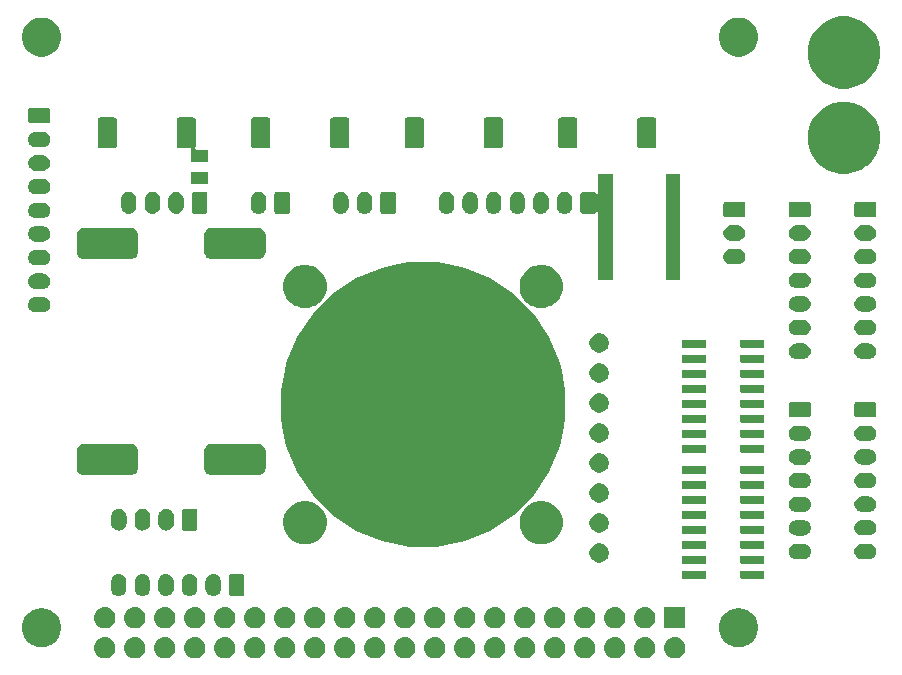
<source format=gbr>
G04 #@! TF.GenerationSoftware,KiCad,Pcbnew,(5.1.4)-1*
G04 #@! TF.CreationDate,2021-11-14T18:14:48-06:00*
G04 #@! TF.ProjectId,RascalHat,52617363-616c-4486-9174-2e6b69636164,rev?*
G04 #@! TF.SameCoordinates,Original*
G04 #@! TF.FileFunction,Soldermask,Bot*
G04 #@! TF.FilePolarity,Negative*
%FSLAX46Y46*%
G04 Gerber Fmt 4.6, Leading zero omitted, Abs format (unit mm)*
G04 Created by KiCad (PCBNEW (5.1.4)-1) date 2021-11-14 18:14:48*
%MOMM*%
%LPD*%
G04 APERTURE LIST*
%ADD10C,0.100000*%
G04 APERTURE END LIST*
D10*
G36*
X56720442Y-53795518D02*
G01*
X56786627Y-53802037D01*
X56956466Y-53853557D01*
X57112991Y-53937222D01*
X57148729Y-53966552D01*
X57250186Y-54049814D01*
X57333448Y-54151271D01*
X57362778Y-54187009D01*
X57362779Y-54187011D01*
X57413775Y-54282416D01*
X57446443Y-54343534D01*
X57497963Y-54513373D01*
X57515359Y-54690000D01*
X57497963Y-54866627D01*
X57446443Y-55036466D01*
X57362778Y-55192991D01*
X57333448Y-55228729D01*
X57250186Y-55330186D01*
X57148729Y-55413448D01*
X57112991Y-55442778D01*
X56956466Y-55526443D01*
X56786627Y-55577963D01*
X56720443Y-55584481D01*
X56654260Y-55591000D01*
X56565740Y-55591000D01*
X56499557Y-55584481D01*
X56433373Y-55577963D01*
X56263534Y-55526443D01*
X56107009Y-55442778D01*
X56071271Y-55413448D01*
X55969814Y-55330186D01*
X55886552Y-55228729D01*
X55857222Y-55192991D01*
X55773557Y-55036466D01*
X55722037Y-54866627D01*
X55704641Y-54690000D01*
X55722037Y-54513373D01*
X55773557Y-54343534D01*
X55806226Y-54282416D01*
X55857221Y-54187011D01*
X55857222Y-54187009D01*
X55886552Y-54151271D01*
X55969814Y-54049814D01*
X56071271Y-53966552D01*
X56107009Y-53937222D01*
X56263534Y-53853557D01*
X56433373Y-53802037D01*
X56499558Y-53795518D01*
X56565740Y-53789000D01*
X56654260Y-53789000D01*
X56720442Y-53795518D01*
X56720442Y-53795518D01*
G37*
G36*
X28780442Y-53795518D02*
G01*
X28846627Y-53802037D01*
X29016466Y-53853557D01*
X29172991Y-53937222D01*
X29208729Y-53966552D01*
X29310186Y-54049814D01*
X29393448Y-54151271D01*
X29422778Y-54187009D01*
X29422779Y-54187011D01*
X29473775Y-54282416D01*
X29506443Y-54343534D01*
X29557963Y-54513373D01*
X29575359Y-54690000D01*
X29557963Y-54866627D01*
X29506443Y-55036466D01*
X29422778Y-55192991D01*
X29393448Y-55228729D01*
X29310186Y-55330186D01*
X29208729Y-55413448D01*
X29172991Y-55442778D01*
X29016466Y-55526443D01*
X28846627Y-55577963D01*
X28780443Y-55584481D01*
X28714260Y-55591000D01*
X28625740Y-55591000D01*
X28559557Y-55584481D01*
X28493373Y-55577963D01*
X28323534Y-55526443D01*
X28167009Y-55442778D01*
X28131271Y-55413448D01*
X28029814Y-55330186D01*
X27946552Y-55228729D01*
X27917222Y-55192991D01*
X27833557Y-55036466D01*
X27782037Y-54866627D01*
X27764641Y-54690000D01*
X27782037Y-54513373D01*
X27833557Y-54343534D01*
X27866226Y-54282416D01*
X27917221Y-54187011D01*
X27917222Y-54187009D01*
X27946552Y-54151271D01*
X28029814Y-54049814D01*
X28131271Y-53966552D01*
X28167009Y-53937222D01*
X28323534Y-53853557D01*
X28493373Y-53802037D01*
X28559558Y-53795518D01*
X28625740Y-53789000D01*
X28714260Y-53789000D01*
X28780442Y-53795518D01*
X28780442Y-53795518D01*
G37*
G36*
X8460442Y-53795518D02*
G01*
X8526627Y-53802037D01*
X8696466Y-53853557D01*
X8852991Y-53937222D01*
X8888729Y-53966552D01*
X8990186Y-54049814D01*
X9073448Y-54151271D01*
X9102778Y-54187009D01*
X9102779Y-54187011D01*
X9153775Y-54282416D01*
X9186443Y-54343534D01*
X9237963Y-54513373D01*
X9255359Y-54690000D01*
X9237963Y-54866627D01*
X9186443Y-55036466D01*
X9102778Y-55192991D01*
X9073448Y-55228729D01*
X8990186Y-55330186D01*
X8888729Y-55413448D01*
X8852991Y-55442778D01*
X8696466Y-55526443D01*
X8526627Y-55577963D01*
X8460443Y-55584481D01*
X8394260Y-55591000D01*
X8305740Y-55591000D01*
X8239557Y-55584481D01*
X8173373Y-55577963D01*
X8003534Y-55526443D01*
X7847009Y-55442778D01*
X7811271Y-55413448D01*
X7709814Y-55330186D01*
X7626552Y-55228729D01*
X7597222Y-55192991D01*
X7513557Y-55036466D01*
X7462037Y-54866627D01*
X7444641Y-54690000D01*
X7462037Y-54513373D01*
X7513557Y-54343534D01*
X7546226Y-54282416D01*
X7597221Y-54187011D01*
X7597222Y-54187009D01*
X7626552Y-54151271D01*
X7709814Y-54049814D01*
X7811271Y-53966552D01*
X7847009Y-53937222D01*
X8003534Y-53853557D01*
X8173373Y-53802037D01*
X8239558Y-53795518D01*
X8305740Y-53789000D01*
X8394260Y-53789000D01*
X8460442Y-53795518D01*
X8460442Y-53795518D01*
G37*
G36*
X11000442Y-53795518D02*
G01*
X11066627Y-53802037D01*
X11236466Y-53853557D01*
X11392991Y-53937222D01*
X11428729Y-53966552D01*
X11530186Y-54049814D01*
X11613448Y-54151271D01*
X11642778Y-54187009D01*
X11642779Y-54187011D01*
X11693775Y-54282416D01*
X11726443Y-54343534D01*
X11777963Y-54513373D01*
X11795359Y-54690000D01*
X11777963Y-54866627D01*
X11726443Y-55036466D01*
X11642778Y-55192991D01*
X11613448Y-55228729D01*
X11530186Y-55330186D01*
X11428729Y-55413448D01*
X11392991Y-55442778D01*
X11236466Y-55526443D01*
X11066627Y-55577963D01*
X11000443Y-55584481D01*
X10934260Y-55591000D01*
X10845740Y-55591000D01*
X10779557Y-55584481D01*
X10713373Y-55577963D01*
X10543534Y-55526443D01*
X10387009Y-55442778D01*
X10351271Y-55413448D01*
X10249814Y-55330186D01*
X10166552Y-55228729D01*
X10137222Y-55192991D01*
X10053557Y-55036466D01*
X10002037Y-54866627D01*
X9984641Y-54690000D01*
X10002037Y-54513373D01*
X10053557Y-54343534D01*
X10086226Y-54282416D01*
X10137221Y-54187011D01*
X10137222Y-54187009D01*
X10166552Y-54151271D01*
X10249814Y-54049814D01*
X10351271Y-53966552D01*
X10387009Y-53937222D01*
X10543534Y-53853557D01*
X10713373Y-53802037D01*
X10779558Y-53795518D01*
X10845740Y-53789000D01*
X10934260Y-53789000D01*
X11000442Y-53795518D01*
X11000442Y-53795518D01*
G37*
G36*
X13540442Y-53795518D02*
G01*
X13606627Y-53802037D01*
X13776466Y-53853557D01*
X13932991Y-53937222D01*
X13968729Y-53966552D01*
X14070186Y-54049814D01*
X14153448Y-54151271D01*
X14182778Y-54187009D01*
X14182779Y-54187011D01*
X14233775Y-54282416D01*
X14266443Y-54343534D01*
X14317963Y-54513373D01*
X14335359Y-54690000D01*
X14317963Y-54866627D01*
X14266443Y-55036466D01*
X14182778Y-55192991D01*
X14153448Y-55228729D01*
X14070186Y-55330186D01*
X13968729Y-55413448D01*
X13932991Y-55442778D01*
X13776466Y-55526443D01*
X13606627Y-55577963D01*
X13540443Y-55584481D01*
X13474260Y-55591000D01*
X13385740Y-55591000D01*
X13319557Y-55584481D01*
X13253373Y-55577963D01*
X13083534Y-55526443D01*
X12927009Y-55442778D01*
X12891271Y-55413448D01*
X12789814Y-55330186D01*
X12706552Y-55228729D01*
X12677222Y-55192991D01*
X12593557Y-55036466D01*
X12542037Y-54866627D01*
X12524641Y-54690000D01*
X12542037Y-54513373D01*
X12593557Y-54343534D01*
X12626226Y-54282416D01*
X12677221Y-54187011D01*
X12677222Y-54187009D01*
X12706552Y-54151271D01*
X12789814Y-54049814D01*
X12891271Y-53966552D01*
X12927009Y-53937222D01*
X13083534Y-53853557D01*
X13253373Y-53802037D01*
X13319558Y-53795518D01*
X13385740Y-53789000D01*
X13474260Y-53789000D01*
X13540442Y-53795518D01*
X13540442Y-53795518D01*
G37*
G36*
X16080442Y-53795518D02*
G01*
X16146627Y-53802037D01*
X16316466Y-53853557D01*
X16472991Y-53937222D01*
X16508729Y-53966552D01*
X16610186Y-54049814D01*
X16693448Y-54151271D01*
X16722778Y-54187009D01*
X16722779Y-54187011D01*
X16773775Y-54282416D01*
X16806443Y-54343534D01*
X16857963Y-54513373D01*
X16875359Y-54690000D01*
X16857963Y-54866627D01*
X16806443Y-55036466D01*
X16722778Y-55192991D01*
X16693448Y-55228729D01*
X16610186Y-55330186D01*
X16508729Y-55413448D01*
X16472991Y-55442778D01*
X16316466Y-55526443D01*
X16146627Y-55577963D01*
X16080443Y-55584481D01*
X16014260Y-55591000D01*
X15925740Y-55591000D01*
X15859557Y-55584481D01*
X15793373Y-55577963D01*
X15623534Y-55526443D01*
X15467009Y-55442778D01*
X15431271Y-55413448D01*
X15329814Y-55330186D01*
X15246552Y-55228729D01*
X15217222Y-55192991D01*
X15133557Y-55036466D01*
X15082037Y-54866627D01*
X15064641Y-54690000D01*
X15082037Y-54513373D01*
X15133557Y-54343534D01*
X15166226Y-54282416D01*
X15217221Y-54187011D01*
X15217222Y-54187009D01*
X15246552Y-54151271D01*
X15329814Y-54049814D01*
X15431271Y-53966552D01*
X15467009Y-53937222D01*
X15623534Y-53853557D01*
X15793373Y-53802037D01*
X15859558Y-53795518D01*
X15925740Y-53789000D01*
X16014260Y-53789000D01*
X16080442Y-53795518D01*
X16080442Y-53795518D01*
G37*
G36*
X18620442Y-53795518D02*
G01*
X18686627Y-53802037D01*
X18856466Y-53853557D01*
X19012991Y-53937222D01*
X19048729Y-53966552D01*
X19150186Y-54049814D01*
X19233448Y-54151271D01*
X19262778Y-54187009D01*
X19262779Y-54187011D01*
X19313775Y-54282416D01*
X19346443Y-54343534D01*
X19397963Y-54513373D01*
X19415359Y-54690000D01*
X19397963Y-54866627D01*
X19346443Y-55036466D01*
X19262778Y-55192991D01*
X19233448Y-55228729D01*
X19150186Y-55330186D01*
X19048729Y-55413448D01*
X19012991Y-55442778D01*
X18856466Y-55526443D01*
X18686627Y-55577963D01*
X18620443Y-55584481D01*
X18554260Y-55591000D01*
X18465740Y-55591000D01*
X18399557Y-55584481D01*
X18333373Y-55577963D01*
X18163534Y-55526443D01*
X18007009Y-55442778D01*
X17971271Y-55413448D01*
X17869814Y-55330186D01*
X17786552Y-55228729D01*
X17757222Y-55192991D01*
X17673557Y-55036466D01*
X17622037Y-54866627D01*
X17604641Y-54690000D01*
X17622037Y-54513373D01*
X17673557Y-54343534D01*
X17706226Y-54282416D01*
X17757221Y-54187011D01*
X17757222Y-54187009D01*
X17786552Y-54151271D01*
X17869814Y-54049814D01*
X17971271Y-53966552D01*
X18007009Y-53937222D01*
X18163534Y-53853557D01*
X18333373Y-53802037D01*
X18399558Y-53795518D01*
X18465740Y-53789000D01*
X18554260Y-53789000D01*
X18620442Y-53795518D01*
X18620442Y-53795518D01*
G37*
G36*
X21160442Y-53795518D02*
G01*
X21226627Y-53802037D01*
X21396466Y-53853557D01*
X21552991Y-53937222D01*
X21588729Y-53966552D01*
X21690186Y-54049814D01*
X21773448Y-54151271D01*
X21802778Y-54187009D01*
X21802779Y-54187011D01*
X21853775Y-54282416D01*
X21886443Y-54343534D01*
X21937963Y-54513373D01*
X21955359Y-54690000D01*
X21937963Y-54866627D01*
X21886443Y-55036466D01*
X21802778Y-55192991D01*
X21773448Y-55228729D01*
X21690186Y-55330186D01*
X21588729Y-55413448D01*
X21552991Y-55442778D01*
X21396466Y-55526443D01*
X21226627Y-55577963D01*
X21160443Y-55584481D01*
X21094260Y-55591000D01*
X21005740Y-55591000D01*
X20939557Y-55584481D01*
X20873373Y-55577963D01*
X20703534Y-55526443D01*
X20547009Y-55442778D01*
X20511271Y-55413448D01*
X20409814Y-55330186D01*
X20326552Y-55228729D01*
X20297222Y-55192991D01*
X20213557Y-55036466D01*
X20162037Y-54866627D01*
X20144641Y-54690000D01*
X20162037Y-54513373D01*
X20213557Y-54343534D01*
X20246226Y-54282416D01*
X20297221Y-54187011D01*
X20297222Y-54187009D01*
X20326552Y-54151271D01*
X20409814Y-54049814D01*
X20511271Y-53966552D01*
X20547009Y-53937222D01*
X20703534Y-53853557D01*
X20873373Y-53802037D01*
X20939558Y-53795518D01*
X21005740Y-53789000D01*
X21094260Y-53789000D01*
X21160442Y-53795518D01*
X21160442Y-53795518D01*
G37*
G36*
X23700442Y-53795518D02*
G01*
X23766627Y-53802037D01*
X23936466Y-53853557D01*
X24092991Y-53937222D01*
X24128729Y-53966552D01*
X24230186Y-54049814D01*
X24313448Y-54151271D01*
X24342778Y-54187009D01*
X24342779Y-54187011D01*
X24393775Y-54282416D01*
X24426443Y-54343534D01*
X24477963Y-54513373D01*
X24495359Y-54690000D01*
X24477963Y-54866627D01*
X24426443Y-55036466D01*
X24342778Y-55192991D01*
X24313448Y-55228729D01*
X24230186Y-55330186D01*
X24128729Y-55413448D01*
X24092991Y-55442778D01*
X23936466Y-55526443D01*
X23766627Y-55577963D01*
X23700443Y-55584481D01*
X23634260Y-55591000D01*
X23545740Y-55591000D01*
X23479557Y-55584481D01*
X23413373Y-55577963D01*
X23243534Y-55526443D01*
X23087009Y-55442778D01*
X23051271Y-55413448D01*
X22949814Y-55330186D01*
X22866552Y-55228729D01*
X22837222Y-55192991D01*
X22753557Y-55036466D01*
X22702037Y-54866627D01*
X22684641Y-54690000D01*
X22702037Y-54513373D01*
X22753557Y-54343534D01*
X22786226Y-54282416D01*
X22837221Y-54187011D01*
X22837222Y-54187009D01*
X22866552Y-54151271D01*
X22949814Y-54049814D01*
X23051271Y-53966552D01*
X23087009Y-53937222D01*
X23243534Y-53853557D01*
X23413373Y-53802037D01*
X23479558Y-53795518D01*
X23545740Y-53789000D01*
X23634260Y-53789000D01*
X23700442Y-53795518D01*
X23700442Y-53795518D01*
G37*
G36*
X26240442Y-53795518D02*
G01*
X26306627Y-53802037D01*
X26476466Y-53853557D01*
X26632991Y-53937222D01*
X26668729Y-53966552D01*
X26770186Y-54049814D01*
X26853448Y-54151271D01*
X26882778Y-54187009D01*
X26882779Y-54187011D01*
X26933775Y-54282416D01*
X26966443Y-54343534D01*
X27017963Y-54513373D01*
X27035359Y-54690000D01*
X27017963Y-54866627D01*
X26966443Y-55036466D01*
X26882778Y-55192991D01*
X26853448Y-55228729D01*
X26770186Y-55330186D01*
X26668729Y-55413448D01*
X26632991Y-55442778D01*
X26476466Y-55526443D01*
X26306627Y-55577963D01*
X26240443Y-55584481D01*
X26174260Y-55591000D01*
X26085740Y-55591000D01*
X26019557Y-55584481D01*
X25953373Y-55577963D01*
X25783534Y-55526443D01*
X25627009Y-55442778D01*
X25591271Y-55413448D01*
X25489814Y-55330186D01*
X25406552Y-55228729D01*
X25377222Y-55192991D01*
X25293557Y-55036466D01*
X25242037Y-54866627D01*
X25224641Y-54690000D01*
X25242037Y-54513373D01*
X25293557Y-54343534D01*
X25326226Y-54282416D01*
X25377221Y-54187011D01*
X25377222Y-54187009D01*
X25406552Y-54151271D01*
X25489814Y-54049814D01*
X25591271Y-53966552D01*
X25627009Y-53937222D01*
X25783534Y-53853557D01*
X25953373Y-53802037D01*
X26019558Y-53795518D01*
X26085740Y-53789000D01*
X26174260Y-53789000D01*
X26240442Y-53795518D01*
X26240442Y-53795518D01*
G37*
G36*
X46560442Y-53795518D02*
G01*
X46626627Y-53802037D01*
X46796466Y-53853557D01*
X46952991Y-53937222D01*
X46988729Y-53966552D01*
X47090186Y-54049814D01*
X47173448Y-54151271D01*
X47202778Y-54187009D01*
X47202779Y-54187011D01*
X47253775Y-54282416D01*
X47286443Y-54343534D01*
X47337963Y-54513373D01*
X47355359Y-54690000D01*
X47337963Y-54866627D01*
X47286443Y-55036466D01*
X47202778Y-55192991D01*
X47173448Y-55228729D01*
X47090186Y-55330186D01*
X46988729Y-55413448D01*
X46952991Y-55442778D01*
X46796466Y-55526443D01*
X46626627Y-55577963D01*
X46560443Y-55584481D01*
X46494260Y-55591000D01*
X46405740Y-55591000D01*
X46339557Y-55584481D01*
X46273373Y-55577963D01*
X46103534Y-55526443D01*
X45947009Y-55442778D01*
X45911271Y-55413448D01*
X45809814Y-55330186D01*
X45726552Y-55228729D01*
X45697222Y-55192991D01*
X45613557Y-55036466D01*
X45562037Y-54866627D01*
X45544641Y-54690000D01*
X45562037Y-54513373D01*
X45613557Y-54343534D01*
X45646226Y-54282416D01*
X45697221Y-54187011D01*
X45697222Y-54187009D01*
X45726552Y-54151271D01*
X45809814Y-54049814D01*
X45911271Y-53966552D01*
X45947009Y-53937222D01*
X46103534Y-53853557D01*
X46273373Y-53802037D01*
X46339558Y-53795518D01*
X46405740Y-53789000D01*
X46494260Y-53789000D01*
X46560442Y-53795518D01*
X46560442Y-53795518D01*
G37*
G36*
X33860442Y-53795518D02*
G01*
X33926627Y-53802037D01*
X34096466Y-53853557D01*
X34252991Y-53937222D01*
X34288729Y-53966552D01*
X34390186Y-54049814D01*
X34473448Y-54151271D01*
X34502778Y-54187009D01*
X34502779Y-54187011D01*
X34553775Y-54282416D01*
X34586443Y-54343534D01*
X34637963Y-54513373D01*
X34655359Y-54690000D01*
X34637963Y-54866627D01*
X34586443Y-55036466D01*
X34502778Y-55192991D01*
X34473448Y-55228729D01*
X34390186Y-55330186D01*
X34288729Y-55413448D01*
X34252991Y-55442778D01*
X34096466Y-55526443D01*
X33926627Y-55577963D01*
X33860443Y-55584481D01*
X33794260Y-55591000D01*
X33705740Y-55591000D01*
X33639557Y-55584481D01*
X33573373Y-55577963D01*
X33403534Y-55526443D01*
X33247009Y-55442778D01*
X33211271Y-55413448D01*
X33109814Y-55330186D01*
X33026552Y-55228729D01*
X32997222Y-55192991D01*
X32913557Y-55036466D01*
X32862037Y-54866627D01*
X32844641Y-54690000D01*
X32862037Y-54513373D01*
X32913557Y-54343534D01*
X32946226Y-54282416D01*
X32997221Y-54187011D01*
X32997222Y-54187009D01*
X33026552Y-54151271D01*
X33109814Y-54049814D01*
X33211271Y-53966552D01*
X33247009Y-53937222D01*
X33403534Y-53853557D01*
X33573373Y-53802037D01*
X33639558Y-53795518D01*
X33705740Y-53789000D01*
X33794260Y-53789000D01*
X33860442Y-53795518D01*
X33860442Y-53795518D01*
G37*
G36*
X31320442Y-53795518D02*
G01*
X31386627Y-53802037D01*
X31556466Y-53853557D01*
X31712991Y-53937222D01*
X31748729Y-53966552D01*
X31850186Y-54049814D01*
X31933448Y-54151271D01*
X31962778Y-54187009D01*
X31962779Y-54187011D01*
X32013775Y-54282416D01*
X32046443Y-54343534D01*
X32097963Y-54513373D01*
X32115359Y-54690000D01*
X32097963Y-54866627D01*
X32046443Y-55036466D01*
X31962778Y-55192991D01*
X31933448Y-55228729D01*
X31850186Y-55330186D01*
X31748729Y-55413448D01*
X31712991Y-55442778D01*
X31556466Y-55526443D01*
X31386627Y-55577963D01*
X31320443Y-55584481D01*
X31254260Y-55591000D01*
X31165740Y-55591000D01*
X31099557Y-55584481D01*
X31033373Y-55577963D01*
X30863534Y-55526443D01*
X30707009Y-55442778D01*
X30671271Y-55413448D01*
X30569814Y-55330186D01*
X30486552Y-55228729D01*
X30457222Y-55192991D01*
X30373557Y-55036466D01*
X30322037Y-54866627D01*
X30304641Y-54690000D01*
X30322037Y-54513373D01*
X30373557Y-54343534D01*
X30406226Y-54282416D01*
X30457221Y-54187011D01*
X30457222Y-54187009D01*
X30486552Y-54151271D01*
X30569814Y-54049814D01*
X30671271Y-53966552D01*
X30707009Y-53937222D01*
X30863534Y-53853557D01*
X31033373Y-53802037D01*
X31099558Y-53795518D01*
X31165740Y-53789000D01*
X31254260Y-53789000D01*
X31320442Y-53795518D01*
X31320442Y-53795518D01*
G37*
G36*
X54180442Y-53795518D02*
G01*
X54246627Y-53802037D01*
X54416466Y-53853557D01*
X54572991Y-53937222D01*
X54608729Y-53966552D01*
X54710186Y-54049814D01*
X54793448Y-54151271D01*
X54822778Y-54187009D01*
X54822779Y-54187011D01*
X54873775Y-54282416D01*
X54906443Y-54343534D01*
X54957963Y-54513373D01*
X54975359Y-54690000D01*
X54957963Y-54866627D01*
X54906443Y-55036466D01*
X54822778Y-55192991D01*
X54793448Y-55228729D01*
X54710186Y-55330186D01*
X54608729Y-55413448D01*
X54572991Y-55442778D01*
X54416466Y-55526443D01*
X54246627Y-55577963D01*
X54180443Y-55584481D01*
X54114260Y-55591000D01*
X54025740Y-55591000D01*
X53959557Y-55584481D01*
X53893373Y-55577963D01*
X53723534Y-55526443D01*
X53567009Y-55442778D01*
X53531271Y-55413448D01*
X53429814Y-55330186D01*
X53346552Y-55228729D01*
X53317222Y-55192991D01*
X53233557Y-55036466D01*
X53182037Y-54866627D01*
X53164641Y-54690000D01*
X53182037Y-54513373D01*
X53233557Y-54343534D01*
X53266226Y-54282416D01*
X53317221Y-54187011D01*
X53317222Y-54187009D01*
X53346552Y-54151271D01*
X53429814Y-54049814D01*
X53531271Y-53966552D01*
X53567009Y-53937222D01*
X53723534Y-53853557D01*
X53893373Y-53802037D01*
X53959558Y-53795518D01*
X54025740Y-53789000D01*
X54114260Y-53789000D01*
X54180442Y-53795518D01*
X54180442Y-53795518D01*
G37*
G36*
X51640442Y-53795518D02*
G01*
X51706627Y-53802037D01*
X51876466Y-53853557D01*
X52032991Y-53937222D01*
X52068729Y-53966552D01*
X52170186Y-54049814D01*
X52253448Y-54151271D01*
X52282778Y-54187009D01*
X52282779Y-54187011D01*
X52333775Y-54282416D01*
X52366443Y-54343534D01*
X52417963Y-54513373D01*
X52435359Y-54690000D01*
X52417963Y-54866627D01*
X52366443Y-55036466D01*
X52282778Y-55192991D01*
X52253448Y-55228729D01*
X52170186Y-55330186D01*
X52068729Y-55413448D01*
X52032991Y-55442778D01*
X51876466Y-55526443D01*
X51706627Y-55577963D01*
X51640443Y-55584481D01*
X51574260Y-55591000D01*
X51485740Y-55591000D01*
X51419557Y-55584481D01*
X51353373Y-55577963D01*
X51183534Y-55526443D01*
X51027009Y-55442778D01*
X50991271Y-55413448D01*
X50889814Y-55330186D01*
X50806552Y-55228729D01*
X50777222Y-55192991D01*
X50693557Y-55036466D01*
X50642037Y-54866627D01*
X50624641Y-54690000D01*
X50642037Y-54513373D01*
X50693557Y-54343534D01*
X50726226Y-54282416D01*
X50777221Y-54187011D01*
X50777222Y-54187009D01*
X50806552Y-54151271D01*
X50889814Y-54049814D01*
X50991271Y-53966552D01*
X51027009Y-53937222D01*
X51183534Y-53853557D01*
X51353373Y-53802037D01*
X51419558Y-53795518D01*
X51485740Y-53789000D01*
X51574260Y-53789000D01*
X51640442Y-53795518D01*
X51640442Y-53795518D01*
G37*
G36*
X49100442Y-53795518D02*
G01*
X49166627Y-53802037D01*
X49336466Y-53853557D01*
X49492991Y-53937222D01*
X49528729Y-53966552D01*
X49630186Y-54049814D01*
X49713448Y-54151271D01*
X49742778Y-54187009D01*
X49742779Y-54187011D01*
X49793775Y-54282416D01*
X49826443Y-54343534D01*
X49877963Y-54513373D01*
X49895359Y-54690000D01*
X49877963Y-54866627D01*
X49826443Y-55036466D01*
X49742778Y-55192991D01*
X49713448Y-55228729D01*
X49630186Y-55330186D01*
X49528729Y-55413448D01*
X49492991Y-55442778D01*
X49336466Y-55526443D01*
X49166627Y-55577963D01*
X49100443Y-55584481D01*
X49034260Y-55591000D01*
X48945740Y-55591000D01*
X48879557Y-55584481D01*
X48813373Y-55577963D01*
X48643534Y-55526443D01*
X48487009Y-55442778D01*
X48451271Y-55413448D01*
X48349814Y-55330186D01*
X48266552Y-55228729D01*
X48237222Y-55192991D01*
X48153557Y-55036466D01*
X48102037Y-54866627D01*
X48084641Y-54690000D01*
X48102037Y-54513373D01*
X48153557Y-54343534D01*
X48186226Y-54282416D01*
X48237221Y-54187011D01*
X48237222Y-54187009D01*
X48266552Y-54151271D01*
X48349814Y-54049814D01*
X48451271Y-53966552D01*
X48487009Y-53937222D01*
X48643534Y-53853557D01*
X48813373Y-53802037D01*
X48879558Y-53795518D01*
X48945740Y-53789000D01*
X49034260Y-53789000D01*
X49100442Y-53795518D01*
X49100442Y-53795518D01*
G37*
G36*
X41480442Y-53795518D02*
G01*
X41546627Y-53802037D01*
X41716466Y-53853557D01*
X41872991Y-53937222D01*
X41908729Y-53966552D01*
X42010186Y-54049814D01*
X42093448Y-54151271D01*
X42122778Y-54187009D01*
X42122779Y-54187011D01*
X42173775Y-54282416D01*
X42206443Y-54343534D01*
X42257963Y-54513373D01*
X42275359Y-54690000D01*
X42257963Y-54866627D01*
X42206443Y-55036466D01*
X42122778Y-55192991D01*
X42093448Y-55228729D01*
X42010186Y-55330186D01*
X41908729Y-55413448D01*
X41872991Y-55442778D01*
X41716466Y-55526443D01*
X41546627Y-55577963D01*
X41480443Y-55584481D01*
X41414260Y-55591000D01*
X41325740Y-55591000D01*
X41259557Y-55584481D01*
X41193373Y-55577963D01*
X41023534Y-55526443D01*
X40867009Y-55442778D01*
X40831271Y-55413448D01*
X40729814Y-55330186D01*
X40646552Y-55228729D01*
X40617222Y-55192991D01*
X40533557Y-55036466D01*
X40482037Y-54866627D01*
X40464641Y-54690000D01*
X40482037Y-54513373D01*
X40533557Y-54343534D01*
X40566226Y-54282416D01*
X40617221Y-54187011D01*
X40617222Y-54187009D01*
X40646552Y-54151271D01*
X40729814Y-54049814D01*
X40831271Y-53966552D01*
X40867009Y-53937222D01*
X41023534Y-53853557D01*
X41193373Y-53802037D01*
X41259558Y-53795518D01*
X41325740Y-53789000D01*
X41414260Y-53789000D01*
X41480442Y-53795518D01*
X41480442Y-53795518D01*
G37*
G36*
X38940442Y-53795518D02*
G01*
X39006627Y-53802037D01*
X39176466Y-53853557D01*
X39332991Y-53937222D01*
X39368729Y-53966552D01*
X39470186Y-54049814D01*
X39553448Y-54151271D01*
X39582778Y-54187009D01*
X39582779Y-54187011D01*
X39633775Y-54282416D01*
X39666443Y-54343534D01*
X39717963Y-54513373D01*
X39735359Y-54690000D01*
X39717963Y-54866627D01*
X39666443Y-55036466D01*
X39582778Y-55192991D01*
X39553448Y-55228729D01*
X39470186Y-55330186D01*
X39368729Y-55413448D01*
X39332991Y-55442778D01*
X39176466Y-55526443D01*
X39006627Y-55577963D01*
X38940443Y-55584481D01*
X38874260Y-55591000D01*
X38785740Y-55591000D01*
X38719557Y-55584481D01*
X38653373Y-55577963D01*
X38483534Y-55526443D01*
X38327009Y-55442778D01*
X38291271Y-55413448D01*
X38189814Y-55330186D01*
X38106552Y-55228729D01*
X38077222Y-55192991D01*
X37993557Y-55036466D01*
X37942037Y-54866627D01*
X37924641Y-54690000D01*
X37942037Y-54513373D01*
X37993557Y-54343534D01*
X38026226Y-54282416D01*
X38077221Y-54187011D01*
X38077222Y-54187009D01*
X38106552Y-54151271D01*
X38189814Y-54049814D01*
X38291271Y-53966552D01*
X38327009Y-53937222D01*
X38483534Y-53853557D01*
X38653373Y-53802037D01*
X38719558Y-53795518D01*
X38785740Y-53789000D01*
X38874260Y-53789000D01*
X38940442Y-53795518D01*
X38940442Y-53795518D01*
G37*
G36*
X36400442Y-53795518D02*
G01*
X36466627Y-53802037D01*
X36636466Y-53853557D01*
X36792991Y-53937222D01*
X36828729Y-53966552D01*
X36930186Y-54049814D01*
X37013448Y-54151271D01*
X37042778Y-54187009D01*
X37042779Y-54187011D01*
X37093775Y-54282416D01*
X37126443Y-54343534D01*
X37177963Y-54513373D01*
X37195359Y-54690000D01*
X37177963Y-54866627D01*
X37126443Y-55036466D01*
X37042778Y-55192991D01*
X37013448Y-55228729D01*
X36930186Y-55330186D01*
X36828729Y-55413448D01*
X36792991Y-55442778D01*
X36636466Y-55526443D01*
X36466627Y-55577963D01*
X36400443Y-55584481D01*
X36334260Y-55591000D01*
X36245740Y-55591000D01*
X36179557Y-55584481D01*
X36113373Y-55577963D01*
X35943534Y-55526443D01*
X35787009Y-55442778D01*
X35751271Y-55413448D01*
X35649814Y-55330186D01*
X35566552Y-55228729D01*
X35537222Y-55192991D01*
X35453557Y-55036466D01*
X35402037Y-54866627D01*
X35384641Y-54690000D01*
X35402037Y-54513373D01*
X35453557Y-54343534D01*
X35486226Y-54282416D01*
X35537221Y-54187011D01*
X35537222Y-54187009D01*
X35566552Y-54151271D01*
X35649814Y-54049814D01*
X35751271Y-53966552D01*
X35787009Y-53937222D01*
X35943534Y-53853557D01*
X36113373Y-53802037D01*
X36179558Y-53795518D01*
X36245740Y-53789000D01*
X36334260Y-53789000D01*
X36400442Y-53795518D01*
X36400442Y-53795518D01*
G37*
G36*
X44020442Y-53795518D02*
G01*
X44086627Y-53802037D01*
X44256466Y-53853557D01*
X44412991Y-53937222D01*
X44448729Y-53966552D01*
X44550186Y-54049814D01*
X44633448Y-54151271D01*
X44662778Y-54187009D01*
X44662779Y-54187011D01*
X44713775Y-54282416D01*
X44746443Y-54343534D01*
X44797963Y-54513373D01*
X44815359Y-54690000D01*
X44797963Y-54866627D01*
X44746443Y-55036466D01*
X44662778Y-55192991D01*
X44633448Y-55228729D01*
X44550186Y-55330186D01*
X44448729Y-55413448D01*
X44412991Y-55442778D01*
X44256466Y-55526443D01*
X44086627Y-55577963D01*
X44020443Y-55584481D01*
X43954260Y-55591000D01*
X43865740Y-55591000D01*
X43799557Y-55584481D01*
X43733373Y-55577963D01*
X43563534Y-55526443D01*
X43407009Y-55442778D01*
X43371271Y-55413448D01*
X43269814Y-55330186D01*
X43186552Y-55228729D01*
X43157222Y-55192991D01*
X43073557Y-55036466D01*
X43022037Y-54866627D01*
X43004641Y-54690000D01*
X43022037Y-54513373D01*
X43073557Y-54343534D01*
X43106226Y-54282416D01*
X43157221Y-54187011D01*
X43157222Y-54187009D01*
X43186552Y-54151271D01*
X43269814Y-54049814D01*
X43371271Y-53966552D01*
X43407009Y-53937222D01*
X43563534Y-53853557D01*
X43733373Y-53802037D01*
X43799558Y-53795518D01*
X43865740Y-53789000D01*
X43954260Y-53789000D01*
X44020442Y-53795518D01*
X44020442Y-53795518D01*
G37*
G36*
X62375256Y-51391298D02*
G01*
X62481579Y-51412447D01*
X62694037Y-51500450D01*
X62716644Y-51509814D01*
X62782042Y-51536903D01*
X63052451Y-51717585D01*
X63282415Y-51947549D01*
X63463097Y-52217958D01*
X63578460Y-52496468D01*
X63587553Y-52518422D01*
X63641611Y-52790186D01*
X63651000Y-52837391D01*
X63651000Y-53162609D01*
X63587553Y-53481579D01*
X63463097Y-53782042D01*
X63282415Y-54052451D01*
X63052451Y-54282415D01*
X62782042Y-54463097D01*
X62481579Y-54587553D01*
X62375256Y-54608702D01*
X62162611Y-54651000D01*
X61837389Y-54651000D01*
X61624744Y-54608702D01*
X61518421Y-54587553D01*
X61217958Y-54463097D01*
X60947549Y-54282415D01*
X60717585Y-54052451D01*
X60536903Y-53782042D01*
X60412447Y-53481579D01*
X60349000Y-53162609D01*
X60349000Y-52837391D01*
X60358390Y-52790186D01*
X60412447Y-52518422D01*
X60421541Y-52496468D01*
X60536903Y-52217958D01*
X60717585Y-51947549D01*
X60947549Y-51717585D01*
X61217958Y-51536903D01*
X61283357Y-51509814D01*
X61305963Y-51500450D01*
X61518421Y-51412447D01*
X61624744Y-51391298D01*
X61837389Y-51349000D01*
X62162611Y-51349000D01*
X62375256Y-51391298D01*
X62375256Y-51391298D01*
G37*
G36*
X3375256Y-51391298D02*
G01*
X3481579Y-51412447D01*
X3694037Y-51500450D01*
X3716644Y-51509814D01*
X3782042Y-51536903D01*
X4052451Y-51717585D01*
X4282415Y-51947549D01*
X4463097Y-52217958D01*
X4578460Y-52496468D01*
X4587553Y-52518422D01*
X4641611Y-52790186D01*
X4651000Y-52837391D01*
X4651000Y-53162609D01*
X4587553Y-53481579D01*
X4463097Y-53782042D01*
X4282415Y-54052451D01*
X4052451Y-54282415D01*
X3782042Y-54463097D01*
X3481579Y-54587553D01*
X3375256Y-54608702D01*
X3162611Y-54651000D01*
X2837389Y-54651000D01*
X2624744Y-54608702D01*
X2518421Y-54587553D01*
X2217958Y-54463097D01*
X1947549Y-54282415D01*
X1717585Y-54052451D01*
X1536903Y-53782042D01*
X1412447Y-53481579D01*
X1349000Y-53162609D01*
X1349000Y-52837391D01*
X1358390Y-52790186D01*
X1412447Y-52518422D01*
X1421541Y-52496468D01*
X1536903Y-52217958D01*
X1717585Y-51947549D01*
X1947549Y-51717585D01*
X2217958Y-51536903D01*
X2283357Y-51509814D01*
X2305963Y-51500450D01*
X2518421Y-51412447D01*
X2624744Y-51391298D01*
X2837389Y-51349000D01*
X3162611Y-51349000D01*
X3375256Y-51391298D01*
X3375256Y-51391298D01*
G37*
G36*
X49100443Y-51255519D02*
G01*
X49166627Y-51262037D01*
X49336466Y-51313557D01*
X49492991Y-51397222D01*
X49528729Y-51426552D01*
X49630186Y-51509814D01*
X49713448Y-51611271D01*
X49742778Y-51647009D01*
X49826443Y-51803534D01*
X49877963Y-51973373D01*
X49895359Y-52150000D01*
X49877963Y-52326627D01*
X49826443Y-52496466D01*
X49742778Y-52652991D01*
X49713448Y-52688729D01*
X49630186Y-52790186D01*
X49528729Y-52873448D01*
X49492991Y-52902778D01*
X49336466Y-52986443D01*
X49166627Y-53037963D01*
X49100442Y-53044482D01*
X49034260Y-53051000D01*
X48945740Y-53051000D01*
X48879558Y-53044482D01*
X48813373Y-53037963D01*
X48643534Y-52986443D01*
X48487009Y-52902778D01*
X48451271Y-52873448D01*
X48349814Y-52790186D01*
X48266552Y-52688729D01*
X48237222Y-52652991D01*
X48153557Y-52496466D01*
X48102037Y-52326627D01*
X48084641Y-52150000D01*
X48102037Y-51973373D01*
X48153557Y-51803534D01*
X48237222Y-51647009D01*
X48266552Y-51611271D01*
X48349814Y-51509814D01*
X48451271Y-51426552D01*
X48487009Y-51397222D01*
X48643534Y-51313557D01*
X48813373Y-51262037D01*
X48879558Y-51255518D01*
X48945740Y-51249000D01*
X49034260Y-51249000D01*
X49100443Y-51255519D01*
X49100443Y-51255519D01*
G37*
G36*
X57511000Y-53051000D02*
G01*
X55709000Y-53051000D01*
X55709000Y-51249000D01*
X57511000Y-51249000D01*
X57511000Y-53051000D01*
X57511000Y-53051000D01*
G37*
G36*
X28780443Y-51255519D02*
G01*
X28846627Y-51262037D01*
X29016466Y-51313557D01*
X29172991Y-51397222D01*
X29208729Y-51426552D01*
X29310186Y-51509814D01*
X29393448Y-51611271D01*
X29422778Y-51647009D01*
X29506443Y-51803534D01*
X29557963Y-51973373D01*
X29575359Y-52150000D01*
X29557963Y-52326627D01*
X29506443Y-52496466D01*
X29422778Y-52652991D01*
X29393448Y-52688729D01*
X29310186Y-52790186D01*
X29208729Y-52873448D01*
X29172991Y-52902778D01*
X29016466Y-52986443D01*
X28846627Y-53037963D01*
X28780442Y-53044482D01*
X28714260Y-53051000D01*
X28625740Y-53051000D01*
X28559558Y-53044482D01*
X28493373Y-53037963D01*
X28323534Y-52986443D01*
X28167009Y-52902778D01*
X28131271Y-52873448D01*
X28029814Y-52790186D01*
X27946552Y-52688729D01*
X27917222Y-52652991D01*
X27833557Y-52496466D01*
X27782037Y-52326627D01*
X27764641Y-52150000D01*
X27782037Y-51973373D01*
X27833557Y-51803534D01*
X27917222Y-51647009D01*
X27946552Y-51611271D01*
X28029814Y-51509814D01*
X28131271Y-51426552D01*
X28167009Y-51397222D01*
X28323534Y-51313557D01*
X28493373Y-51262037D01*
X28559558Y-51255518D01*
X28625740Y-51249000D01*
X28714260Y-51249000D01*
X28780443Y-51255519D01*
X28780443Y-51255519D01*
G37*
G36*
X46560443Y-51255519D02*
G01*
X46626627Y-51262037D01*
X46796466Y-51313557D01*
X46952991Y-51397222D01*
X46988729Y-51426552D01*
X47090186Y-51509814D01*
X47173448Y-51611271D01*
X47202778Y-51647009D01*
X47286443Y-51803534D01*
X47337963Y-51973373D01*
X47355359Y-52150000D01*
X47337963Y-52326627D01*
X47286443Y-52496466D01*
X47202778Y-52652991D01*
X47173448Y-52688729D01*
X47090186Y-52790186D01*
X46988729Y-52873448D01*
X46952991Y-52902778D01*
X46796466Y-52986443D01*
X46626627Y-53037963D01*
X46560442Y-53044482D01*
X46494260Y-53051000D01*
X46405740Y-53051000D01*
X46339558Y-53044482D01*
X46273373Y-53037963D01*
X46103534Y-52986443D01*
X45947009Y-52902778D01*
X45911271Y-52873448D01*
X45809814Y-52790186D01*
X45726552Y-52688729D01*
X45697222Y-52652991D01*
X45613557Y-52496466D01*
X45562037Y-52326627D01*
X45544641Y-52150000D01*
X45562037Y-51973373D01*
X45613557Y-51803534D01*
X45697222Y-51647009D01*
X45726552Y-51611271D01*
X45809814Y-51509814D01*
X45911271Y-51426552D01*
X45947009Y-51397222D01*
X46103534Y-51313557D01*
X46273373Y-51262037D01*
X46339558Y-51255518D01*
X46405740Y-51249000D01*
X46494260Y-51249000D01*
X46560443Y-51255519D01*
X46560443Y-51255519D01*
G37*
G36*
X26240443Y-51255519D02*
G01*
X26306627Y-51262037D01*
X26476466Y-51313557D01*
X26632991Y-51397222D01*
X26668729Y-51426552D01*
X26770186Y-51509814D01*
X26853448Y-51611271D01*
X26882778Y-51647009D01*
X26966443Y-51803534D01*
X27017963Y-51973373D01*
X27035359Y-52150000D01*
X27017963Y-52326627D01*
X26966443Y-52496466D01*
X26882778Y-52652991D01*
X26853448Y-52688729D01*
X26770186Y-52790186D01*
X26668729Y-52873448D01*
X26632991Y-52902778D01*
X26476466Y-52986443D01*
X26306627Y-53037963D01*
X26240442Y-53044482D01*
X26174260Y-53051000D01*
X26085740Y-53051000D01*
X26019558Y-53044482D01*
X25953373Y-53037963D01*
X25783534Y-52986443D01*
X25627009Y-52902778D01*
X25591271Y-52873448D01*
X25489814Y-52790186D01*
X25406552Y-52688729D01*
X25377222Y-52652991D01*
X25293557Y-52496466D01*
X25242037Y-52326627D01*
X25224641Y-52150000D01*
X25242037Y-51973373D01*
X25293557Y-51803534D01*
X25377222Y-51647009D01*
X25406552Y-51611271D01*
X25489814Y-51509814D01*
X25591271Y-51426552D01*
X25627009Y-51397222D01*
X25783534Y-51313557D01*
X25953373Y-51262037D01*
X26019558Y-51255518D01*
X26085740Y-51249000D01*
X26174260Y-51249000D01*
X26240443Y-51255519D01*
X26240443Y-51255519D01*
G37*
G36*
X23700443Y-51255519D02*
G01*
X23766627Y-51262037D01*
X23936466Y-51313557D01*
X24092991Y-51397222D01*
X24128729Y-51426552D01*
X24230186Y-51509814D01*
X24313448Y-51611271D01*
X24342778Y-51647009D01*
X24426443Y-51803534D01*
X24477963Y-51973373D01*
X24495359Y-52150000D01*
X24477963Y-52326627D01*
X24426443Y-52496466D01*
X24342778Y-52652991D01*
X24313448Y-52688729D01*
X24230186Y-52790186D01*
X24128729Y-52873448D01*
X24092991Y-52902778D01*
X23936466Y-52986443D01*
X23766627Y-53037963D01*
X23700442Y-53044482D01*
X23634260Y-53051000D01*
X23545740Y-53051000D01*
X23479558Y-53044482D01*
X23413373Y-53037963D01*
X23243534Y-52986443D01*
X23087009Y-52902778D01*
X23051271Y-52873448D01*
X22949814Y-52790186D01*
X22866552Y-52688729D01*
X22837222Y-52652991D01*
X22753557Y-52496466D01*
X22702037Y-52326627D01*
X22684641Y-52150000D01*
X22702037Y-51973373D01*
X22753557Y-51803534D01*
X22837222Y-51647009D01*
X22866552Y-51611271D01*
X22949814Y-51509814D01*
X23051271Y-51426552D01*
X23087009Y-51397222D01*
X23243534Y-51313557D01*
X23413373Y-51262037D01*
X23479558Y-51255518D01*
X23545740Y-51249000D01*
X23634260Y-51249000D01*
X23700443Y-51255519D01*
X23700443Y-51255519D01*
G37*
G36*
X41480443Y-51255519D02*
G01*
X41546627Y-51262037D01*
X41716466Y-51313557D01*
X41872991Y-51397222D01*
X41908729Y-51426552D01*
X42010186Y-51509814D01*
X42093448Y-51611271D01*
X42122778Y-51647009D01*
X42206443Y-51803534D01*
X42257963Y-51973373D01*
X42275359Y-52150000D01*
X42257963Y-52326627D01*
X42206443Y-52496466D01*
X42122778Y-52652991D01*
X42093448Y-52688729D01*
X42010186Y-52790186D01*
X41908729Y-52873448D01*
X41872991Y-52902778D01*
X41716466Y-52986443D01*
X41546627Y-53037963D01*
X41480442Y-53044482D01*
X41414260Y-53051000D01*
X41325740Y-53051000D01*
X41259558Y-53044482D01*
X41193373Y-53037963D01*
X41023534Y-52986443D01*
X40867009Y-52902778D01*
X40831271Y-52873448D01*
X40729814Y-52790186D01*
X40646552Y-52688729D01*
X40617222Y-52652991D01*
X40533557Y-52496466D01*
X40482037Y-52326627D01*
X40464641Y-52150000D01*
X40482037Y-51973373D01*
X40533557Y-51803534D01*
X40617222Y-51647009D01*
X40646552Y-51611271D01*
X40729814Y-51509814D01*
X40831271Y-51426552D01*
X40867009Y-51397222D01*
X41023534Y-51313557D01*
X41193373Y-51262037D01*
X41259558Y-51255518D01*
X41325740Y-51249000D01*
X41414260Y-51249000D01*
X41480443Y-51255519D01*
X41480443Y-51255519D01*
G37*
G36*
X21160443Y-51255519D02*
G01*
X21226627Y-51262037D01*
X21396466Y-51313557D01*
X21552991Y-51397222D01*
X21588729Y-51426552D01*
X21690186Y-51509814D01*
X21773448Y-51611271D01*
X21802778Y-51647009D01*
X21886443Y-51803534D01*
X21937963Y-51973373D01*
X21955359Y-52150000D01*
X21937963Y-52326627D01*
X21886443Y-52496466D01*
X21802778Y-52652991D01*
X21773448Y-52688729D01*
X21690186Y-52790186D01*
X21588729Y-52873448D01*
X21552991Y-52902778D01*
X21396466Y-52986443D01*
X21226627Y-53037963D01*
X21160442Y-53044482D01*
X21094260Y-53051000D01*
X21005740Y-53051000D01*
X20939558Y-53044482D01*
X20873373Y-53037963D01*
X20703534Y-52986443D01*
X20547009Y-52902778D01*
X20511271Y-52873448D01*
X20409814Y-52790186D01*
X20326552Y-52688729D01*
X20297222Y-52652991D01*
X20213557Y-52496466D01*
X20162037Y-52326627D01*
X20144641Y-52150000D01*
X20162037Y-51973373D01*
X20213557Y-51803534D01*
X20297222Y-51647009D01*
X20326552Y-51611271D01*
X20409814Y-51509814D01*
X20511271Y-51426552D01*
X20547009Y-51397222D01*
X20703534Y-51313557D01*
X20873373Y-51262037D01*
X20939558Y-51255518D01*
X21005740Y-51249000D01*
X21094260Y-51249000D01*
X21160443Y-51255519D01*
X21160443Y-51255519D01*
G37*
G36*
X33860443Y-51255519D02*
G01*
X33926627Y-51262037D01*
X34096466Y-51313557D01*
X34252991Y-51397222D01*
X34288729Y-51426552D01*
X34390186Y-51509814D01*
X34473448Y-51611271D01*
X34502778Y-51647009D01*
X34586443Y-51803534D01*
X34637963Y-51973373D01*
X34655359Y-52150000D01*
X34637963Y-52326627D01*
X34586443Y-52496466D01*
X34502778Y-52652991D01*
X34473448Y-52688729D01*
X34390186Y-52790186D01*
X34288729Y-52873448D01*
X34252991Y-52902778D01*
X34096466Y-52986443D01*
X33926627Y-53037963D01*
X33860442Y-53044482D01*
X33794260Y-53051000D01*
X33705740Y-53051000D01*
X33639558Y-53044482D01*
X33573373Y-53037963D01*
X33403534Y-52986443D01*
X33247009Y-52902778D01*
X33211271Y-52873448D01*
X33109814Y-52790186D01*
X33026552Y-52688729D01*
X32997222Y-52652991D01*
X32913557Y-52496466D01*
X32862037Y-52326627D01*
X32844641Y-52150000D01*
X32862037Y-51973373D01*
X32913557Y-51803534D01*
X32997222Y-51647009D01*
X33026552Y-51611271D01*
X33109814Y-51509814D01*
X33211271Y-51426552D01*
X33247009Y-51397222D01*
X33403534Y-51313557D01*
X33573373Y-51262037D01*
X33639558Y-51255518D01*
X33705740Y-51249000D01*
X33794260Y-51249000D01*
X33860443Y-51255519D01*
X33860443Y-51255519D01*
G37*
G36*
X31320443Y-51255519D02*
G01*
X31386627Y-51262037D01*
X31556466Y-51313557D01*
X31712991Y-51397222D01*
X31748729Y-51426552D01*
X31850186Y-51509814D01*
X31933448Y-51611271D01*
X31962778Y-51647009D01*
X32046443Y-51803534D01*
X32097963Y-51973373D01*
X32115359Y-52150000D01*
X32097963Y-52326627D01*
X32046443Y-52496466D01*
X31962778Y-52652991D01*
X31933448Y-52688729D01*
X31850186Y-52790186D01*
X31748729Y-52873448D01*
X31712991Y-52902778D01*
X31556466Y-52986443D01*
X31386627Y-53037963D01*
X31320442Y-53044482D01*
X31254260Y-53051000D01*
X31165740Y-53051000D01*
X31099558Y-53044482D01*
X31033373Y-53037963D01*
X30863534Y-52986443D01*
X30707009Y-52902778D01*
X30671271Y-52873448D01*
X30569814Y-52790186D01*
X30486552Y-52688729D01*
X30457222Y-52652991D01*
X30373557Y-52496466D01*
X30322037Y-52326627D01*
X30304641Y-52150000D01*
X30322037Y-51973373D01*
X30373557Y-51803534D01*
X30457222Y-51647009D01*
X30486552Y-51611271D01*
X30569814Y-51509814D01*
X30671271Y-51426552D01*
X30707009Y-51397222D01*
X30863534Y-51313557D01*
X31033373Y-51262037D01*
X31099558Y-51255518D01*
X31165740Y-51249000D01*
X31254260Y-51249000D01*
X31320443Y-51255519D01*
X31320443Y-51255519D01*
G37*
G36*
X16080443Y-51255519D02*
G01*
X16146627Y-51262037D01*
X16316466Y-51313557D01*
X16472991Y-51397222D01*
X16508729Y-51426552D01*
X16610186Y-51509814D01*
X16693448Y-51611271D01*
X16722778Y-51647009D01*
X16806443Y-51803534D01*
X16857963Y-51973373D01*
X16875359Y-52150000D01*
X16857963Y-52326627D01*
X16806443Y-52496466D01*
X16722778Y-52652991D01*
X16693448Y-52688729D01*
X16610186Y-52790186D01*
X16508729Y-52873448D01*
X16472991Y-52902778D01*
X16316466Y-52986443D01*
X16146627Y-53037963D01*
X16080442Y-53044482D01*
X16014260Y-53051000D01*
X15925740Y-53051000D01*
X15859558Y-53044482D01*
X15793373Y-53037963D01*
X15623534Y-52986443D01*
X15467009Y-52902778D01*
X15431271Y-52873448D01*
X15329814Y-52790186D01*
X15246552Y-52688729D01*
X15217222Y-52652991D01*
X15133557Y-52496466D01*
X15082037Y-52326627D01*
X15064641Y-52150000D01*
X15082037Y-51973373D01*
X15133557Y-51803534D01*
X15217222Y-51647009D01*
X15246552Y-51611271D01*
X15329814Y-51509814D01*
X15431271Y-51426552D01*
X15467009Y-51397222D01*
X15623534Y-51313557D01*
X15793373Y-51262037D01*
X15859557Y-51255519D01*
X15925740Y-51249000D01*
X16014260Y-51249000D01*
X16080443Y-51255519D01*
X16080443Y-51255519D01*
G37*
G36*
X18620443Y-51255519D02*
G01*
X18686627Y-51262037D01*
X18856466Y-51313557D01*
X19012991Y-51397222D01*
X19048729Y-51426552D01*
X19150186Y-51509814D01*
X19233448Y-51611271D01*
X19262778Y-51647009D01*
X19346443Y-51803534D01*
X19397963Y-51973373D01*
X19415359Y-52150000D01*
X19397963Y-52326627D01*
X19346443Y-52496466D01*
X19262778Y-52652991D01*
X19233448Y-52688729D01*
X19150186Y-52790186D01*
X19048729Y-52873448D01*
X19012991Y-52902778D01*
X18856466Y-52986443D01*
X18686627Y-53037963D01*
X18620442Y-53044482D01*
X18554260Y-53051000D01*
X18465740Y-53051000D01*
X18399558Y-53044482D01*
X18333373Y-53037963D01*
X18163534Y-52986443D01*
X18007009Y-52902778D01*
X17971271Y-52873448D01*
X17869814Y-52790186D01*
X17786552Y-52688729D01*
X17757222Y-52652991D01*
X17673557Y-52496466D01*
X17622037Y-52326627D01*
X17604641Y-52150000D01*
X17622037Y-51973373D01*
X17673557Y-51803534D01*
X17757222Y-51647009D01*
X17786552Y-51611271D01*
X17869814Y-51509814D01*
X17971271Y-51426552D01*
X18007009Y-51397222D01*
X18163534Y-51313557D01*
X18333373Y-51262037D01*
X18399558Y-51255518D01*
X18465740Y-51249000D01*
X18554260Y-51249000D01*
X18620443Y-51255519D01*
X18620443Y-51255519D01*
G37*
G36*
X38940443Y-51255519D02*
G01*
X39006627Y-51262037D01*
X39176466Y-51313557D01*
X39332991Y-51397222D01*
X39368729Y-51426552D01*
X39470186Y-51509814D01*
X39553448Y-51611271D01*
X39582778Y-51647009D01*
X39666443Y-51803534D01*
X39717963Y-51973373D01*
X39735359Y-52150000D01*
X39717963Y-52326627D01*
X39666443Y-52496466D01*
X39582778Y-52652991D01*
X39553448Y-52688729D01*
X39470186Y-52790186D01*
X39368729Y-52873448D01*
X39332991Y-52902778D01*
X39176466Y-52986443D01*
X39006627Y-53037963D01*
X38940442Y-53044482D01*
X38874260Y-53051000D01*
X38785740Y-53051000D01*
X38719558Y-53044482D01*
X38653373Y-53037963D01*
X38483534Y-52986443D01*
X38327009Y-52902778D01*
X38291271Y-52873448D01*
X38189814Y-52790186D01*
X38106552Y-52688729D01*
X38077222Y-52652991D01*
X37993557Y-52496466D01*
X37942037Y-52326627D01*
X37924641Y-52150000D01*
X37942037Y-51973373D01*
X37993557Y-51803534D01*
X38077222Y-51647009D01*
X38106552Y-51611271D01*
X38189814Y-51509814D01*
X38291271Y-51426552D01*
X38327009Y-51397222D01*
X38483534Y-51313557D01*
X38653373Y-51262037D01*
X38719558Y-51255518D01*
X38785740Y-51249000D01*
X38874260Y-51249000D01*
X38940443Y-51255519D01*
X38940443Y-51255519D01*
G37*
G36*
X8460443Y-51255519D02*
G01*
X8526627Y-51262037D01*
X8696466Y-51313557D01*
X8852991Y-51397222D01*
X8888729Y-51426552D01*
X8990186Y-51509814D01*
X9073448Y-51611271D01*
X9102778Y-51647009D01*
X9186443Y-51803534D01*
X9237963Y-51973373D01*
X9255359Y-52150000D01*
X9237963Y-52326627D01*
X9186443Y-52496466D01*
X9102778Y-52652991D01*
X9073448Y-52688729D01*
X8990186Y-52790186D01*
X8888729Y-52873448D01*
X8852991Y-52902778D01*
X8696466Y-52986443D01*
X8526627Y-53037963D01*
X8460442Y-53044482D01*
X8394260Y-53051000D01*
X8305740Y-53051000D01*
X8239558Y-53044482D01*
X8173373Y-53037963D01*
X8003534Y-52986443D01*
X7847009Y-52902778D01*
X7811271Y-52873448D01*
X7709814Y-52790186D01*
X7626552Y-52688729D01*
X7597222Y-52652991D01*
X7513557Y-52496466D01*
X7462037Y-52326627D01*
X7444641Y-52150000D01*
X7462037Y-51973373D01*
X7513557Y-51803534D01*
X7597222Y-51647009D01*
X7626552Y-51611271D01*
X7709814Y-51509814D01*
X7811271Y-51426552D01*
X7847009Y-51397222D01*
X8003534Y-51313557D01*
X8173373Y-51262037D01*
X8239557Y-51255519D01*
X8305740Y-51249000D01*
X8394260Y-51249000D01*
X8460443Y-51255519D01*
X8460443Y-51255519D01*
G37*
G36*
X54180443Y-51255519D02*
G01*
X54246627Y-51262037D01*
X54416466Y-51313557D01*
X54572991Y-51397222D01*
X54608729Y-51426552D01*
X54710186Y-51509814D01*
X54793448Y-51611271D01*
X54822778Y-51647009D01*
X54906443Y-51803534D01*
X54957963Y-51973373D01*
X54975359Y-52150000D01*
X54957963Y-52326627D01*
X54906443Y-52496466D01*
X54822778Y-52652991D01*
X54793448Y-52688729D01*
X54710186Y-52790186D01*
X54608729Y-52873448D01*
X54572991Y-52902778D01*
X54416466Y-52986443D01*
X54246627Y-53037963D01*
X54180442Y-53044482D01*
X54114260Y-53051000D01*
X54025740Y-53051000D01*
X53959558Y-53044482D01*
X53893373Y-53037963D01*
X53723534Y-52986443D01*
X53567009Y-52902778D01*
X53531271Y-52873448D01*
X53429814Y-52790186D01*
X53346552Y-52688729D01*
X53317222Y-52652991D01*
X53233557Y-52496466D01*
X53182037Y-52326627D01*
X53164641Y-52150000D01*
X53182037Y-51973373D01*
X53233557Y-51803534D01*
X53317222Y-51647009D01*
X53346552Y-51611271D01*
X53429814Y-51509814D01*
X53531271Y-51426552D01*
X53567009Y-51397222D01*
X53723534Y-51313557D01*
X53893373Y-51262037D01*
X53959558Y-51255518D01*
X54025740Y-51249000D01*
X54114260Y-51249000D01*
X54180443Y-51255519D01*
X54180443Y-51255519D01*
G37*
G36*
X11000443Y-51255519D02*
G01*
X11066627Y-51262037D01*
X11236466Y-51313557D01*
X11392991Y-51397222D01*
X11428729Y-51426552D01*
X11530186Y-51509814D01*
X11613448Y-51611271D01*
X11642778Y-51647009D01*
X11726443Y-51803534D01*
X11777963Y-51973373D01*
X11795359Y-52150000D01*
X11777963Y-52326627D01*
X11726443Y-52496466D01*
X11642778Y-52652991D01*
X11613448Y-52688729D01*
X11530186Y-52790186D01*
X11428729Y-52873448D01*
X11392991Y-52902778D01*
X11236466Y-52986443D01*
X11066627Y-53037963D01*
X11000442Y-53044482D01*
X10934260Y-53051000D01*
X10845740Y-53051000D01*
X10779558Y-53044482D01*
X10713373Y-53037963D01*
X10543534Y-52986443D01*
X10387009Y-52902778D01*
X10351271Y-52873448D01*
X10249814Y-52790186D01*
X10166552Y-52688729D01*
X10137222Y-52652991D01*
X10053557Y-52496466D01*
X10002037Y-52326627D01*
X9984641Y-52150000D01*
X10002037Y-51973373D01*
X10053557Y-51803534D01*
X10137222Y-51647009D01*
X10166552Y-51611271D01*
X10249814Y-51509814D01*
X10351271Y-51426552D01*
X10387009Y-51397222D01*
X10543534Y-51313557D01*
X10713373Y-51262037D01*
X10779557Y-51255519D01*
X10845740Y-51249000D01*
X10934260Y-51249000D01*
X11000443Y-51255519D01*
X11000443Y-51255519D01*
G37*
G36*
X36400443Y-51255519D02*
G01*
X36466627Y-51262037D01*
X36636466Y-51313557D01*
X36792991Y-51397222D01*
X36828729Y-51426552D01*
X36930186Y-51509814D01*
X37013448Y-51611271D01*
X37042778Y-51647009D01*
X37126443Y-51803534D01*
X37177963Y-51973373D01*
X37195359Y-52150000D01*
X37177963Y-52326627D01*
X37126443Y-52496466D01*
X37042778Y-52652991D01*
X37013448Y-52688729D01*
X36930186Y-52790186D01*
X36828729Y-52873448D01*
X36792991Y-52902778D01*
X36636466Y-52986443D01*
X36466627Y-53037963D01*
X36400442Y-53044482D01*
X36334260Y-53051000D01*
X36245740Y-53051000D01*
X36179558Y-53044482D01*
X36113373Y-53037963D01*
X35943534Y-52986443D01*
X35787009Y-52902778D01*
X35751271Y-52873448D01*
X35649814Y-52790186D01*
X35566552Y-52688729D01*
X35537222Y-52652991D01*
X35453557Y-52496466D01*
X35402037Y-52326627D01*
X35384641Y-52150000D01*
X35402037Y-51973373D01*
X35453557Y-51803534D01*
X35537222Y-51647009D01*
X35566552Y-51611271D01*
X35649814Y-51509814D01*
X35751271Y-51426552D01*
X35787009Y-51397222D01*
X35943534Y-51313557D01*
X36113373Y-51262037D01*
X36179558Y-51255518D01*
X36245740Y-51249000D01*
X36334260Y-51249000D01*
X36400443Y-51255519D01*
X36400443Y-51255519D01*
G37*
G36*
X13540443Y-51255519D02*
G01*
X13606627Y-51262037D01*
X13776466Y-51313557D01*
X13932991Y-51397222D01*
X13968729Y-51426552D01*
X14070186Y-51509814D01*
X14153448Y-51611271D01*
X14182778Y-51647009D01*
X14266443Y-51803534D01*
X14317963Y-51973373D01*
X14335359Y-52150000D01*
X14317963Y-52326627D01*
X14266443Y-52496466D01*
X14182778Y-52652991D01*
X14153448Y-52688729D01*
X14070186Y-52790186D01*
X13968729Y-52873448D01*
X13932991Y-52902778D01*
X13776466Y-52986443D01*
X13606627Y-53037963D01*
X13540442Y-53044482D01*
X13474260Y-53051000D01*
X13385740Y-53051000D01*
X13319558Y-53044482D01*
X13253373Y-53037963D01*
X13083534Y-52986443D01*
X12927009Y-52902778D01*
X12891271Y-52873448D01*
X12789814Y-52790186D01*
X12706552Y-52688729D01*
X12677222Y-52652991D01*
X12593557Y-52496466D01*
X12542037Y-52326627D01*
X12524641Y-52150000D01*
X12542037Y-51973373D01*
X12593557Y-51803534D01*
X12677222Y-51647009D01*
X12706552Y-51611271D01*
X12789814Y-51509814D01*
X12891271Y-51426552D01*
X12927009Y-51397222D01*
X13083534Y-51313557D01*
X13253373Y-51262037D01*
X13319557Y-51255519D01*
X13385740Y-51249000D01*
X13474260Y-51249000D01*
X13540443Y-51255519D01*
X13540443Y-51255519D01*
G37*
G36*
X51640443Y-51255519D02*
G01*
X51706627Y-51262037D01*
X51876466Y-51313557D01*
X52032991Y-51397222D01*
X52068729Y-51426552D01*
X52170186Y-51509814D01*
X52253448Y-51611271D01*
X52282778Y-51647009D01*
X52366443Y-51803534D01*
X52417963Y-51973373D01*
X52435359Y-52150000D01*
X52417963Y-52326627D01*
X52366443Y-52496466D01*
X52282778Y-52652991D01*
X52253448Y-52688729D01*
X52170186Y-52790186D01*
X52068729Y-52873448D01*
X52032991Y-52902778D01*
X51876466Y-52986443D01*
X51706627Y-53037963D01*
X51640442Y-53044482D01*
X51574260Y-53051000D01*
X51485740Y-53051000D01*
X51419558Y-53044482D01*
X51353373Y-53037963D01*
X51183534Y-52986443D01*
X51027009Y-52902778D01*
X50991271Y-52873448D01*
X50889814Y-52790186D01*
X50806552Y-52688729D01*
X50777222Y-52652991D01*
X50693557Y-52496466D01*
X50642037Y-52326627D01*
X50624641Y-52150000D01*
X50642037Y-51973373D01*
X50693557Y-51803534D01*
X50777222Y-51647009D01*
X50806552Y-51611271D01*
X50889814Y-51509814D01*
X50991271Y-51426552D01*
X51027009Y-51397222D01*
X51183534Y-51313557D01*
X51353373Y-51262037D01*
X51419558Y-51255518D01*
X51485740Y-51249000D01*
X51574260Y-51249000D01*
X51640443Y-51255519D01*
X51640443Y-51255519D01*
G37*
G36*
X44020443Y-51255519D02*
G01*
X44086627Y-51262037D01*
X44256466Y-51313557D01*
X44412991Y-51397222D01*
X44448729Y-51426552D01*
X44550186Y-51509814D01*
X44633448Y-51611271D01*
X44662778Y-51647009D01*
X44746443Y-51803534D01*
X44797963Y-51973373D01*
X44815359Y-52150000D01*
X44797963Y-52326627D01*
X44746443Y-52496466D01*
X44662778Y-52652991D01*
X44633448Y-52688729D01*
X44550186Y-52790186D01*
X44448729Y-52873448D01*
X44412991Y-52902778D01*
X44256466Y-52986443D01*
X44086627Y-53037963D01*
X44020442Y-53044482D01*
X43954260Y-53051000D01*
X43865740Y-53051000D01*
X43799558Y-53044482D01*
X43733373Y-53037963D01*
X43563534Y-52986443D01*
X43407009Y-52902778D01*
X43371271Y-52873448D01*
X43269814Y-52790186D01*
X43186552Y-52688729D01*
X43157222Y-52652991D01*
X43073557Y-52496466D01*
X43022037Y-52326627D01*
X43004641Y-52150000D01*
X43022037Y-51973373D01*
X43073557Y-51803534D01*
X43157222Y-51647009D01*
X43186552Y-51611271D01*
X43269814Y-51509814D01*
X43371271Y-51426552D01*
X43407009Y-51397222D01*
X43563534Y-51313557D01*
X43733373Y-51262037D01*
X43799558Y-51255518D01*
X43865740Y-51249000D01*
X43954260Y-51249000D01*
X44020443Y-51255519D01*
X44020443Y-51255519D01*
G37*
G36*
X13657618Y-48463420D02*
G01*
X13738400Y-48487925D01*
X13780336Y-48500646D01*
X13893425Y-48561094D01*
X13992554Y-48642446D01*
X14073906Y-48741575D01*
X14134354Y-48854664D01*
X14134355Y-48854668D01*
X14171580Y-48977382D01*
X14181000Y-49073027D01*
X14181000Y-49686973D01*
X14171580Y-49782618D01*
X14144040Y-49873404D01*
X14134354Y-49905336D01*
X14073906Y-50018425D01*
X13992554Y-50117553D01*
X13893424Y-50198906D01*
X13780335Y-50259354D01*
X13748403Y-50269040D01*
X13657617Y-50296580D01*
X13530000Y-50309149D01*
X13402382Y-50296580D01*
X13311596Y-50269040D01*
X13279664Y-50259354D01*
X13166575Y-50198906D01*
X13067447Y-50117554D01*
X12986094Y-50018424D01*
X12925646Y-49905335D01*
X12915960Y-49873403D01*
X12888420Y-49782617D01*
X12879000Y-49686972D01*
X12879000Y-49073027D01*
X12888420Y-48977382D01*
X12923349Y-48862236D01*
X12925645Y-48854667D01*
X12961813Y-48787003D01*
X12986095Y-48741574D01*
X13000733Y-48723738D01*
X13067447Y-48642446D01*
X13166576Y-48561094D01*
X13279665Y-48500646D01*
X13321601Y-48487925D01*
X13402383Y-48463420D01*
X13530000Y-48450851D01*
X13657618Y-48463420D01*
X13657618Y-48463420D01*
G37*
G36*
X15657618Y-48463420D02*
G01*
X15738400Y-48487925D01*
X15780336Y-48500646D01*
X15893425Y-48561094D01*
X15992554Y-48642446D01*
X16073906Y-48741575D01*
X16134354Y-48854664D01*
X16134355Y-48854668D01*
X16171580Y-48977382D01*
X16181000Y-49073027D01*
X16181000Y-49686973D01*
X16171580Y-49782618D01*
X16144040Y-49873404D01*
X16134354Y-49905336D01*
X16073906Y-50018425D01*
X15992554Y-50117553D01*
X15893424Y-50198906D01*
X15780335Y-50259354D01*
X15748403Y-50269040D01*
X15657617Y-50296580D01*
X15530000Y-50309149D01*
X15402382Y-50296580D01*
X15311596Y-50269040D01*
X15279664Y-50259354D01*
X15166575Y-50198906D01*
X15067447Y-50117554D01*
X14986094Y-50018424D01*
X14925646Y-49905335D01*
X14915960Y-49873403D01*
X14888420Y-49782617D01*
X14879000Y-49686972D01*
X14879000Y-49073027D01*
X14888420Y-48977382D01*
X14923349Y-48862236D01*
X14925645Y-48854667D01*
X14961813Y-48787003D01*
X14986095Y-48741574D01*
X15000733Y-48723738D01*
X15067447Y-48642446D01*
X15166576Y-48561094D01*
X15279665Y-48500646D01*
X15321601Y-48487925D01*
X15402383Y-48463420D01*
X15530000Y-48450851D01*
X15657618Y-48463420D01*
X15657618Y-48463420D01*
G37*
G36*
X17657618Y-48463420D02*
G01*
X17738400Y-48487925D01*
X17780336Y-48500646D01*
X17893425Y-48561094D01*
X17992554Y-48642446D01*
X18073906Y-48741575D01*
X18134354Y-48854664D01*
X18134355Y-48854668D01*
X18171580Y-48977382D01*
X18181000Y-49073027D01*
X18181000Y-49686973D01*
X18171580Y-49782618D01*
X18144040Y-49873404D01*
X18134354Y-49905336D01*
X18073906Y-50018425D01*
X17992554Y-50117553D01*
X17893424Y-50198906D01*
X17780335Y-50259354D01*
X17748403Y-50269040D01*
X17657617Y-50296580D01*
X17530000Y-50309149D01*
X17402382Y-50296580D01*
X17311596Y-50269040D01*
X17279664Y-50259354D01*
X17166575Y-50198906D01*
X17067447Y-50117554D01*
X16986094Y-50018424D01*
X16925646Y-49905335D01*
X16915960Y-49873403D01*
X16888420Y-49782617D01*
X16879000Y-49686972D01*
X16879000Y-49073027D01*
X16888420Y-48977382D01*
X16923349Y-48862236D01*
X16925645Y-48854667D01*
X16961813Y-48787003D01*
X16986095Y-48741574D01*
X17000733Y-48723738D01*
X17067447Y-48642446D01*
X17166576Y-48561094D01*
X17279665Y-48500646D01*
X17321601Y-48487925D01*
X17402383Y-48463420D01*
X17530000Y-48450851D01*
X17657618Y-48463420D01*
X17657618Y-48463420D01*
G37*
G36*
X11657618Y-48463420D02*
G01*
X11738400Y-48487925D01*
X11780336Y-48500646D01*
X11893425Y-48561094D01*
X11992554Y-48642446D01*
X12073906Y-48741575D01*
X12134354Y-48854664D01*
X12134355Y-48854668D01*
X12171580Y-48977382D01*
X12181000Y-49073027D01*
X12181000Y-49686973D01*
X12171580Y-49782618D01*
X12144040Y-49873404D01*
X12134354Y-49905336D01*
X12073906Y-50018425D01*
X11992554Y-50117553D01*
X11893424Y-50198906D01*
X11780335Y-50259354D01*
X11748403Y-50269040D01*
X11657617Y-50296580D01*
X11530000Y-50309149D01*
X11402382Y-50296580D01*
X11311596Y-50269040D01*
X11279664Y-50259354D01*
X11166575Y-50198906D01*
X11067447Y-50117554D01*
X10986094Y-50018424D01*
X10925646Y-49905335D01*
X10915960Y-49873403D01*
X10888420Y-49782617D01*
X10879000Y-49686972D01*
X10879000Y-49073027D01*
X10888420Y-48977382D01*
X10923349Y-48862236D01*
X10925645Y-48854667D01*
X10961813Y-48787003D01*
X10986095Y-48741574D01*
X11000733Y-48723738D01*
X11067447Y-48642446D01*
X11166576Y-48561094D01*
X11279665Y-48500646D01*
X11321601Y-48487925D01*
X11402383Y-48463420D01*
X11530000Y-48450851D01*
X11657618Y-48463420D01*
X11657618Y-48463420D01*
G37*
G36*
X9657618Y-48463420D02*
G01*
X9738400Y-48487925D01*
X9780336Y-48500646D01*
X9893425Y-48561094D01*
X9992554Y-48642446D01*
X10073906Y-48741575D01*
X10134354Y-48854664D01*
X10134355Y-48854668D01*
X10171580Y-48977382D01*
X10181000Y-49073027D01*
X10181000Y-49686973D01*
X10171580Y-49782618D01*
X10144040Y-49873404D01*
X10134354Y-49905336D01*
X10073906Y-50018425D01*
X9992554Y-50117553D01*
X9893424Y-50198906D01*
X9780335Y-50259354D01*
X9748403Y-50269040D01*
X9657617Y-50296580D01*
X9530000Y-50309149D01*
X9402382Y-50296580D01*
X9311596Y-50269040D01*
X9279664Y-50259354D01*
X9166575Y-50198906D01*
X9067447Y-50117554D01*
X8986094Y-50018424D01*
X8925646Y-49905335D01*
X8915960Y-49873403D01*
X8888420Y-49782617D01*
X8879000Y-49686972D01*
X8879000Y-49073027D01*
X8888420Y-48977382D01*
X8923349Y-48862236D01*
X8925645Y-48854667D01*
X8961813Y-48787003D01*
X8986095Y-48741574D01*
X9000733Y-48723738D01*
X9067447Y-48642446D01*
X9166576Y-48561094D01*
X9279665Y-48500646D01*
X9321601Y-48487925D01*
X9402383Y-48463420D01*
X9530000Y-48450851D01*
X9657618Y-48463420D01*
X9657618Y-48463420D01*
G37*
G36*
X20021242Y-48458404D02*
G01*
X20058337Y-48469657D01*
X20092515Y-48487925D01*
X20122481Y-48512519D01*
X20147075Y-48542485D01*
X20165343Y-48576663D01*
X20176596Y-48613758D01*
X20181000Y-48658474D01*
X20181000Y-50101526D01*
X20176596Y-50146242D01*
X20165343Y-50183337D01*
X20147075Y-50217515D01*
X20122481Y-50247481D01*
X20092515Y-50272075D01*
X20058337Y-50290343D01*
X20021242Y-50301596D01*
X19976526Y-50306000D01*
X19083474Y-50306000D01*
X19038758Y-50301596D01*
X19001663Y-50290343D01*
X18967485Y-50272075D01*
X18937519Y-50247481D01*
X18912925Y-50217515D01*
X18894657Y-50183337D01*
X18883404Y-50146242D01*
X18879000Y-50101526D01*
X18879000Y-48658474D01*
X18883404Y-48613758D01*
X18894657Y-48576663D01*
X18912925Y-48542485D01*
X18937519Y-48512519D01*
X18967485Y-48487925D01*
X19001663Y-48469657D01*
X19038758Y-48458404D01*
X19083474Y-48454000D01*
X19976526Y-48454000D01*
X20021242Y-48458404D01*
X20021242Y-48458404D01*
G37*
G36*
X64115928Y-48165764D02*
G01*
X64137009Y-48172160D01*
X64156445Y-48182548D01*
X64173476Y-48196524D01*
X64187452Y-48213555D01*
X64197840Y-48232991D01*
X64204236Y-48254072D01*
X64207000Y-48282140D01*
X64207000Y-48745860D01*
X64204236Y-48773928D01*
X64197840Y-48795009D01*
X64187452Y-48814445D01*
X64173476Y-48831476D01*
X64156445Y-48845452D01*
X64137009Y-48855840D01*
X64115928Y-48862236D01*
X64087860Y-48865000D01*
X62274140Y-48865000D01*
X62246072Y-48862236D01*
X62224991Y-48855840D01*
X62205555Y-48845452D01*
X62188524Y-48831476D01*
X62174548Y-48814445D01*
X62164160Y-48795009D01*
X62157764Y-48773928D01*
X62155000Y-48745860D01*
X62155000Y-48282140D01*
X62157764Y-48254072D01*
X62164160Y-48232991D01*
X62174548Y-48213555D01*
X62188524Y-48196524D01*
X62205555Y-48182548D01*
X62224991Y-48172160D01*
X62246072Y-48165764D01*
X62274140Y-48163000D01*
X64087860Y-48163000D01*
X64115928Y-48165764D01*
X64115928Y-48165764D01*
G37*
G36*
X59165928Y-48165764D02*
G01*
X59187009Y-48172160D01*
X59206445Y-48182548D01*
X59223476Y-48196524D01*
X59237452Y-48213555D01*
X59247840Y-48232991D01*
X59254236Y-48254072D01*
X59257000Y-48282140D01*
X59257000Y-48745860D01*
X59254236Y-48773928D01*
X59247840Y-48795009D01*
X59237452Y-48814445D01*
X59223476Y-48831476D01*
X59206445Y-48845452D01*
X59187009Y-48855840D01*
X59165928Y-48862236D01*
X59137860Y-48865000D01*
X57324140Y-48865000D01*
X57296072Y-48862236D01*
X57274991Y-48855840D01*
X57255555Y-48845452D01*
X57238524Y-48831476D01*
X57224548Y-48814445D01*
X57214160Y-48795009D01*
X57207764Y-48773928D01*
X57205000Y-48745860D01*
X57205000Y-48282140D01*
X57207764Y-48254072D01*
X57214160Y-48232991D01*
X57224548Y-48213555D01*
X57238524Y-48196524D01*
X57255555Y-48182548D01*
X57274991Y-48172160D01*
X57296072Y-48165764D01*
X57324140Y-48163000D01*
X59137860Y-48163000D01*
X59165928Y-48165764D01*
X59165928Y-48165764D01*
G37*
G36*
X59165928Y-46895764D02*
G01*
X59187009Y-46902160D01*
X59206445Y-46912548D01*
X59223476Y-46926524D01*
X59237452Y-46943555D01*
X59247840Y-46962991D01*
X59254236Y-46984072D01*
X59257000Y-47012140D01*
X59257000Y-47475860D01*
X59254236Y-47503928D01*
X59247840Y-47525009D01*
X59237452Y-47544445D01*
X59223476Y-47561476D01*
X59206445Y-47575452D01*
X59187009Y-47585840D01*
X59165928Y-47592236D01*
X59137860Y-47595000D01*
X57324140Y-47595000D01*
X57296072Y-47592236D01*
X57274991Y-47585840D01*
X57255555Y-47575452D01*
X57238524Y-47561476D01*
X57224548Y-47544445D01*
X57214160Y-47525009D01*
X57207764Y-47503928D01*
X57205000Y-47475860D01*
X57205000Y-47012140D01*
X57207764Y-46984072D01*
X57214160Y-46962991D01*
X57224548Y-46943555D01*
X57238524Y-46926524D01*
X57255555Y-46912548D01*
X57274991Y-46902160D01*
X57296072Y-46895764D01*
X57324140Y-46893000D01*
X59137860Y-46893000D01*
X59165928Y-46895764D01*
X59165928Y-46895764D01*
G37*
G36*
X64115928Y-46895764D02*
G01*
X64137009Y-46902160D01*
X64156445Y-46912548D01*
X64173476Y-46926524D01*
X64187452Y-46943555D01*
X64197840Y-46962991D01*
X64204236Y-46984072D01*
X64207000Y-47012140D01*
X64207000Y-47475860D01*
X64204236Y-47503928D01*
X64197840Y-47525009D01*
X64187452Y-47544445D01*
X64173476Y-47561476D01*
X64156445Y-47575452D01*
X64137009Y-47585840D01*
X64115928Y-47592236D01*
X64087860Y-47595000D01*
X62274140Y-47595000D01*
X62246072Y-47592236D01*
X62224991Y-47585840D01*
X62205555Y-47575452D01*
X62188524Y-47561476D01*
X62174548Y-47544445D01*
X62164160Y-47525009D01*
X62157764Y-47503928D01*
X62155000Y-47475860D01*
X62155000Y-47012140D01*
X62157764Y-46984072D01*
X62164160Y-46962991D01*
X62174548Y-46943555D01*
X62188524Y-46926524D01*
X62205555Y-46912548D01*
X62224991Y-46902160D01*
X62246072Y-46895764D01*
X62274140Y-46893000D01*
X64087860Y-46893000D01*
X64115928Y-46895764D01*
X64115928Y-46895764D01*
G37*
G36*
X50437142Y-45888242D02*
G01*
X50585101Y-45949529D01*
X50718255Y-46038499D01*
X50831501Y-46151745D01*
X50920471Y-46284899D01*
X50981758Y-46432858D01*
X51013000Y-46589925D01*
X51013000Y-46750075D01*
X50981758Y-46907142D01*
X50920471Y-47055101D01*
X50831501Y-47188255D01*
X50718255Y-47301501D01*
X50585101Y-47390471D01*
X50437142Y-47451758D01*
X50280075Y-47483000D01*
X50119925Y-47483000D01*
X49962858Y-47451758D01*
X49814899Y-47390471D01*
X49681745Y-47301501D01*
X49568499Y-47188255D01*
X49479529Y-47055101D01*
X49418242Y-46907142D01*
X49387000Y-46750075D01*
X49387000Y-46589925D01*
X49418242Y-46432858D01*
X49479529Y-46284899D01*
X49568499Y-46151745D01*
X49681745Y-46038499D01*
X49814899Y-45949529D01*
X49962858Y-45888242D01*
X50119925Y-45857000D01*
X50280075Y-45857000D01*
X50437142Y-45888242D01*
X50437142Y-45888242D01*
G37*
G36*
X67538855Y-45894140D02*
G01*
X67602618Y-45900420D01*
X67693404Y-45927960D01*
X67725336Y-45937646D01*
X67838425Y-45998094D01*
X67937554Y-46079446D01*
X68018906Y-46178575D01*
X68079354Y-46291664D01*
X68079355Y-46291668D01*
X68116580Y-46414382D01*
X68129149Y-46542000D01*
X68116580Y-46669618D01*
X68089040Y-46760404D01*
X68079354Y-46792336D01*
X68018906Y-46905425D01*
X67937554Y-47004554D01*
X67838425Y-47085906D01*
X67725336Y-47146354D01*
X67693404Y-47156040D01*
X67602618Y-47183580D01*
X67538855Y-47189860D01*
X67506974Y-47193000D01*
X66893026Y-47193000D01*
X66861145Y-47189860D01*
X66797382Y-47183580D01*
X66706596Y-47156040D01*
X66674664Y-47146354D01*
X66561575Y-47085906D01*
X66462446Y-47004554D01*
X66381094Y-46905425D01*
X66320646Y-46792336D01*
X66310960Y-46760404D01*
X66283420Y-46669618D01*
X66270851Y-46542000D01*
X66283420Y-46414382D01*
X66320645Y-46291668D01*
X66320646Y-46291664D01*
X66381094Y-46178575D01*
X66462446Y-46079446D01*
X66561575Y-45998094D01*
X66674664Y-45937646D01*
X66706596Y-45927960D01*
X66797382Y-45900420D01*
X66861145Y-45894140D01*
X66893026Y-45891000D01*
X67506974Y-45891000D01*
X67538855Y-45894140D01*
X67538855Y-45894140D01*
G37*
G36*
X73069737Y-45888242D02*
G01*
X73142618Y-45895420D01*
X73233404Y-45922960D01*
X73265336Y-45932646D01*
X73378425Y-45993094D01*
X73477554Y-46074446D01*
X73558906Y-46173575D01*
X73619354Y-46286664D01*
X73620871Y-46291664D01*
X73656580Y-46409382D01*
X73669149Y-46537000D01*
X73656580Y-46664618D01*
X73655063Y-46669618D01*
X73619354Y-46787336D01*
X73558906Y-46900425D01*
X73477554Y-46999554D01*
X73378425Y-47080906D01*
X73265336Y-47141354D01*
X73233404Y-47151040D01*
X73142618Y-47178580D01*
X73091851Y-47183580D01*
X73046974Y-47188000D01*
X72433026Y-47188000D01*
X72388149Y-47183580D01*
X72337382Y-47178580D01*
X72246596Y-47151040D01*
X72214664Y-47141354D01*
X72101575Y-47080906D01*
X72002446Y-46999554D01*
X71921094Y-46900425D01*
X71860646Y-46787336D01*
X71824937Y-46669618D01*
X71823420Y-46664618D01*
X71810851Y-46537000D01*
X71823420Y-46409382D01*
X71859129Y-46291664D01*
X71860646Y-46286664D01*
X71921094Y-46173575D01*
X72002446Y-46074446D01*
X72101575Y-45993094D01*
X72214664Y-45932646D01*
X72246596Y-45922960D01*
X72337382Y-45895420D01*
X72410263Y-45888242D01*
X72433026Y-45886000D01*
X73046974Y-45886000D01*
X73069737Y-45888242D01*
X73069737Y-45888242D01*
G37*
G36*
X64115928Y-45625764D02*
G01*
X64137009Y-45632160D01*
X64156445Y-45642548D01*
X64173476Y-45656524D01*
X64187452Y-45673555D01*
X64197840Y-45692991D01*
X64204236Y-45714072D01*
X64207000Y-45742140D01*
X64207000Y-46205860D01*
X64204236Y-46233928D01*
X64197840Y-46255009D01*
X64187452Y-46274445D01*
X64173476Y-46291476D01*
X64156445Y-46305452D01*
X64137009Y-46315840D01*
X64115928Y-46322236D01*
X64087860Y-46325000D01*
X62274140Y-46325000D01*
X62246072Y-46322236D01*
X62224991Y-46315840D01*
X62205555Y-46305452D01*
X62188524Y-46291476D01*
X62174548Y-46274445D01*
X62164160Y-46255009D01*
X62157764Y-46233928D01*
X62155000Y-46205860D01*
X62155000Y-45742140D01*
X62157764Y-45714072D01*
X62164160Y-45692991D01*
X62174548Y-45673555D01*
X62188524Y-45656524D01*
X62205555Y-45642548D01*
X62224991Y-45632160D01*
X62246072Y-45625764D01*
X62274140Y-45623000D01*
X64087860Y-45623000D01*
X64115928Y-45625764D01*
X64115928Y-45625764D01*
G37*
G36*
X59165928Y-45625764D02*
G01*
X59187009Y-45632160D01*
X59206445Y-45642548D01*
X59223476Y-45656524D01*
X59237452Y-45673555D01*
X59247840Y-45692991D01*
X59254236Y-45714072D01*
X59257000Y-45742140D01*
X59257000Y-46205860D01*
X59254236Y-46233928D01*
X59247840Y-46255009D01*
X59237452Y-46274445D01*
X59223476Y-46291476D01*
X59206445Y-46305452D01*
X59187009Y-46315840D01*
X59165928Y-46322236D01*
X59137860Y-46325000D01*
X57324140Y-46325000D01*
X57296072Y-46322236D01*
X57274991Y-46315840D01*
X57255555Y-46305452D01*
X57238524Y-46291476D01*
X57224548Y-46274445D01*
X57214160Y-46255009D01*
X57207764Y-46233928D01*
X57205000Y-46205860D01*
X57205000Y-45742140D01*
X57207764Y-45714072D01*
X57214160Y-45692991D01*
X57224548Y-45673555D01*
X57238524Y-45656524D01*
X57255555Y-45642548D01*
X57274991Y-45632160D01*
X57296072Y-45625764D01*
X57324140Y-45623000D01*
X59137860Y-45623000D01*
X59165928Y-45625764D01*
X59165928Y-45625764D01*
G37*
G36*
X37396869Y-22230000D02*
G01*
X38815147Y-22512113D01*
X41008289Y-23420542D01*
X42982065Y-24739377D01*
X44660623Y-26417935D01*
X45979458Y-28391711D01*
X46887887Y-30584853D01*
X47027406Y-31286262D01*
X47351000Y-32913079D01*
X47351000Y-35286921D01*
X47127728Y-36409384D01*
X46887887Y-37615147D01*
X45979458Y-39808289D01*
X44660623Y-41782065D01*
X42982065Y-43460623D01*
X41008289Y-44779458D01*
X38815147Y-45687887D01*
X37964958Y-45857000D01*
X36486921Y-46151000D01*
X34113079Y-46151000D01*
X32635042Y-45857000D01*
X31784853Y-45687887D01*
X29591711Y-44779458D01*
X27617935Y-43460623D01*
X25939377Y-41782065D01*
X24620542Y-39808289D01*
X23712113Y-37615147D01*
X23472272Y-36409384D01*
X23249000Y-35286921D01*
X23249000Y-32913079D01*
X23572594Y-31286262D01*
X23712113Y-30584853D01*
X24620542Y-28391711D01*
X25939377Y-26417935D01*
X27617935Y-24739377D01*
X29591711Y-23420542D01*
X31784853Y-22512113D01*
X33203131Y-22230000D01*
X34113079Y-22049000D01*
X36486921Y-22049000D01*
X37396869Y-22230000D01*
X37396869Y-22230000D01*
G37*
G36*
X25558890Y-42286664D02*
G01*
X25833500Y-42341287D01*
X25907063Y-42371758D01*
X26166355Y-42479160D01*
X26315120Y-42578562D01*
X26465920Y-42679323D01*
X26720677Y-42934080D01*
X26785500Y-43031095D01*
X26920840Y-43233645D01*
X26958541Y-43324664D01*
X27048990Y-43543026D01*
X27058713Y-43566501D01*
X27129000Y-43919858D01*
X27129000Y-44280142D01*
X27110065Y-44375335D01*
X27058713Y-44633500D01*
X27044047Y-44668906D01*
X26920840Y-44966355D01*
X26895389Y-45004445D01*
X26720677Y-45265920D01*
X26465920Y-45520677D01*
X26315120Y-45621438D01*
X26166355Y-45720840D01*
X25971373Y-45801604D01*
X25833500Y-45858713D01*
X25696318Y-45886000D01*
X25480142Y-45929000D01*
X25119858Y-45929000D01*
X24903682Y-45886000D01*
X24766500Y-45858713D01*
X24628627Y-45801604D01*
X24433645Y-45720840D01*
X24284880Y-45621438D01*
X24134080Y-45520677D01*
X23879323Y-45265920D01*
X23704611Y-45004445D01*
X23679160Y-44966355D01*
X23555953Y-44668906D01*
X23541287Y-44633500D01*
X23489935Y-44375335D01*
X23471000Y-44280142D01*
X23471000Y-43919858D01*
X23541287Y-43566501D01*
X23551011Y-43543026D01*
X23641459Y-43324664D01*
X23679160Y-43233645D01*
X23814500Y-43031095D01*
X23879323Y-42934080D01*
X24134080Y-42679323D01*
X24284880Y-42578562D01*
X24433645Y-42479160D01*
X24692937Y-42371758D01*
X24766500Y-42341287D01*
X25041110Y-42286664D01*
X25119858Y-42271000D01*
X25480142Y-42271000D01*
X25558890Y-42286664D01*
X25558890Y-42286664D01*
G37*
G36*
X45558890Y-42286664D02*
G01*
X45833500Y-42341287D01*
X45907063Y-42371758D01*
X46166355Y-42479160D01*
X46315120Y-42578562D01*
X46465920Y-42679323D01*
X46720677Y-42934080D01*
X46785500Y-43031095D01*
X46920840Y-43233645D01*
X46958541Y-43324664D01*
X47048990Y-43543026D01*
X47058713Y-43566501D01*
X47129000Y-43919858D01*
X47129000Y-44280142D01*
X47110065Y-44375335D01*
X47058713Y-44633500D01*
X47044047Y-44668906D01*
X46920840Y-44966355D01*
X46895389Y-45004445D01*
X46720677Y-45265920D01*
X46465920Y-45520677D01*
X46315120Y-45621438D01*
X46166355Y-45720840D01*
X45971373Y-45801604D01*
X45833500Y-45858713D01*
X45696318Y-45886000D01*
X45480142Y-45929000D01*
X45119858Y-45929000D01*
X44903682Y-45886000D01*
X44766500Y-45858713D01*
X44628627Y-45801604D01*
X44433645Y-45720840D01*
X44284880Y-45621438D01*
X44134080Y-45520677D01*
X43879323Y-45265920D01*
X43704611Y-45004445D01*
X43679160Y-44966355D01*
X43555953Y-44668906D01*
X43541287Y-44633500D01*
X43489935Y-44375335D01*
X43471000Y-44280142D01*
X43471000Y-43919858D01*
X43541287Y-43566501D01*
X43551011Y-43543026D01*
X43641459Y-43324664D01*
X43679160Y-43233645D01*
X43814500Y-43031095D01*
X43879323Y-42934080D01*
X44134080Y-42679323D01*
X44284880Y-42578562D01*
X44433645Y-42479160D01*
X44692937Y-42371758D01*
X44766500Y-42341287D01*
X45041110Y-42286664D01*
X45119858Y-42271000D01*
X45480142Y-42271000D01*
X45558890Y-42286664D01*
X45558890Y-42286664D01*
G37*
G36*
X67525828Y-43892857D02*
G01*
X67602618Y-43900420D01*
X67693404Y-43927960D01*
X67725336Y-43937646D01*
X67838425Y-43998094D01*
X67937554Y-44079446D01*
X68018906Y-44178575D01*
X68079354Y-44291664D01*
X68079355Y-44291668D01*
X68116580Y-44414382D01*
X68129149Y-44542000D01*
X68116580Y-44669618D01*
X68094600Y-44742075D01*
X68079354Y-44792336D01*
X68018906Y-44905425D01*
X67937554Y-45004554D01*
X67838425Y-45085906D01*
X67725336Y-45146354D01*
X67693404Y-45156040D01*
X67602618Y-45183580D01*
X67538855Y-45189860D01*
X67506974Y-45193000D01*
X66893026Y-45193000D01*
X66861145Y-45189860D01*
X66797382Y-45183580D01*
X66706596Y-45156040D01*
X66674664Y-45146354D01*
X66561575Y-45085906D01*
X66462446Y-45004554D01*
X66381094Y-44905425D01*
X66320646Y-44792336D01*
X66305400Y-44742075D01*
X66283420Y-44669618D01*
X66270851Y-44542000D01*
X66283420Y-44414382D01*
X66320645Y-44291668D01*
X66320646Y-44291664D01*
X66381094Y-44178575D01*
X66462446Y-44079446D01*
X66561575Y-43998094D01*
X66674664Y-43937646D01*
X66706596Y-43927960D01*
X66797382Y-43900420D01*
X66874172Y-43892857D01*
X66893026Y-43891000D01*
X67506974Y-43891000D01*
X67525828Y-43892857D01*
X67525828Y-43892857D01*
G37*
G36*
X73078855Y-43889140D02*
G01*
X73142618Y-43895420D01*
X73223179Y-43919858D01*
X73265336Y-43932646D01*
X73378425Y-43993094D01*
X73477554Y-44074446D01*
X73558906Y-44173575D01*
X73619354Y-44286664D01*
X73619355Y-44286668D01*
X73656580Y-44409382D01*
X73669149Y-44537000D01*
X73656580Y-44664618D01*
X73640544Y-44717481D01*
X73619354Y-44787336D01*
X73558906Y-44900425D01*
X73477554Y-44999554D01*
X73378425Y-45080906D01*
X73265336Y-45141354D01*
X73233404Y-45151040D01*
X73142618Y-45178580D01*
X73091851Y-45183580D01*
X73046974Y-45188000D01*
X72433026Y-45188000D01*
X72388149Y-45183580D01*
X72337382Y-45178580D01*
X72246596Y-45151040D01*
X72214664Y-45141354D01*
X72101575Y-45080906D01*
X72002446Y-44999554D01*
X71921094Y-44900425D01*
X71860646Y-44787336D01*
X71839456Y-44717481D01*
X71823420Y-44664618D01*
X71810851Y-44537000D01*
X71823420Y-44409382D01*
X71860645Y-44286668D01*
X71860646Y-44286664D01*
X71921094Y-44173575D01*
X72002446Y-44074446D01*
X72101575Y-43993094D01*
X72214664Y-43932646D01*
X72256821Y-43919858D01*
X72337382Y-43895420D01*
X72401145Y-43889140D01*
X72433026Y-43886000D01*
X73046974Y-43886000D01*
X73078855Y-43889140D01*
X73078855Y-43889140D01*
G37*
G36*
X64115928Y-44355764D02*
G01*
X64137009Y-44362160D01*
X64156445Y-44372548D01*
X64173476Y-44386524D01*
X64187452Y-44403555D01*
X64197840Y-44422991D01*
X64204236Y-44444072D01*
X64207000Y-44472140D01*
X64207000Y-44935860D01*
X64204236Y-44963928D01*
X64197840Y-44985009D01*
X64187452Y-45004445D01*
X64173476Y-45021476D01*
X64156445Y-45035452D01*
X64137009Y-45045840D01*
X64115928Y-45052236D01*
X64087860Y-45055000D01*
X62274140Y-45055000D01*
X62246072Y-45052236D01*
X62224991Y-45045840D01*
X62205555Y-45035452D01*
X62188524Y-45021476D01*
X62174548Y-45004445D01*
X62164160Y-44985009D01*
X62157764Y-44963928D01*
X62155000Y-44935860D01*
X62155000Y-44472140D01*
X62157764Y-44444072D01*
X62164160Y-44422991D01*
X62174548Y-44403555D01*
X62188524Y-44386524D01*
X62205555Y-44372548D01*
X62224991Y-44362160D01*
X62246072Y-44355764D01*
X62274140Y-44353000D01*
X64087860Y-44353000D01*
X64115928Y-44355764D01*
X64115928Y-44355764D01*
G37*
G36*
X59165928Y-44355764D02*
G01*
X59187009Y-44362160D01*
X59206445Y-44372548D01*
X59223476Y-44386524D01*
X59237452Y-44403555D01*
X59247840Y-44422991D01*
X59254236Y-44444072D01*
X59257000Y-44472140D01*
X59257000Y-44935860D01*
X59254236Y-44963928D01*
X59247840Y-44985009D01*
X59237452Y-45004445D01*
X59223476Y-45021476D01*
X59206445Y-45035452D01*
X59187009Y-45045840D01*
X59165928Y-45052236D01*
X59137860Y-45055000D01*
X57324140Y-45055000D01*
X57296072Y-45052236D01*
X57274991Y-45045840D01*
X57255555Y-45035452D01*
X57238524Y-45021476D01*
X57224548Y-45004445D01*
X57214160Y-44985009D01*
X57207764Y-44963928D01*
X57205000Y-44935860D01*
X57205000Y-44472140D01*
X57207764Y-44444072D01*
X57214160Y-44422991D01*
X57224548Y-44403555D01*
X57238524Y-44386524D01*
X57255555Y-44372548D01*
X57274991Y-44362160D01*
X57296072Y-44355764D01*
X57324140Y-44353000D01*
X59137860Y-44353000D01*
X59165928Y-44355764D01*
X59165928Y-44355764D01*
G37*
G36*
X50437142Y-43348242D02*
G01*
X50585101Y-43409529D01*
X50718255Y-43498499D01*
X50831501Y-43611745D01*
X50920471Y-43744899D01*
X50981758Y-43892858D01*
X51013000Y-44049925D01*
X51013000Y-44210075D01*
X50981758Y-44367142D01*
X50920471Y-44515101D01*
X50831501Y-44648255D01*
X50718255Y-44761501D01*
X50585101Y-44850471D01*
X50437142Y-44911758D01*
X50280075Y-44943000D01*
X50119925Y-44943000D01*
X49962858Y-44911758D01*
X49814899Y-44850471D01*
X49681745Y-44761501D01*
X49568499Y-44648255D01*
X49479529Y-44515101D01*
X49418242Y-44367142D01*
X49387000Y-44210075D01*
X49387000Y-44049925D01*
X49418242Y-43892858D01*
X49479529Y-43744899D01*
X49568499Y-43611745D01*
X49681745Y-43498499D01*
X49814899Y-43409529D01*
X49962858Y-43348242D01*
X50119925Y-43317000D01*
X50280075Y-43317000D01*
X50437142Y-43348242D01*
X50437142Y-43348242D01*
G37*
G36*
X9667618Y-42933420D02*
G01*
X9748400Y-42957925D01*
X9790336Y-42970646D01*
X9903425Y-43031094D01*
X10002554Y-43112446D01*
X10083906Y-43211575D01*
X10144354Y-43324664D01*
X10144355Y-43324668D01*
X10181580Y-43447382D01*
X10191000Y-43543027D01*
X10191000Y-44156973D01*
X10181580Y-44252618D01*
X10171252Y-44286664D01*
X10144354Y-44375336D01*
X10083906Y-44488425D01*
X10002554Y-44587553D01*
X9903424Y-44668906D01*
X9790335Y-44729354D01*
X9758403Y-44739040D01*
X9667617Y-44766580D01*
X9540000Y-44779149D01*
X9412382Y-44766580D01*
X9321596Y-44739040D01*
X9289664Y-44729354D01*
X9176575Y-44668906D01*
X9077447Y-44587554D01*
X8996094Y-44488424D01*
X8935646Y-44375335D01*
X8910265Y-44291664D01*
X8898420Y-44252617D01*
X8889000Y-44156972D01*
X8889000Y-43543027D01*
X8898420Y-43447382D01*
X8923237Y-43365573D01*
X8935645Y-43324667D01*
X8984298Y-43233645D01*
X8996095Y-43211574D01*
X9009493Y-43195249D01*
X9077447Y-43112446D01*
X9176576Y-43031094D01*
X9289665Y-42970646D01*
X9331601Y-42957925D01*
X9412383Y-42933420D01*
X9540000Y-42920851D01*
X9667618Y-42933420D01*
X9667618Y-42933420D01*
G37*
G36*
X13667618Y-42933420D02*
G01*
X13748400Y-42957925D01*
X13790336Y-42970646D01*
X13903425Y-43031094D01*
X14002554Y-43112446D01*
X14083906Y-43211575D01*
X14144354Y-43324664D01*
X14144355Y-43324668D01*
X14181580Y-43447382D01*
X14191000Y-43543027D01*
X14191000Y-44156973D01*
X14181580Y-44252618D01*
X14171252Y-44286664D01*
X14144354Y-44375336D01*
X14083906Y-44488425D01*
X14002554Y-44587553D01*
X13903424Y-44668906D01*
X13790335Y-44729354D01*
X13758403Y-44739040D01*
X13667617Y-44766580D01*
X13540000Y-44779149D01*
X13412382Y-44766580D01*
X13321596Y-44739040D01*
X13289664Y-44729354D01*
X13176575Y-44668906D01*
X13077447Y-44587554D01*
X12996094Y-44488424D01*
X12935646Y-44375335D01*
X12910265Y-44291664D01*
X12898420Y-44252617D01*
X12889000Y-44156972D01*
X12889000Y-43543027D01*
X12898420Y-43447382D01*
X12923237Y-43365573D01*
X12935645Y-43324667D01*
X12984298Y-43233645D01*
X12996095Y-43211574D01*
X13009493Y-43195249D01*
X13077447Y-43112446D01*
X13176576Y-43031094D01*
X13289665Y-42970646D01*
X13331601Y-42957925D01*
X13412383Y-42933420D01*
X13540000Y-42920851D01*
X13667618Y-42933420D01*
X13667618Y-42933420D01*
G37*
G36*
X11667618Y-42933420D02*
G01*
X11748400Y-42957925D01*
X11790336Y-42970646D01*
X11903425Y-43031094D01*
X12002554Y-43112446D01*
X12083906Y-43211575D01*
X12144354Y-43324664D01*
X12144355Y-43324668D01*
X12181580Y-43447382D01*
X12191000Y-43543027D01*
X12191000Y-44156973D01*
X12181580Y-44252618D01*
X12171252Y-44286664D01*
X12144354Y-44375336D01*
X12083906Y-44488425D01*
X12002554Y-44587553D01*
X11903424Y-44668906D01*
X11790335Y-44729354D01*
X11758403Y-44739040D01*
X11667617Y-44766580D01*
X11540000Y-44779149D01*
X11412382Y-44766580D01*
X11321596Y-44739040D01*
X11289664Y-44729354D01*
X11176575Y-44668906D01*
X11077447Y-44587554D01*
X10996094Y-44488424D01*
X10935646Y-44375335D01*
X10910265Y-44291664D01*
X10898420Y-44252617D01*
X10889000Y-44156972D01*
X10889000Y-43543027D01*
X10898420Y-43447382D01*
X10923237Y-43365573D01*
X10935645Y-43324667D01*
X10984298Y-43233645D01*
X10996095Y-43211574D01*
X11009493Y-43195249D01*
X11077447Y-43112446D01*
X11176576Y-43031094D01*
X11289665Y-42970646D01*
X11331601Y-42957925D01*
X11412383Y-42933420D01*
X11540000Y-42920851D01*
X11667618Y-42933420D01*
X11667618Y-42933420D01*
G37*
G36*
X16031242Y-42928404D02*
G01*
X16068337Y-42939657D01*
X16102515Y-42957925D01*
X16132481Y-42982519D01*
X16157075Y-43012485D01*
X16175343Y-43046663D01*
X16186596Y-43083758D01*
X16191000Y-43128474D01*
X16191000Y-44571526D01*
X16186596Y-44616242D01*
X16175343Y-44653337D01*
X16157075Y-44687515D01*
X16132481Y-44717481D01*
X16102515Y-44742075D01*
X16068337Y-44760343D01*
X16031242Y-44771596D01*
X15986526Y-44776000D01*
X15093474Y-44776000D01*
X15048758Y-44771596D01*
X15011663Y-44760343D01*
X14977485Y-44742075D01*
X14947519Y-44717481D01*
X14922925Y-44687515D01*
X14904657Y-44653337D01*
X14893404Y-44616242D01*
X14889000Y-44571526D01*
X14889000Y-43128474D01*
X14893404Y-43083758D01*
X14904657Y-43046663D01*
X14922925Y-43012485D01*
X14947519Y-42982519D01*
X14977485Y-42957925D01*
X15011663Y-42939657D01*
X15048758Y-42928404D01*
X15093474Y-42924000D01*
X15986526Y-42924000D01*
X16031242Y-42928404D01*
X16031242Y-42928404D01*
G37*
G36*
X59165928Y-43085764D02*
G01*
X59187009Y-43092160D01*
X59206445Y-43102548D01*
X59223476Y-43116524D01*
X59237452Y-43133555D01*
X59247840Y-43152991D01*
X59254236Y-43174072D01*
X59257000Y-43202140D01*
X59257000Y-43665860D01*
X59254236Y-43693928D01*
X59247840Y-43715009D01*
X59237452Y-43734445D01*
X59223476Y-43751476D01*
X59206445Y-43765452D01*
X59187009Y-43775840D01*
X59165928Y-43782236D01*
X59137860Y-43785000D01*
X57324140Y-43785000D01*
X57296072Y-43782236D01*
X57274991Y-43775840D01*
X57255555Y-43765452D01*
X57238524Y-43751476D01*
X57224548Y-43734445D01*
X57214160Y-43715009D01*
X57207764Y-43693928D01*
X57205000Y-43665860D01*
X57205000Y-43202140D01*
X57207764Y-43174072D01*
X57214160Y-43152991D01*
X57224548Y-43133555D01*
X57238524Y-43116524D01*
X57255555Y-43102548D01*
X57274991Y-43092160D01*
X57296072Y-43085764D01*
X57324140Y-43083000D01*
X59137860Y-43083000D01*
X59165928Y-43085764D01*
X59165928Y-43085764D01*
G37*
G36*
X64115928Y-43085764D02*
G01*
X64137009Y-43092160D01*
X64156445Y-43102548D01*
X64173476Y-43116524D01*
X64187452Y-43133555D01*
X64197840Y-43152991D01*
X64204236Y-43174072D01*
X64207000Y-43202140D01*
X64207000Y-43665860D01*
X64204236Y-43693928D01*
X64197840Y-43715009D01*
X64187452Y-43734445D01*
X64173476Y-43751476D01*
X64156445Y-43765452D01*
X64137009Y-43775840D01*
X64115928Y-43782236D01*
X64087860Y-43785000D01*
X62274140Y-43785000D01*
X62246072Y-43782236D01*
X62224991Y-43775840D01*
X62205555Y-43765452D01*
X62188524Y-43751476D01*
X62174548Y-43734445D01*
X62164160Y-43715009D01*
X62157764Y-43693928D01*
X62155000Y-43665860D01*
X62155000Y-43202140D01*
X62157764Y-43174072D01*
X62164160Y-43152991D01*
X62174548Y-43133555D01*
X62188524Y-43116524D01*
X62205555Y-43102548D01*
X62224991Y-43092160D01*
X62246072Y-43085764D01*
X62274140Y-43083000D01*
X64087860Y-43083000D01*
X64115928Y-43085764D01*
X64115928Y-43085764D01*
G37*
G36*
X67538855Y-41894140D02*
G01*
X67602618Y-41900420D01*
X67671578Y-41921339D01*
X67725336Y-41937646D01*
X67838425Y-41998094D01*
X67937554Y-42079446D01*
X68018906Y-42178575D01*
X68079354Y-42291664D01*
X68079355Y-42291668D01*
X68116580Y-42414382D01*
X68129149Y-42542000D01*
X68116580Y-42669618D01*
X68089040Y-42760404D01*
X68079354Y-42792336D01*
X68018906Y-42905425D01*
X67937554Y-43004554D01*
X67838425Y-43085906D01*
X67725336Y-43146354D01*
X67703456Y-43152991D01*
X67602618Y-43183580D01*
X67538855Y-43189860D01*
X67506974Y-43193000D01*
X66893026Y-43193000D01*
X66861145Y-43189860D01*
X66797382Y-43183580D01*
X66696544Y-43152991D01*
X66674664Y-43146354D01*
X66561575Y-43085906D01*
X66462446Y-43004554D01*
X66381094Y-42905425D01*
X66320646Y-42792336D01*
X66310960Y-42760404D01*
X66283420Y-42669618D01*
X66270851Y-42542000D01*
X66283420Y-42414382D01*
X66320645Y-42291668D01*
X66320646Y-42291664D01*
X66381094Y-42178575D01*
X66462446Y-42079446D01*
X66561575Y-41998094D01*
X66674664Y-41937646D01*
X66728422Y-41921339D01*
X66797382Y-41900420D01*
X66861145Y-41894140D01*
X66893026Y-41891000D01*
X67506974Y-41891000D01*
X67538855Y-41894140D01*
X67538855Y-41894140D01*
G37*
G36*
X73078855Y-41889140D02*
G01*
X73142618Y-41895420D01*
X73228061Y-41921339D01*
X73265336Y-41932646D01*
X73378425Y-41993094D01*
X73477554Y-42074446D01*
X73558906Y-42173575D01*
X73619354Y-42286664D01*
X73619355Y-42286668D01*
X73656580Y-42409382D01*
X73669149Y-42537000D01*
X73656580Y-42664618D01*
X73652119Y-42679323D01*
X73619354Y-42787336D01*
X73558906Y-42900425D01*
X73477554Y-42999554D01*
X73378425Y-43080906D01*
X73265336Y-43141354D01*
X73233404Y-43151040D01*
X73142618Y-43178580D01*
X73091851Y-43183580D01*
X73046974Y-43188000D01*
X72433026Y-43188000D01*
X72388149Y-43183580D01*
X72337382Y-43178580D01*
X72246596Y-43151040D01*
X72214664Y-43141354D01*
X72101575Y-43080906D01*
X72002446Y-42999554D01*
X71921094Y-42900425D01*
X71860646Y-42787336D01*
X71827881Y-42679323D01*
X71823420Y-42664618D01*
X71810851Y-42537000D01*
X71823420Y-42409382D01*
X71860645Y-42286668D01*
X71860646Y-42286664D01*
X71921094Y-42173575D01*
X72002446Y-42074446D01*
X72101575Y-41993094D01*
X72214664Y-41932646D01*
X72251939Y-41921339D01*
X72337382Y-41895420D01*
X72401145Y-41889140D01*
X72433026Y-41886000D01*
X73046974Y-41886000D01*
X73078855Y-41889140D01*
X73078855Y-41889140D01*
G37*
G36*
X64115928Y-41815764D02*
G01*
X64137009Y-41822160D01*
X64156445Y-41832548D01*
X64173476Y-41846524D01*
X64187452Y-41863555D01*
X64197840Y-41882991D01*
X64204236Y-41904072D01*
X64207000Y-41932140D01*
X64207000Y-42395860D01*
X64204236Y-42423928D01*
X64197840Y-42445009D01*
X64187452Y-42464445D01*
X64173476Y-42481476D01*
X64156445Y-42495452D01*
X64137009Y-42505840D01*
X64115928Y-42512236D01*
X64087860Y-42515000D01*
X62274140Y-42515000D01*
X62246072Y-42512236D01*
X62224991Y-42505840D01*
X62205555Y-42495452D01*
X62188524Y-42481476D01*
X62174548Y-42464445D01*
X62164160Y-42445009D01*
X62157764Y-42423928D01*
X62155000Y-42395860D01*
X62155000Y-41932140D01*
X62157764Y-41904072D01*
X62164160Y-41882991D01*
X62174548Y-41863555D01*
X62188524Y-41846524D01*
X62205555Y-41832548D01*
X62224991Y-41822160D01*
X62246072Y-41815764D01*
X62274140Y-41813000D01*
X64087860Y-41813000D01*
X64115928Y-41815764D01*
X64115928Y-41815764D01*
G37*
G36*
X59165928Y-41815764D02*
G01*
X59187009Y-41822160D01*
X59206445Y-41832548D01*
X59223476Y-41846524D01*
X59237452Y-41863555D01*
X59247840Y-41882991D01*
X59254236Y-41904072D01*
X59257000Y-41932140D01*
X59257000Y-42395860D01*
X59254236Y-42423928D01*
X59247840Y-42445009D01*
X59237452Y-42464445D01*
X59223476Y-42481476D01*
X59206445Y-42495452D01*
X59187009Y-42505840D01*
X59165928Y-42512236D01*
X59137860Y-42515000D01*
X57324140Y-42515000D01*
X57296072Y-42512236D01*
X57274991Y-42505840D01*
X57255555Y-42495452D01*
X57238524Y-42481476D01*
X57224548Y-42464445D01*
X57214160Y-42445009D01*
X57207764Y-42423928D01*
X57205000Y-42395860D01*
X57205000Y-41932140D01*
X57207764Y-41904072D01*
X57214160Y-41882991D01*
X57224548Y-41863555D01*
X57238524Y-41846524D01*
X57255555Y-41832548D01*
X57274991Y-41822160D01*
X57296072Y-41815764D01*
X57324140Y-41813000D01*
X59137860Y-41813000D01*
X59165928Y-41815764D01*
X59165928Y-41815764D01*
G37*
G36*
X50437142Y-40808242D02*
G01*
X50585101Y-40869529D01*
X50718255Y-40958499D01*
X50831501Y-41071745D01*
X50920471Y-41204899D01*
X50981758Y-41352858D01*
X51013000Y-41509925D01*
X51013000Y-41670075D01*
X50981758Y-41827142D01*
X50920471Y-41975101D01*
X50831501Y-42108255D01*
X50718255Y-42221501D01*
X50585101Y-42310471D01*
X50437142Y-42371758D01*
X50280075Y-42403000D01*
X50119925Y-42403000D01*
X49962858Y-42371758D01*
X49814899Y-42310471D01*
X49681745Y-42221501D01*
X49568499Y-42108255D01*
X49479529Y-41975101D01*
X49418242Y-41827142D01*
X49387000Y-41670075D01*
X49387000Y-41509925D01*
X49418242Y-41352858D01*
X49479529Y-41204899D01*
X49568499Y-41071745D01*
X49681745Y-40958499D01*
X49814899Y-40869529D01*
X49962858Y-40808242D01*
X50119925Y-40777000D01*
X50280075Y-40777000D01*
X50437142Y-40808242D01*
X50437142Y-40808242D01*
G37*
G36*
X59165928Y-40545764D02*
G01*
X59187009Y-40552160D01*
X59206445Y-40562548D01*
X59223476Y-40576524D01*
X59237452Y-40593555D01*
X59247840Y-40612991D01*
X59254236Y-40634072D01*
X59257000Y-40662140D01*
X59257000Y-41125860D01*
X59254236Y-41153928D01*
X59247840Y-41175009D01*
X59237452Y-41194445D01*
X59223476Y-41211476D01*
X59206445Y-41225452D01*
X59187009Y-41235840D01*
X59165928Y-41242236D01*
X59137860Y-41245000D01*
X57324140Y-41245000D01*
X57296072Y-41242236D01*
X57274991Y-41235840D01*
X57255555Y-41225452D01*
X57238524Y-41211476D01*
X57224548Y-41194445D01*
X57214160Y-41175009D01*
X57207764Y-41153928D01*
X57205000Y-41125860D01*
X57205000Y-40662140D01*
X57207764Y-40634072D01*
X57214160Y-40612991D01*
X57224548Y-40593555D01*
X57238524Y-40576524D01*
X57255555Y-40562548D01*
X57274991Y-40552160D01*
X57296072Y-40545764D01*
X57324140Y-40543000D01*
X59137860Y-40543000D01*
X59165928Y-40545764D01*
X59165928Y-40545764D01*
G37*
G36*
X64115928Y-40545764D02*
G01*
X64137009Y-40552160D01*
X64156445Y-40562548D01*
X64173476Y-40576524D01*
X64187452Y-40593555D01*
X64197840Y-40612991D01*
X64204236Y-40634072D01*
X64207000Y-40662140D01*
X64207000Y-41125860D01*
X64204236Y-41153928D01*
X64197840Y-41175009D01*
X64187452Y-41194445D01*
X64173476Y-41211476D01*
X64156445Y-41225452D01*
X64137009Y-41235840D01*
X64115928Y-41242236D01*
X64087860Y-41245000D01*
X62274140Y-41245000D01*
X62246072Y-41242236D01*
X62224991Y-41235840D01*
X62205555Y-41225452D01*
X62188524Y-41211476D01*
X62174548Y-41194445D01*
X62164160Y-41175009D01*
X62157764Y-41153928D01*
X62155000Y-41125860D01*
X62155000Y-40662140D01*
X62157764Y-40634072D01*
X62164160Y-40612991D01*
X62174548Y-40593555D01*
X62188524Y-40576524D01*
X62205555Y-40562548D01*
X62224991Y-40552160D01*
X62246072Y-40545764D01*
X62274140Y-40543000D01*
X64087860Y-40543000D01*
X64115928Y-40545764D01*
X64115928Y-40545764D01*
G37*
G36*
X67538855Y-39894140D02*
G01*
X67602618Y-39900420D01*
X67693404Y-39927960D01*
X67725336Y-39937646D01*
X67838425Y-39998094D01*
X67937554Y-40079446D01*
X68018906Y-40178575D01*
X68079354Y-40291664D01*
X68079355Y-40291668D01*
X68116580Y-40414382D01*
X68129149Y-40542000D01*
X68116580Y-40669618D01*
X68089040Y-40760404D01*
X68079354Y-40792336D01*
X68018906Y-40905425D01*
X67937554Y-41004554D01*
X67838425Y-41085906D01*
X67725336Y-41146354D01*
X67700367Y-41153928D01*
X67602618Y-41183580D01*
X67538855Y-41189860D01*
X67506974Y-41193000D01*
X66893026Y-41193000D01*
X66861145Y-41189860D01*
X66797382Y-41183580D01*
X66699633Y-41153928D01*
X66674664Y-41146354D01*
X66561575Y-41085906D01*
X66462446Y-41004554D01*
X66381094Y-40905425D01*
X66320646Y-40792336D01*
X66310960Y-40760404D01*
X66283420Y-40669618D01*
X66270851Y-40542000D01*
X66283420Y-40414382D01*
X66320645Y-40291668D01*
X66320646Y-40291664D01*
X66381094Y-40178575D01*
X66462446Y-40079446D01*
X66561575Y-39998094D01*
X66674664Y-39937646D01*
X66706596Y-39927960D01*
X66797382Y-39900420D01*
X66861145Y-39894140D01*
X66893026Y-39891000D01*
X67506974Y-39891000D01*
X67538855Y-39894140D01*
X67538855Y-39894140D01*
G37*
G36*
X73078855Y-39889140D02*
G01*
X73142618Y-39895420D01*
X73233404Y-39922960D01*
X73265336Y-39932646D01*
X73378425Y-39993094D01*
X73477554Y-40074446D01*
X73558906Y-40173575D01*
X73619354Y-40286664D01*
X73619355Y-40286668D01*
X73656580Y-40409382D01*
X73669149Y-40537000D01*
X73656580Y-40664618D01*
X73655063Y-40669618D01*
X73619354Y-40787336D01*
X73558906Y-40900425D01*
X73477554Y-40999554D01*
X73378425Y-41080906D01*
X73265336Y-41141354D01*
X73233404Y-41151040D01*
X73142618Y-41178580D01*
X73091851Y-41183580D01*
X73046974Y-41188000D01*
X72433026Y-41188000D01*
X72388149Y-41183580D01*
X72337382Y-41178580D01*
X72246596Y-41151040D01*
X72214664Y-41141354D01*
X72101575Y-41080906D01*
X72002446Y-40999554D01*
X71921094Y-40900425D01*
X71860646Y-40787336D01*
X71824937Y-40669618D01*
X71823420Y-40664618D01*
X71810851Y-40537000D01*
X71823420Y-40409382D01*
X71860645Y-40286668D01*
X71860646Y-40286664D01*
X71921094Y-40173575D01*
X72002446Y-40074446D01*
X72101575Y-39993094D01*
X72214664Y-39932646D01*
X72246596Y-39922960D01*
X72337382Y-39895420D01*
X72401145Y-39889140D01*
X72433026Y-39886000D01*
X73046974Y-39886000D01*
X73078855Y-39889140D01*
X73078855Y-39889140D01*
G37*
G36*
X21479544Y-37432083D02*
G01*
X21591616Y-37466080D01*
X21694894Y-37521283D01*
X21785422Y-37595578D01*
X21859717Y-37686106D01*
X21914920Y-37789384D01*
X21948917Y-37901456D01*
X21961000Y-38024140D01*
X21961000Y-39457860D01*
X21948917Y-39580544D01*
X21914920Y-39692616D01*
X21859717Y-39795894D01*
X21785422Y-39886422D01*
X21694894Y-39960717D01*
X21591616Y-40015920D01*
X21479544Y-40049917D01*
X21356860Y-40062000D01*
X17383140Y-40062000D01*
X17260456Y-40049917D01*
X17148384Y-40015920D01*
X17045106Y-39960717D01*
X16954578Y-39886422D01*
X16880283Y-39795894D01*
X16825080Y-39692616D01*
X16791083Y-39580544D01*
X16779000Y-39457860D01*
X16779000Y-38024140D01*
X16791083Y-37901456D01*
X16825080Y-37789384D01*
X16880283Y-37686106D01*
X16954578Y-37595578D01*
X17045106Y-37521283D01*
X17148384Y-37466080D01*
X17260456Y-37432083D01*
X17383140Y-37420000D01*
X21356860Y-37420000D01*
X21479544Y-37432083D01*
X21479544Y-37432083D01*
G37*
G36*
X10679544Y-37432083D02*
G01*
X10791616Y-37466080D01*
X10894894Y-37521283D01*
X10985422Y-37595578D01*
X11059717Y-37686106D01*
X11114920Y-37789384D01*
X11148917Y-37901456D01*
X11161000Y-38024140D01*
X11161000Y-39457860D01*
X11148917Y-39580544D01*
X11114920Y-39692616D01*
X11059717Y-39795894D01*
X10985422Y-39886422D01*
X10894894Y-39960717D01*
X10791616Y-40015920D01*
X10679544Y-40049917D01*
X10556860Y-40062000D01*
X6583140Y-40062000D01*
X6460456Y-40049917D01*
X6348384Y-40015920D01*
X6245106Y-39960717D01*
X6154578Y-39886422D01*
X6080283Y-39795894D01*
X6025080Y-39692616D01*
X5991083Y-39580544D01*
X5979000Y-39457860D01*
X5979000Y-38024140D01*
X5991083Y-37901456D01*
X6025080Y-37789384D01*
X6080283Y-37686106D01*
X6154578Y-37595578D01*
X6245106Y-37521283D01*
X6348384Y-37466080D01*
X6460456Y-37432083D01*
X6583140Y-37420000D01*
X10556860Y-37420000D01*
X10679544Y-37432083D01*
X10679544Y-37432083D01*
G37*
G36*
X59165928Y-39275764D02*
G01*
X59187009Y-39282160D01*
X59206445Y-39292548D01*
X59223476Y-39306524D01*
X59237452Y-39323555D01*
X59247840Y-39342991D01*
X59254236Y-39364072D01*
X59257000Y-39392140D01*
X59257000Y-39855860D01*
X59254236Y-39883928D01*
X59247840Y-39905009D01*
X59237452Y-39924445D01*
X59223476Y-39941476D01*
X59206445Y-39955452D01*
X59187009Y-39965840D01*
X59165928Y-39972236D01*
X59137860Y-39975000D01*
X57324140Y-39975000D01*
X57296072Y-39972236D01*
X57274991Y-39965840D01*
X57255555Y-39955452D01*
X57238524Y-39941476D01*
X57224548Y-39924445D01*
X57214160Y-39905009D01*
X57207764Y-39883928D01*
X57205000Y-39855860D01*
X57205000Y-39392140D01*
X57207764Y-39364072D01*
X57214160Y-39342991D01*
X57224548Y-39323555D01*
X57238524Y-39306524D01*
X57255555Y-39292548D01*
X57274991Y-39282160D01*
X57296072Y-39275764D01*
X57324140Y-39273000D01*
X59137860Y-39273000D01*
X59165928Y-39275764D01*
X59165928Y-39275764D01*
G37*
G36*
X64115928Y-39275764D02*
G01*
X64137009Y-39282160D01*
X64156445Y-39292548D01*
X64173476Y-39306524D01*
X64187452Y-39323555D01*
X64197840Y-39342991D01*
X64204236Y-39364072D01*
X64207000Y-39392140D01*
X64207000Y-39855860D01*
X64204236Y-39883928D01*
X64197840Y-39905009D01*
X64187452Y-39924445D01*
X64173476Y-39941476D01*
X64156445Y-39955452D01*
X64137009Y-39965840D01*
X64115928Y-39972236D01*
X64087860Y-39975000D01*
X62274140Y-39975000D01*
X62246072Y-39972236D01*
X62224991Y-39965840D01*
X62205555Y-39955452D01*
X62188524Y-39941476D01*
X62174548Y-39924445D01*
X62164160Y-39905009D01*
X62157764Y-39883928D01*
X62155000Y-39855860D01*
X62155000Y-39392140D01*
X62157764Y-39364072D01*
X62164160Y-39342991D01*
X62174548Y-39323555D01*
X62188524Y-39306524D01*
X62205555Y-39292548D01*
X62224991Y-39282160D01*
X62246072Y-39275764D01*
X62274140Y-39273000D01*
X64087860Y-39273000D01*
X64115928Y-39275764D01*
X64115928Y-39275764D01*
G37*
G36*
X50437142Y-38268242D02*
G01*
X50585101Y-38329529D01*
X50718255Y-38418499D01*
X50831501Y-38531745D01*
X50920471Y-38664899D01*
X50981758Y-38812858D01*
X51013000Y-38969925D01*
X51013000Y-39130075D01*
X50981758Y-39287142D01*
X50920471Y-39435101D01*
X50831501Y-39568255D01*
X50718255Y-39681501D01*
X50585101Y-39770471D01*
X50437142Y-39831758D01*
X50280075Y-39863000D01*
X50119925Y-39863000D01*
X49962858Y-39831758D01*
X49814899Y-39770471D01*
X49681745Y-39681501D01*
X49568499Y-39568255D01*
X49479529Y-39435101D01*
X49418242Y-39287142D01*
X49387000Y-39130075D01*
X49387000Y-38969925D01*
X49418242Y-38812858D01*
X49479529Y-38664899D01*
X49568499Y-38531745D01*
X49681745Y-38418499D01*
X49814899Y-38329529D01*
X49962858Y-38268242D01*
X50119925Y-38237000D01*
X50280075Y-38237000D01*
X50437142Y-38268242D01*
X50437142Y-38268242D01*
G37*
G36*
X67538855Y-37894140D02*
G01*
X67602618Y-37900420D01*
X67693404Y-37927960D01*
X67725336Y-37937646D01*
X67838425Y-37998094D01*
X67937554Y-38079446D01*
X68018906Y-38178575D01*
X68079354Y-38291664D01*
X68079355Y-38291668D01*
X68116580Y-38414382D01*
X68129149Y-38542000D01*
X68116580Y-38669618D01*
X68089040Y-38760404D01*
X68079354Y-38792336D01*
X68018906Y-38905425D01*
X67937554Y-39004554D01*
X67838425Y-39085906D01*
X67725336Y-39146354D01*
X67693404Y-39156040D01*
X67602618Y-39183580D01*
X67538855Y-39189860D01*
X67506974Y-39193000D01*
X66893026Y-39193000D01*
X66861145Y-39189860D01*
X66797382Y-39183580D01*
X66706596Y-39156040D01*
X66674664Y-39146354D01*
X66561575Y-39085906D01*
X66462446Y-39004554D01*
X66381094Y-38905425D01*
X66320646Y-38792336D01*
X66310960Y-38760404D01*
X66283420Y-38669618D01*
X66270851Y-38542000D01*
X66283420Y-38414382D01*
X66320645Y-38291668D01*
X66320646Y-38291664D01*
X66381094Y-38178575D01*
X66462446Y-38079446D01*
X66561575Y-37998094D01*
X66674664Y-37937646D01*
X66706596Y-37927960D01*
X66797382Y-37900420D01*
X66861145Y-37894140D01*
X66893026Y-37891000D01*
X67506974Y-37891000D01*
X67538855Y-37894140D01*
X67538855Y-37894140D01*
G37*
G36*
X73078855Y-37889140D02*
G01*
X73142618Y-37895420D01*
X73233404Y-37922960D01*
X73265336Y-37932646D01*
X73378425Y-37993094D01*
X73477554Y-38074446D01*
X73558906Y-38173575D01*
X73619354Y-38286664D01*
X73619355Y-38286668D01*
X73656580Y-38409382D01*
X73669149Y-38537000D01*
X73656580Y-38664618D01*
X73655063Y-38669618D01*
X73619354Y-38787336D01*
X73558906Y-38900425D01*
X73477554Y-38999554D01*
X73378425Y-39080906D01*
X73265336Y-39141354D01*
X73233404Y-39151040D01*
X73142618Y-39178580D01*
X73091851Y-39183580D01*
X73046974Y-39188000D01*
X72433026Y-39188000D01*
X72388149Y-39183580D01*
X72337382Y-39178580D01*
X72246596Y-39151040D01*
X72214664Y-39141354D01*
X72101575Y-39080906D01*
X72002446Y-38999554D01*
X71921094Y-38900425D01*
X71860646Y-38787336D01*
X71824937Y-38669618D01*
X71823420Y-38664618D01*
X71810851Y-38537000D01*
X71823420Y-38409382D01*
X71860645Y-38286668D01*
X71860646Y-38286664D01*
X71921094Y-38173575D01*
X72002446Y-38074446D01*
X72101575Y-37993094D01*
X72214664Y-37932646D01*
X72246596Y-37922960D01*
X72337382Y-37895420D01*
X72401145Y-37889140D01*
X72433026Y-37886000D01*
X73046974Y-37886000D01*
X73078855Y-37889140D01*
X73078855Y-37889140D01*
G37*
G36*
X64115928Y-37497764D02*
G01*
X64137009Y-37504160D01*
X64156445Y-37514548D01*
X64173476Y-37528524D01*
X64187452Y-37545555D01*
X64197840Y-37564991D01*
X64204236Y-37586072D01*
X64207000Y-37614140D01*
X64207000Y-38077860D01*
X64204236Y-38105928D01*
X64197840Y-38127009D01*
X64187452Y-38146445D01*
X64173476Y-38163476D01*
X64156445Y-38177452D01*
X64137009Y-38187840D01*
X64115928Y-38194236D01*
X64087860Y-38197000D01*
X62274140Y-38197000D01*
X62246072Y-38194236D01*
X62224991Y-38187840D01*
X62205555Y-38177452D01*
X62188524Y-38163476D01*
X62174548Y-38146445D01*
X62164160Y-38127009D01*
X62157764Y-38105928D01*
X62155000Y-38077860D01*
X62155000Y-37614140D01*
X62157764Y-37586072D01*
X62164160Y-37564991D01*
X62174548Y-37545555D01*
X62188524Y-37528524D01*
X62205555Y-37514548D01*
X62224991Y-37504160D01*
X62246072Y-37497764D01*
X62274140Y-37495000D01*
X64087860Y-37495000D01*
X64115928Y-37497764D01*
X64115928Y-37497764D01*
G37*
G36*
X59165928Y-37497764D02*
G01*
X59187009Y-37504160D01*
X59206445Y-37514548D01*
X59223476Y-37528524D01*
X59237452Y-37545555D01*
X59247840Y-37564991D01*
X59254236Y-37586072D01*
X59257000Y-37614140D01*
X59257000Y-38077860D01*
X59254236Y-38105928D01*
X59247840Y-38127009D01*
X59237452Y-38146445D01*
X59223476Y-38163476D01*
X59206445Y-38177452D01*
X59187009Y-38187840D01*
X59165928Y-38194236D01*
X59137860Y-38197000D01*
X57324140Y-38197000D01*
X57296072Y-38194236D01*
X57274991Y-38187840D01*
X57255555Y-38177452D01*
X57238524Y-38163476D01*
X57224548Y-38146445D01*
X57214160Y-38127009D01*
X57207764Y-38105928D01*
X57205000Y-38077860D01*
X57205000Y-37614140D01*
X57207764Y-37586072D01*
X57214160Y-37564991D01*
X57224548Y-37545555D01*
X57238524Y-37528524D01*
X57255555Y-37514548D01*
X57274991Y-37504160D01*
X57296072Y-37497764D01*
X57324140Y-37495000D01*
X59137860Y-37495000D01*
X59165928Y-37497764D01*
X59165928Y-37497764D01*
G37*
G36*
X50437142Y-35728242D02*
G01*
X50585101Y-35789529D01*
X50718255Y-35878499D01*
X50831501Y-35991745D01*
X50920471Y-36124899D01*
X50981758Y-36272858D01*
X51013000Y-36429925D01*
X51013000Y-36590075D01*
X50981758Y-36747142D01*
X50920471Y-36895101D01*
X50831501Y-37028255D01*
X50718255Y-37141501D01*
X50585101Y-37230471D01*
X50437142Y-37291758D01*
X50280075Y-37323000D01*
X50119925Y-37323000D01*
X49962858Y-37291758D01*
X49814899Y-37230471D01*
X49681745Y-37141501D01*
X49568499Y-37028255D01*
X49479529Y-36895101D01*
X49418242Y-36747142D01*
X49387000Y-36590075D01*
X49387000Y-36429925D01*
X49418242Y-36272858D01*
X49479529Y-36124899D01*
X49568499Y-35991745D01*
X49681745Y-35878499D01*
X49814899Y-35789529D01*
X49962858Y-35728242D01*
X50119925Y-35697000D01*
X50280075Y-35697000D01*
X50437142Y-35728242D01*
X50437142Y-35728242D01*
G37*
G36*
X67538855Y-35894140D02*
G01*
X67602618Y-35900420D01*
X67693404Y-35927960D01*
X67725336Y-35937646D01*
X67838425Y-35998094D01*
X67937554Y-36079446D01*
X68018906Y-36178575D01*
X68079354Y-36291664D01*
X68079355Y-36291668D01*
X68116580Y-36414382D01*
X68129149Y-36542000D01*
X68116580Y-36669618D01*
X68093063Y-36747142D01*
X68079354Y-36792336D01*
X68018906Y-36905425D01*
X67937554Y-37004554D01*
X67838425Y-37085906D01*
X67725336Y-37146354D01*
X67693404Y-37156040D01*
X67602618Y-37183580D01*
X67538855Y-37189860D01*
X67506974Y-37193000D01*
X66893026Y-37193000D01*
X66861145Y-37189860D01*
X66797382Y-37183580D01*
X66706596Y-37156040D01*
X66674664Y-37146354D01*
X66561575Y-37085906D01*
X66462446Y-37004554D01*
X66381094Y-36905425D01*
X66320646Y-36792336D01*
X66306937Y-36747142D01*
X66283420Y-36669618D01*
X66270851Y-36542000D01*
X66283420Y-36414382D01*
X66320645Y-36291668D01*
X66320646Y-36291664D01*
X66381094Y-36178575D01*
X66462446Y-36079446D01*
X66561575Y-35998094D01*
X66674664Y-35937646D01*
X66706596Y-35927960D01*
X66797382Y-35900420D01*
X66861145Y-35894140D01*
X66893026Y-35891000D01*
X67506974Y-35891000D01*
X67538855Y-35894140D01*
X67538855Y-35894140D01*
G37*
G36*
X73078855Y-35889140D02*
G01*
X73142618Y-35895420D01*
X73233404Y-35922960D01*
X73265336Y-35932646D01*
X73378425Y-35993094D01*
X73477554Y-36074446D01*
X73558906Y-36173575D01*
X73619354Y-36286664D01*
X73619355Y-36286668D01*
X73656580Y-36409382D01*
X73669149Y-36537000D01*
X73656580Y-36664618D01*
X73631546Y-36747143D01*
X73619354Y-36787336D01*
X73558906Y-36900425D01*
X73477554Y-36999554D01*
X73378425Y-37080906D01*
X73265336Y-37141354D01*
X73233404Y-37151040D01*
X73142618Y-37178580D01*
X73091851Y-37183580D01*
X73046974Y-37188000D01*
X72433026Y-37188000D01*
X72388149Y-37183580D01*
X72337382Y-37178580D01*
X72246596Y-37151040D01*
X72214664Y-37141354D01*
X72101575Y-37080906D01*
X72002446Y-36999554D01*
X71921094Y-36900425D01*
X71860646Y-36787336D01*
X71848454Y-36747143D01*
X71823420Y-36664618D01*
X71810851Y-36537000D01*
X71823420Y-36409382D01*
X71860645Y-36286668D01*
X71860646Y-36286664D01*
X71921094Y-36173575D01*
X72002446Y-36074446D01*
X72101575Y-35993094D01*
X72214664Y-35932646D01*
X72246596Y-35922960D01*
X72337382Y-35895420D01*
X72401145Y-35889140D01*
X72433026Y-35886000D01*
X73046974Y-35886000D01*
X73078855Y-35889140D01*
X73078855Y-35889140D01*
G37*
G36*
X64115928Y-36227764D02*
G01*
X64137009Y-36234160D01*
X64156445Y-36244548D01*
X64173476Y-36258524D01*
X64187452Y-36275555D01*
X64197840Y-36294991D01*
X64204236Y-36316072D01*
X64207000Y-36344140D01*
X64207000Y-36807860D01*
X64204236Y-36835928D01*
X64197840Y-36857009D01*
X64187452Y-36876445D01*
X64173476Y-36893476D01*
X64156445Y-36907452D01*
X64137009Y-36917840D01*
X64115928Y-36924236D01*
X64087860Y-36927000D01*
X62274140Y-36927000D01*
X62246072Y-36924236D01*
X62224991Y-36917840D01*
X62205555Y-36907452D01*
X62188524Y-36893476D01*
X62174548Y-36876445D01*
X62164160Y-36857009D01*
X62157764Y-36835928D01*
X62155000Y-36807860D01*
X62155000Y-36344140D01*
X62157764Y-36316072D01*
X62164160Y-36294991D01*
X62174548Y-36275555D01*
X62188524Y-36258524D01*
X62205555Y-36244548D01*
X62224991Y-36234160D01*
X62246072Y-36227764D01*
X62274140Y-36225000D01*
X64087860Y-36225000D01*
X64115928Y-36227764D01*
X64115928Y-36227764D01*
G37*
G36*
X59165928Y-36227764D02*
G01*
X59187009Y-36234160D01*
X59206445Y-36244548D01*
X59223476Y-36258524D01*
X59237452Y-36275555D01*
X59247840Y-36294991D01*
X59254236Y-36316072D01*
X59257000Y-36344140D01*
X59257000Y-36807860D01*
X59254236Y-36835928D01*
X59247840Y-36857009D01*
X59237452Y-36876445D01*
X59223476Y-36893476D01*
X59206445Y-36907452D01*
X59187009Y-36917840D01*
X59165928Y-36924236D01*
X59137860Y-36927000D01*
X57324140Y-36927000D01*
X57296072Y-36924236D01*
X57274991Y-36917840D01*
X57255555Y-36907452D01*
X57238524Y-36893476D01*
X57224548Y-36876445D01*
X57214160Y-36857009D01*
X57207764Y-36835928D01*
X57205000Y-36807860D01*
X57205000Y-36344140D01*
X57207764Y-36316072D01*
X57214160Y-36294991D01*
X57224548Y-36275555D01*
X57238524Y-36258524D01*
X57255555Y-36244548D01*
X57274991Y-36234160D01*
X57296072Y-36227764D01*
X57324140Y-36225000D01*
X59137860Y-36225000D01*
X59165928Y-36227764D01*
X59165928Y-36227764D01*
G37*
G36*
X64115928Y-34957764D02*
G01*
X64137009Y-34964160D01*
X64156445Y-34974548D01*
X64173476Y-34988524D01*
X64187452Y-35005555D01*
X64197840Y-35024991D01*
X64204236Y-35046072D01*
X64207000Y-35074140D01*
X64207000Y-35537860D01*
X64204236Y-35565928D01*
X64197840Y-35587009D01*
X64187452Y-35606445D01*
X64173476Y-35623476D01*
X64156445Y-35637452D01*
X64137009Y-35647840D01*
X64115928Y-35654236D01*
X64087860Y-35657000D01*
X62274140Y-35657000D01*
X62246072Y-35654236D01*
X62224991Y-35647840D01*
X62205555Y-35637452D01*
X62188524Y-35623476D01*
X62174548Y-35606445D01*
X62164160Y-35587009D01*
X62157764Y-35565928D01*
X62155000Y-35537860D01*
X62155000Y-35074140D01*
X62157764Y-35046072D01*
X62164160Y-35024991D01*
X62174548Y-35005555D01*
X62188524Y-34988524D01*
X62205555Y-34974548D01*
X62224991Y-34964160D01*
X62246072Y-34957764D01*
X62274140Y-34955000D01*
X64087860Y-34955000D01*
X64115928Y-34957764D01*
X64115928Y-34957764D01*
G37*
G36*
X59165928Y-34957764D02*
G01*
X59187009Y-34964160D01*
X59206445Y-34974548D01*
X59223476Y-34988524D01*
X59237452Y-35005555D01*
X59247840Y-35024991D01*
X59254236Y-35046072D01*
X59257000Y-35074140D01*
X59257000Y-35537860D01*
X59254236Y-35565928D01*
X59247840Y-35587009D01*
X59237452Y-35606445D01*
X59223476Y-35623476D01*
X59206445Y-35637452D01*
X59187009Y-35647840D01*
X59165928Y-35654236D01*
X59137860Y-35657000D01*
X57324140Y-35657000D01*
X57296072Y-35654236D01*
X57274991Y-35647840D01*
X57255555Y-35637452D01*
X57238524Y-35623476D01*
X57224548Y-35606445D01*
X57214160Y-35587009D01*
X57207764Y-35565928D01*
X57205000Y-35537860D01*
X57205000Y-35074140D01*
X57207764Y-35046072D01*
X57214160Y-35024991D01*
X57224548Y-35005555D01*
X57238524Y-34988524D01*
X57255555Y-34974548D01*
X57274991Y-34964160D01*
X57296072Y-34957764D01*
X57324140Y-34955000D01*
X59137860Y-34955000D01*
X59165928Y-34957764D01*
X59165928Y-34957764D01*
G37*
G36*
X67966242Y-33895404D02*
G01*
X68003337Y-33906657D01*
X68037515Y-33924925D01*
X68067481Y-33949519D01*
X68092075Y-33979485D01*
X68110343Y-34013663D01*
X68121596Y-34050758D01*
X68126000Y-34095474D01*
X68126000Y-34988526D01*
X68121596Y-35033242D01*
X68110343Y-35070337D01*
X68092075Y-35104515D01*
X68067481Y-35134481D01*
X68037515Y-35159075D01*
X68003337Y-35177343D01*
X67966242Y-35188596D01*
X67921526Y-35193000D01*
X66478474Y-35193000D01*
X66433758Y-35188596D01*
X66396663Y-35177343D01*
X66362485Y-35159075D01*
X66332519Y-35134481D01*
X66307925Y-35104515D01*
X66289657Y-35070337D01*
X66278404Y-35033242D01*
X66274000Y-34988526D01*
X66274000Y-34095474D01*
X66278404Y-34050758D01*
X66289657Y-34013663D01*
X66307925Y-33979485D01*
X66332519Y-33949519D01*
X66362485Y-33924925D01*
X66396663Y-33906657D01*
X66433758Y-33895404D01*
X66478474Y-33891000D01*
X67921526Y-33891000D01*
X67966242Y-33895404D01*
X67966242Y-33895404D01*
G37*
G36*
X73506242Y-33890404D02*
G01*
X73543337Y-33901657D01*
X73577515Y-33919925D01*
X73607481Y-33944519D01*
X73632075Y-33974485D01*
X73650343Y-34008663D01*
X73661596Y-34045758D01*
X73666000Y-34090474D01*
X73666000Y-34983526D01*
X73661596Y-35028242D01*
X73650343Y-35065337D01*
X73632075Y-35099515D01*
X73607481Y-35129481D01*
X73577515Y-35154075D01*
X73543337Y-35172343D01*
X73506242Y-35183596D01*
X73461526Y-35188000D01*
X72018474Y-35188000D01*
X71973758Y-35183596D01*
X71936663Y-35172343D01*
X71902485Y-35154075D01*
X71872519Y-35129481D01*
X71847925Y-35099515D01*
X71829657Y-35065337D01*
X71818404Y-35028242D01*
X71814000Y-34983526D01*
X71814000Y-34090474D01*
X71818404Y-34045758D01*
X71829657Y-34008663D01*
X71847925Y-33974485D01*
X71872519Y-33944519D01*
X71902485Y-33919925D01*
X71936663Y-33901657D01*
X71973758Y-33890404D01*
X72018474Y-33886000D01*
X73461526Y-33886000D01*
X73506242Y-33890404D01*
X73506242Y-33890404D01*
G37*
G36*
X50437142Y-33188242D02*
G01*
X50585101Y-33249529D01*
X50718255Y-33338499D01*
X50831501Y-33451745D01*
X50920471Y-33584899D01*
X50981758Y-33732858D01*
X51013000Y-33889925D01*
X51013000Y-34050075D01*
X50981758Y-34207142D01*
X50920471Y-34355101D01*
X50831501Y-34488255D01*
X50718255Y-34601501D01*
X50585101Y-34690471D01*
X50437142Y-34751758D01*
X50280075Y-34783000D01*
X50119925Y-34783000D01*
X49962858Y-34751758D01*
X49814899Y-34690471D01*
X49681745Y-34601501D01*
X49568499Y-34488255D01*
X49479529Y-34355101D01*
X49418242Y-34207142D01*
X49387000Y-34050075D01*
X49387000Y-33889925D01*
X49418242Y-33732858D01*
X49479529Y-33584899D01*
X49568499Y-33451745D01*
X49681745Y-33338499D01*
X49814899Y-33249529D01*
X49962858Y-33188242D01*
X50119925Y-33157000D01*
X50280075Y-33157000D01*
X50437142Y-33188242D01*
X50437142Y-33188242D01*
G37*
G36*
X64115928Y-33687764D02*
G01*
X64137009Y-33694160D01*
X64156445Y-33704548D01*
X64173476Y-33718524D01*
X64187452Y-33735555D01*
X64197840Y-33754991D01*
X64204236Y-33776072D01*
X64207000Y-33804140D01*
X64207000Y-34267860D01*
X64204236Y-34295928D01*
X64197840Y-34317009D01*
X64187452Y-34336445D01*
X64173476Y-34353476D01*
X64156445Y-34367452D01*
X64137009Y-34377840D01*
X64115928Y-34384236D01*
X64087860Y-34387000D01*
X62274140Y-34387000D01*
X62246072Y-34384236D01*
X62224991Y-34377840D01*
X62205555Y-34367452D01*
X62188524Y-34353476D01*
X62174548Y-34336445D01*
X62164160Y-34317009D01*
X62157764Y-34295928D01*
X62155000Y-34267860D01*
X62155000Y-33804140D01*
X62157764Y-33776072D01*
X62164160Y-33754991D01*
X62174548Y-33735555D01*
X62188524Y-33718524D01*
X62205555Y-33704548D01*
X62224991Y-33694160D01*
X62246072Y-33687764D01*
X62274140Y-33685000D01*
X64087860Y-33685000D01*
X64115928Y-33687764D01*
X64115928Y-33687764D01*
G37*
G36*
X59165928Y-33687764D02*
G01*
X59187009Y-33694160D01*
X59206445Y-33704548D01*
X59223476Y-33718524D01*
X59237452Y-33735555D01*
X59247840Y-33754991D01*
X59254236Y-33776072D01*
X59257000Y-33804140D01*
X59257000Y-34267860D01*
X59254236Y-34295928D01*
X59247840Y-34317009D01*
X59237452Y-34336445D01*
X59223476Y-34353476D01*
X59206445Y-34367452D01*
X59187009Y-34377840D01*
X59165928Y-34384236D01*
X59137860Y-34387000D01*
X57324140Y-34387000D01*
X57296072Y-34384236D01*
X57274991Y-34377840D01*
X57255555Y-34367452D01*
X57238524Y-34353476D01*
X57224548Y-34336445D01*
X57214160Y-34317009D01*
X57207764Y-34295928D01*
X57205000Y-34267860D01*
X57205000Y-33804140D01*
X57207764Y-33776072D01*
X57214160Y-33754991D01*
X57224548Y-33735555D01*
X57238524Y-33718524D01*
X57255555Y-33704548D01*
X57274991Y-33694160D01*
X57296072Y-33687764D01*
X57324140Y-33685000D01*
X59137860Y-33685000D01*
X59165928Y-33687764D01*
X59165928Y-33687764D01*
G37*
G36*
X64115928Y-32417764D02*
G01*
X64137009Y-32424160D01*
X64156445Y-32434548D01*
X64173476Y-32448524D01*
X64187452Y-32465555D01*
X64197840Y-32484991D01*
X64204236Y-32506072D01*
X64207000Y-32534140D01*
X64207000Y-32997860D01*
X64204236Y-33025928D01*
X64197840Y-33047009D01*
X64187452Y-33066445D01*
X64173476Y-33083476D01*
X64156445Y-33097452D01*
X64137009Y-33107840D01*
X64115928Y-33114236D01*
X64087860Y-33117000D01*
X62274140Y-33117000D01*
X62246072Y-33114236D01*
X62224991Y-33107840D01*
X62205555Y-33097452D01*
X62188524Y-33083476D01*
X62174548Y-33066445D01*
X62164160Y-33047009D01*
X62157764Y-33025928D01*
X62155000Y-32997860D01*
X62155000Y-32534140D01*
X62157764Y-32506072D01*
X62164160Y-32484991D01*
X62174548Y-32465555D01*
X62188524Y-32448524D01*
X62205555Y-32434548D01*
X62224991Y-32424160D01*
X62246072Y-32417764D01*
X62274140Y-32415000D01*
X64087860Y-32415000D01*
X64115928Y-32417764D01*
X64115928Y-32417764D01*
G37*
G36*
X59165928Y-32417764D02*
G01*
X59187009Y-32424160D01*
X59206445Y-32434548D01*
X59223476Y-32448524D01*
X59237452Y-32465555D01*
X59247840Y-32484991D01*
X59254236Y-32506072D01*
X59257000Y-32534140D01*
X59257000Y-32997860D01*
X59254236Y-33025928D01*
X59247840Y-33047009D01*
X59237452Y-33066445D01*
X59223476Y-33083476D01*
X59206445Y-33097452D01*
X59187009Y-33107840D01*
X59165928Y-33114236D01*
X59137860Y-33117000D01*
X57324140Y-33117000D01*
X57296072Y-33114236D01*
X57274991Y-33107840D01*
X57255555Y-33097452D01*
X57238524Y-33083476D01*
X57224548Y-33066445D01*
X57214160Y-33047009D01*
X57207764Y-33025928D01*
X57205000Y-32997860D01*
X57205000Y-32534140D01*
X57207764Y-32506072D01*
X57214160Y-32484991D01*
X57224548Y-32465555D01*
X57238524Y-32448524D01*
X57255555Y-32434548D01*
X57274991Y-32424160D01*
X57296072Y-32417764D01*
X57324140Y-32415000D01*
X59137860Y-32415000D01*
X59165928Y-32417764D01*
X59165928Y-32417764D01*
G37*
G36*
X50437142Y-30648242D02*
G01*
X50585101Y-30709529D01*
X50718255Y-30798499D01*
X50831501Y-30911745D01*
X50920471Y-31044899D01*
X50981758Y-31192858D01*
X51013000Y-31349925D01*
X51013000Y-31510075D01*
X50981758Y-31667142D01*
X50920471Y-31815101D01*
X50831501Y-31948255D01*
X50718255Y-32061501D01*
X50585101Y-32150471D01*
X50437142Y-32211758D01*
X50280075Y-32243000D01*
X50119925Y-32243000D01*
X49962858Y-32211758D01*
X49814899Y-32150471D01*
X49681745Y-32061501D01*
X49568499Y-31948255D01*
X49479529Y-31815101D01*
X49418242Y-31667142D01*
X49387000Y-31510075D01*
X49387000Y-31349925D01*
X49418242Y-31192858D01*
X49479529Y-31044899D01*
X49568499Y-30911745D01*
X49681745Y-30798499D01*
X49814899Y-30709529D01*
X49962858Y-30648242D01*
X50119925Y-30617000D01*
X50280075Y-30617000D01*
X50437142Y-30648242D01*
X50437142Y-30648242D01*
G37*
G36*
X64115928Y-31147764D02*
G01*
X64137009Y-31154160D01*
X64156445Y-31164548D01*
X64173476Y-31178524D01*
X64187452Y-31195555D01*
X64197840Y-31214991D01*
X64204236Y-31236072D01*
X64207000Y-31264140D01*
X64207000Y-31727860D01*
X64204236Y-31755928D01*
X64197840Y-31777009D01*
X64187452Y-31796445D01*
X64173476Y-31813476D01*
X64156445Y-31827452D01*
X64137009Y-31837840D01*
X64115928Y-31844236D01*
X64087860Y-31847000D01*
X62274140Y-31847000D01*
X62246072Y-31844236D01*
X62224991Y-31837840D01*
X62205555Y-31827452D01*
X62188524Y-31813476D01*
X62174548Y-31796445D01*
X62164160Y-31777009D01*
X62157764Y-31755928D01*
X62155000Y-31727860D01*
X62155000Y-31264140D01*
X62157764Y-31236072D01*
X62164160Y-31214991D01*
X62174548Y-31195555D01*
X62188524Y-31178524D01*
X62205555Y-31164548D01*
X62224991Y-31154160D01*
X62246072Y-31147764D01*
X62274140Y-31145000D01*
X64087860Y-31145000D01*
X64115928Y-31147764D01*
X64115928Y-31147764D01*
G37*
G36*
X59165928Y-31147764D02*
G01*
X59187009Y-31154160D01*
X59206445Y-31164548D01*
X59223476Y-31178524D01*
X59237452Y-31195555D01*
X59247840Y-31214991D01*
X59254236Y-31236072D01*
X59257000Y-31264140D01*
X59257000Y-31727860D01*
X59254236Y-31755928D01*
X59247840Y-31777009D01*
X59237452Y-31796445D01*
X59223476Y-31813476D01*
X59206445Y-31827452D01*
X59187009Y-31837840D01*
X59165928Y-31844236D01*
X59137860Y-31847000D01*
X57324140Y-31847000D01*
X57296072Y-31844236D01*
X57274991Y-31837840D01*
X57255555Y-31827452D01*
X57238524Y-31813476D01*
X57224548Y-31796445D01*
X57214160Y-31777009D01*
X57207764Y-31755928D01*
X57205000Y-31727860D01*
X57205000Y-31264140D01*
X57207764Y-31236072D01*
X57214160Y-31214991D01*
X57224548Y-31195555D01*
X57238524Y-31178524D01*
X57255555Y-31164548D01*
X57274991Y-31154160D01*
X57296072Y-31147764D01*
X57324140Y-31145000D01*
X59137860Y-31145000D01*
X59165928Y-31147764D01*
X59165928Y-31147764D01*
G37*
G36*
X64115928Y-29877764D02*
G01*
X64137009Y-29884160D01*
X64156445Y-29894548D01*
X64173476Y-29908524D01*
X64187452Y-29925555D01*
X64197840Y-29944991D01*
X64204236Y-29966072D01*
X64207000Y-29994140D01*
X64207000Y-30457860D01*
X64204236Y-30485928D01*
X64197840Y-30507009D01*
X64187452Y-30526445D01*
X64173476Y-30543476D01*
X64156445Y-30557452D01*
X64137009Y-30567840D01*
X64115928Y-30574236D01*
X64087860Y-30577000D01*
X62274140Y-30577000D01*
X62246072Y-30574236D01*
X62224991Y-30567840D01*
X62205555Y-30557452D01*
X62188524Y-30543476D01*
X62174548Y-30526445D01*
X62164160Y-30507009D01*
X62157764Y-30485928D01*
X62155000Y-30457860D01*
X62155000Y-29994140D01*
X62157764Y-29966072D01*
X62164160Y-29944991D01*
X62174548Y-29925555D01*
X62188524Y-29908524D01*
X62205555Y-29894548D01*
X62224991Y-29884160D01*
X62246072Y-29877764D01*
X62274140Y-29875000D01*
X64087860Y-29875000D01*
X64115928Y-29877764D01*
X64115928Y-29877764D01*
G37*
G36*
X59165928Y-29877764D02*
G01*
X59187009Y-29884160D01*
X59206445Y-29894548D01*
X59223476Y-29908524D01*
X59237452Y-29925555D01*
X59247840Y-29944991D01*
X59254236Y-29966072D01*
X59257000Y-29994140D01*
X59257000Y-30457860D01*
X59254236Y-30485928D01*
X59247840Y-30507009D01*
X59237452Y-30526445D01*
X59223476Y-30543476D01*
X59206445Y-30557452D01*
X59187009Y-30567840D01*
X59165928Y-30574236D01*
X59137860Y-30577000D01*
X57324140Y-30577000D01*
X57296072Y-30574236D01*
X57274991Y-30567840D01*
X57255555Y-30557452D01*
X57238524Y-30543476D01*
X57224548Y-30526445D01*
X57214160Y-30507009D01*
X57207764Y-30485928D01*
X57205000Y-30457860D01*
X57205000Y-29994140D01*
X57207764Y-29966072D01*
X57214160Y-29944991D01*
X57224548Y-29925555D01*
X57238524Y-29908524D01*
X57255555Y-29894548D01*
X57274991Y-29884160D01*
X57296072Y-29877764D01*
X57324140Y-29875000D01*
X59137860Y-29875000D01*
X59165928Y-29877764D01*
X59165928Y-29877764D01*
G37*
G36*
X73078855Y-28931140D02*
G01*
X73142618Y-28937420D01*
X73233404Y-28964960D01*
X73265336Y-28974646D01*
X73378425Y-29035094D01*
X73477554Y-29116446D01*
X73558906Y-29215575D01*
X73619354Y-29328664D01*
X73619355Y-29328668D01*
X73656580Y-29451382D01*
X73669149Y-29579000D01*
X73656580Y-29706618D01*
X73629040Y-29797404D01*
X73619354Y-29829336D01*
X73558906Y-29942425D01*
X73477554Y-30041554D01*
X73378425Y-30122906D01*
X73265336Y-30183354D01*
X73233404Y-30193040D01*
X73142618Y-30220580D01*
X73078855Y-30226860D01*
X73046974Y-30230000D01*
X72433026Y-30230000D01*
X72401145Y-30226860D01*
X72337382Y-30220580D01*
X72246596Y-30193040D01*
X72214664Y-30183354D01*
X72101575Y-30122906D01*
X72002446Y-30041554D01*
X71921094Y-29942425D01*
X71860646Y-29829336D01*
X71850960Y-29797404D01*
X71823420Y-29706618D01*
X71810851Y-29579000D01*
X71823420Y-29451382D01*
X71860645Y-29328668D01*
X71860646Y-29328664D01*
X71921094Y-29215575D01*
X72002446Y-29116446D01*
X72101575Y-29035094D01*
X72214664Y-28974646D01*
X72246596Y-28964960D01*
X72337382Y-28937420D01*
X72401145Y-28931140D01*
X72433026Y-28928000D01*
X73046974Y-28928000D01*
X73078855Y-28931140D01*
X73078855Y-28931140D01*
G37*
G36*
X67529855Y-28931140D02*
G01*
X67593618Y-28937420D01*
X67684404Y-28964960D01*
X67716336Y-28974646D01*
X67829425Y-29035094D01*
X67928554Y-29116446D01*
X68009906Y-29215575D01*
X68070354Y-29328664D01*
X68070355Y-29328668D01*
X68107580Y-29451382D01*
X68120149Y-29579000D01*
X68107580Y-29706618D01*
X68080040Y-29797404D01*
X68070354Y-29829336D01*
X68009906Y-29942425D01*
X67928554Y-30041554D01*
X67829425Y-30122906D01*
X67716336Y-30183354D01*
X67684404Y-30193040D01*
X67593618Y-30220580D01*
X67529855Y-30226860D01*
X67497974Y-30230000D01*
X66884026Y-30230000D01*
X66852145Y-30226860D01*
X66788382Y-30220580D01*
X66697596Y-30193040D01*
X66665664Y-30183354D01*
X66552575Y-30122906D01*
X66453446Y-30041554D01*
X66372094Y-29942425D01*
X66311646Y-29829336D01*
X66301960Y-29797404D01*
X66274420Y-29706618D01*
X66261851Y-29579000D01*
X66274420Y-29451382D01*
X66311645Y-29328668D01*
X66311646Y-29328664D01*
X66372094Y-29215575D01*
X66453446Y-29116446D01*
X66552575Y-29035094D01*
X66665664Y-28974646D01*
X66697596Y-28964960D01*
X66788382Y-28937420D01*
X66852145Y-28931140D01*
X66884026Y-28928000D01*
X67497974Y-28928000D01*
X67529855Y-28931140D01*
X67529855Y-28931140D01*
G37*
G36*
X50437142Y-28108242D02*
G01*
X50585101Y-28169529D01*
X50718255Y-28258499D01*
X50831501Y-28371745D01*
X50920471Y-28504899D01*
X50981758Y-28652858D01*
X51013000Y-28809925D01*
X51013000Y-28970075D01*
X50981758Y-29127142D01*
X50920471Y-29275101D01*
X50831501Y-29408255D01*
X50718255Y-29521501D01*
X50585101Y-29610471D01*
X50437142Y-29671758D01*
X50280075Y-29703000D01*
X50119925Y-29703000D01*
X49962858Y-29671758D01*
X49814899Y-29610471D01*
X49681745Y-29521501D01*
X49568499Y-29408255D01*
X49479529Y-29275101D01*
X49418242Y-29127142D01*
X49387000Y-28970075D01*
X49387000Y-28809925D01*
X49418242Y-28652858D01*
X49479529Y-28504899D01*
X49568499Y-28371745D01*
X49681745Y-28258499D01*
X49814899Y-28169529D01*
X49962858Y-28108242D01*
X50119925Y-28077000D01*
X50280075Y-28077000D01*
X50437142Y-28108242D01*
X50437142Y-28108242D01*
G37*
G36*
X64115928Y-28607764D02*
G01*
X64137009Y-28614160D01*
X64156445Y-28624548D01*
X64173476Y-28638524D01*
X64187452Y-28655555D01*
X64197840Y-28674991D01*
X64204236Y-28696072D01*
X64207000Y-28724140D01*
X64207000Y-29187860D01*
X64204236Y-29215928D01*
X64197840Y-29237009D01*
X64187452Y-29256445D01*
X64173476Y-29273476D01*
X64156445Y-29287452D01*
X64137009Y-29297840D01*
X64115928Y-29304236D01*
X64087860Y-29307000D01*
X62274140Y-29307000D01*
X62246072Y-29304236D01*
X62224991Y-29297840D01*
X62205555Y-29287452D01*
X62188524Y-29273476D01*
X62174548Y-29256445D01*
X62164160Y-29237009D01*
X62157764Y-29215928D01*
X62155000Y-29187860D01*
X62155000Y-28724140D01*
X62157764Y-28696072D01*
X62164160Y-28674991D01*
X62174548Y-28655555D01*
X62188524Y-28638524D01*
X62205555Y-28624548D01*
X62224991Y-28614160D01*
X62246072Y-28607764D01*
X62274140Y-28605000D01*
X64087860Y-28605000D01*
X64115928Y-28607764D01*
X64115928Y-28607764D01*
G37*
G36*
X59165928Y-28607764D02*
G01*
X59187009Y-28614160D01*
X59206445Y-28624548D01*
X59223476Y-28638524D01*
X59237452Y-28655555D01*
X59247840Y-28674991D01*
X59254236Y-28696072D01*
X59257000Y-28724140D01*
X59257000Y-29187860D01*
X59254236Y-29215928D01*
X59247840Y-29237009D01*
X59237452Y-29256445D01*
X59223476Y-29273476D01*
X59206445Y-29287452D01*
X59187009Y-29297840D01*
X59165928Y-29304236D01*
X59137860Y-29307000D01*
X57324140Y-29307000D01*
X57296072Y-29304236D01*
X57274991Y-29297840D01*
X57255555Y-29287452D01*
X57238524Y-29273476D01*
X57224548Y-29256445D01*
X57214160Y-29237009D01*
X57207764Y-29215928D01*
X57205000Y-29187860D01*
X57205000Y-28724140D01*
X57207764Y-28696072D01*
X57214160Y-28674991D01*
X57224548Y-28655555D01*
X57238524Y-28638524D01*
X57255555Y-28624548D01*
X57274991Y-28614160D01*
X57296072Y-28607764D01*
X57324140Y-28605000D01*
X59137860Y-28605000D01*
X59165928Y-28607764D01*
X59165928Y-28607764D01*
G37*
G36*
X73078855Y-26931140D02*
G01*
X73142618Y-26937420D01*
X73233404Y-26964960D01*
X73265336Y-26974646D01*
X73378425Y-27035094D01*
X73477554Y-27116446D01*
X73558906Y-27215575D01*
X73619354Y-27328664D01*
X73619355Y-27328668D01*
X73656580Y-27451382D01*
X73669149Y-27579000D01*
X73656580Y-27706618D01*
X73629040Y-27797404D01*
X73619354Y-27829336D01*
X73558906Y-27942425D01*
X73477554Y-28041554D01*
X73378425Y-28122906D01*
X73265336Y-28183354D01*
X73233404Y-28193040D01*
X73142618Y-28220580D01*
X73078855Y-28226860D01*
X73046974Y-28230000D01*
X72433026Y-28230000D01*
X72401145Y-28226860D01*
X72337382Y-28220580D01*
X72246596Y-28193040D01*
X72214664Y-28183354D01*
X72101575Y-28122906D01*
X72002446Y-28041554D01*
X71921094Y-27942425D01*
X71860646Y-27829336D01*
X71850960Y-27797404D01*
X71823420Y-27706618D01*
X71810851Y-27579000D01*
X71823420Y-27451382D01*
X71860645Y-27328668D01*
X71860646Y-27328664D01*
X71921094Y-27215575D01*
X72002446Y-27116446D01*
X72101575Y-27035094D01*
X72214664Y-26974646D01*
X72246596Y-26964960D01*
X72337382Y-26937420D01*
X72401145Y-26931140D01*
X72433026Y-26928000D01*
X73046974Y-26928000D01*
X73078855Y-26931140D01*
X73078855Y-26931140D01*
G37*
G36*
X67529855Y-26931140D02*
G01*
X67593618Y-26937420D01*
X67684404Y-26964960D01*
X67716336Y-26974646D01*
X67829425Y-27035094D01*
X67928554Y-27116446D01*
X68009906Y-27215575D01*
X68070354Y-27328664D01*
X68070355Y-27328668D01*
X68107580Y-27451382D01*
X68120149Y-27579000D01*
X68107580Y-27706618D01*
X68080040Y-27797404D01*
X68070354Y-27829336D01*
X68009906Y-27942425D01*
X67928554Y-28041554D01*
X67829425Y-28122906D01*
X67716336Y-28183354D01*
X67684404Y-28193040D01*
X67593618Y-28220580D01*
X67529855Y-28226860D01*
X67497974Y-28230000D01*
X66884026Y-28230000D01*
X66852145Y-28226860D01*
X66788382Y-28220580D01*
X66697596Y-28193040D01*
X66665664Y-28183354D01*
X66552575Y-28122906D01*
X66453446Y-28041554D01*
X66372094Y-27942425D01*
X66311646Y-27829336D01*
X66301960Y-27797404D01*
X66274420Y-27706618D01*
X66261851Y-27579000D01*
X66274420Y-27451382D01*
X66311645Y-27328668D01*
X66311646Y-27328664D01*
X66372094Y-27215575D01*
X66453446Y-27116446D01*
X66552575Y-27035094D01*
X66665664Y-26974646D01*
X66697596Y-26964960D01*
X66788382Y-26937420D01*
X66852145Y-26931140D01*
X66884026Y-26928000D01*
X67497974Y-26928000D01*
X67529855Y-26931140D01*
X67529855Y-26931140D01*
G37*
G36*
X3132855Y-25004140D02*
G01*
X3196618Y-25010420D01*
X3277957Y-25035094D01*
X3319336Y-25047646D01*
X3432425Y-25108094D01*
X3531554Y-25189446D01*
X3612906Y-25288575D01*
X3673354Y-25401664D01*
X3673355Y-25401668D01*
X3710580Y-25524382D01*
X3723149Y-25652000D01*
X3710580Y-25779618D01*
X3695499Y-25829332D01*
X3673354Y-25902336D01*
X3612906Y-26015425D01*
X3531554Y-26114554D01*
X3432425Y-26195906D01*
X3319336Y-26256354D01*
X3287404Y-26266040D01*
X3196618Y-26293580D01*
X3132855Y-26299860D01*
X3100974Y-26303000D01*
X2487026Y-26303000D01*
X2455145Y-26299860D01*
X2391382Y-26293580D01*
X2300596Y-26266040D01*
X2268664Y-26256354D01*
X2155575Y-26195906D01*
X2056446Y-26114554D01*
X1975094Y-26015425D01*
X1914646Y-25902336D01*
X1892501Y-25829332D01*
X1877420Y-25779618D01*
X1864851Y-25652000D01*
X1877420Y-25524382D01*
X1914645Y-25401668D01*
X1914646Y-25401664D01*
X1975094Y-25288575D01*
X2056446Y-25189446D01*
X2155575Y-25108094D01*
X2268664Y-25047646D01*
X2310043Y-25035094D01*
X2391382Y-25010420D01*
X2455145Y-25004140D01*
X2487026Y-25001000D01*
X3100974Y-25001000D01*
X3132855Y-25004140D01*
X3132855Y-25004140D01*
G37*
G36*
X67529855Y-24931140D02*
G01*
X67593618Y-24937420D01*
X67684404Y-24964960D01*
X67716336Y-24974646D01*
X67829425Y-25035094D01*
X67928554Y-25116446D01*
X68009906Y-25215575D01*
X68070354Y-25328664D01*
X68070355Y-25328668D01*
X68107580Y-25451382D01*
X68120149Y-25579000D01*
X68107580Y-25706618D01*
X68085436Y-25779616D01*
X68070354Y-25829336D01*
X68009906Y-25942425D01*
X67928554Y-26041554D01*
X67829425Y-26122906D01*
X67716336Y-26183354D01*
X67684404Y-26193040D01*
X67593618Y-26220580D01*
X67529855Y-26226860D01*
X67497974Y-26230000D01*
X66884026Y-26230000D01*
X66852145Y-26226860D01*
X66788382Y-26220580D01*
X66697596Y-26193040D01*
X66665664Y-26183354D01*
X66552575Y-26122906D01*
X66453446Y-26041554D01*
X66372094Y-25942425D01*
X66311646Y-25829336D01*
X66296564Y-25779616D01*
X66274420Y-25706618D01*
X66261851Y-25579000D01*
X66274420Y-25451382D01*
X66311645Y-25328668D01*
X66311646Y-25328664D01*
X66372094Y-25215575D01*
X66453446Y-25116446D01*
X66552575Y-25035094D01*
X66665664Y-24974646D01*
X66697596Y-24964960D01*
X66788382Y-24937420D01*
X66852145Y-24931140D01*
X66884026Y-24928000D01*
X67497974Y-24928000D01*
X67529855Y-24931140D01*
X67529855Y-24931140D01*
G37*
G36*
X73078855Y-24931140D02*
G01*
X73142618Y-24937420D01*
X73233404Y-24964960D01*
X73265336Y-24974646D01*
X73378425Y-25035094D01*
X73477554Y-25116446D01*
X73558906Y-25215575D01*
X73619354Y-25328664D01*
X73619355Y-25328668D01*
X73656580Y-25451382D01*
X73669149Y-25579000D01*
X73656580Y-25706618D01*
X73634436Y-25779616D01*
X73619354Y-25829336D01*
X73558906Y-25942425D01*
X73477554Y-26041554D01*
X73378425Y-26122906D01*
X73265336Y-26183354D01*
X73233404Y-26193040D01*
X73142618Y-26220580D01*
X73078855Y-26226860D01*
X73046974Y-26230000D01*
X72433026Y-26230000D01*
X72401145Y-26226860D01*
X72337382Y-26220580D01*
X72246596Y-26193040D01*
X72214664Y-26183354D01*
X72101575Y-26122906D01*
X72002446Y-26041554D01*
X71921094Y-25942425D01*
X71860646Y-25829336D01*
X71845564Y-25779616D01*
X71823420Y-25706618D01*
X71810851Y-25579000D01*
X71823420Y-25451382D01*
X71860645Y-25328668D01*
X71860646Y-25328664D01*
X71921094Y-25215575D01*
X72002446Y-25116446D01*
X72101575Y-25035094D01*
X72214664Y-24974646D01*
X72246596Y-24964960D01*
X72337382Y-24937420D01*
X72401145Y-24931140D01*
X72433026Y-24928000D01*
X73046974Y-24928000D01*
X73078855Y-24931140D01*
X73078855Y-24931140D01*
G37*
G36*
X45593659Y-22293580D02*
G01*
X45833500Y-22341287D01*
X45971373Y-22398396D01*
X46166355Y-22479160D01*
X46315120Y-22578562D01*
X46465920Y-22679323D01*
X46720677Y-22934080D01*
X46788172Y-23035094D01*
X46920840Y-23233645D01*
X47058713Y-23566501D01*
X47129000Y-23919858D01*
X47129000Y-24280142D01*
X47058713Y-24633499D01*
X46920840Y-24966355D01*
X46866523Y-25047646D01*
X46720677Y-25265920D01*
X46465920Y-25520677D01*
X46460375Y-25524382D01*
X46166355Y-25720840D01*
X45971373Y-25801604D01*
X45833500Y-25858713D01*
X45656820Y-25893857D01*
X45480142Y-25929000D01*
X45119858Y-25929000D01*
X44943180Y-25893857D01*
X44766500Y-25858713D01*
X44628627Y-25801604D01*
X44433645Y-25720840D01*
X44139625Y-25524382D01*
X44134080Y-25520677D01*
X43879323Y-25265920D01*
X43733477Y-25047646D01*
X43679160Y-24966355D01*
X43541287Y-24633499D01*
X43471000Y-24280142D01*
X43471000Y-23919858D01*
X43541287Y-23566501D01*
X43679160Y-23233645D01*
X43811828Y-23035094D01*
X43879323Y-22934080D01*
X44134080Y-22679323D01*
X44284880Y-22578562D01*
X44433645Y-22479160D01*
X44628627Y-22398396D01*
X44766500Y-22341287D01*
X45006341Y-22293580D01*
X45119858Y-22271000D01*
X45480142Y-22271000D01*
X45593659Y-22293580D01*
X45593659Y-22293580D01*
G37*
G36*
X25593659Y-22293580D02*
G01*
X25833500Y-22341287D01*
X25971373Y-22398396D01*
X26166355Y-22479160D01*
X26315120Y-22578562D01*
X26465920Y-22679323D01*
X26720677Y-22934080D01*
X26788172Y-23035094D01*
X26920840Y-23233645D01*
X27058713Y-23566501D01*
X27129000Y-23919858D01*
X27129000Y-24280142D01*
X27058713Y-24633499D01*
X26920840Y-24966355D01*
X26866523Y-25047646D01*
X26720677Y-25265920D01*
X26465920Y-25520677D01*
X26460375Y-25524382D01*
X26166355Y-25720840D01*
X25971373Y-25801604D01*
X25833500Y-25858713D01*
X25656820Y-25893857D01*
X25480142Y-25929000D01*
X25119858Y-25929000D01*
X24943180Y-25893857D01*
X24766500Y-25858713D01*
X24628627Y-25801604D01*
X24433645Y-25720840D01*
X24139625Y-25524382D01*
X24134080Y-25520677D01*
X23879323Y-25265920D01*
X23733477Y-25047646D01*
X23679160Y-24966355D01*
X23541287Y-24633499D01*
X23471000Y-24280142D01*
X23471000Y-23919858D01*
X23541287Y-23566501D01*
X23679160Y-23233645D01*
X23811828Y-23035094D01*
X23879323Y-22934080D01*
X24134080Y-22679323D01*
X24284880Y-22578562D01*
X24433645Y-22479160D01*
X24628627Y-22398396D01*
X24766500Y-22341287D01*
X25006341Y-22293580D01*
X25119858Y-22271000D01*
X25480142Y-22271000D01*
X25593659Y-22293580D01*
X25593659Y-22293580D01*
G37*
G36*
X3132855Y-23004140D02*
G01*
X3196618Y-23010420D01*
X3277957Y-23035094D01*
X3319336Y-23047646D01*
X3432425Y-23108094D01*
X3531554Y-23189446D01*
X3612906Y-23288575D01*
X3673354Y-23401664D01*
X3673355Y-23401668D01*
X3710580Y-23524382D01*
X3723149Y-23652000D01*
X3710580Y-23779618D01*
X3695499Y-23829332D01*
X3673354Y-23902336D01*
X3612906Y-24015425D01*
X3531554Y-24114554D01*
X3432425Y-24195906D01*
X3319336Y-24256354D01*
X3287404Y-24266040D01*
X3196618Y-24293580D01*
X3132855Y-24299860D01*
X3100974Y-24303000D01*
X2487026Y-24303000D01*
X2455145Y-24299860D01*
X2391382Y-24293580D01*
X2300596Y-24266040D01*
X2268664Y-24256354D01*
X2155575Y-24195906D01*
X2056446Y-24114554D01*
X1975094Y-24015425D01*
X1914646Y-23902336D01*
X1892501Y-23829332D01*
X1877420Y-23779618D01*
X1864851Y-23652000D01*
X1877420Y-23524382D01*
X1914645Y-23401668D01*
X1914646Y-23401664D01*
X1975094Y-23288575D01*
X2056446Y-23189446D01*
X2155575Y-23108094D01*
X2268664Y-23047646D01*
X2310043Y-23035094D01*
X2391382Y-23010420D01*
X2455145Y-23004140D01*
X2487026Y-23001000D01*
X3100974Y-23001000D01*
X3132855Y-23004140D01*
X3132855Y-23004140D01*
G37*
G36*
X67529855Y-22931140D02*
G01*
X67593618Y-22937420D01*
X67684404Y-22964960D01*
X67716336Y-22974646D01*
X67829425Y-23035094D01*
X67928554Y-23116446D01*
X68009906Y-23215575D01*
X68070354Y-23328664D01*
X68070355Y-23328668D01*
X68107580Y-23451382D01*
X68120149Y-23579000D01*
X68107580Y-23706618D01*
X68085436Y-23779616D01*
X68070354Y-23829336D01*
X68009906Y-23942425D01*
X67928554Y-24041554D01*
X67829425Y-24122906D01*
X67716336Y-24183354D01*
X67684404Y-24193040D01*
X67593618Y-24220580D01*
X67529855Y-24226860D01*
X67497974Y-24230000D01*
X66884026Y-24230000D01*
X66852145Y-24226860D01*
X66788382Y-24220580D01*
X66697596Y-24193040D01*
X66665664Y-24183354D01*
X66552575Y-24122906D01*
X66453446Y-24041554D01*
X66372094Y-23942425D01*
X66311646Y-23829336D01*
X66296564Y-23779616D01*
X66274420Y-23706618D01*
X66261851Y-23579000D01*
X66274420Y-23451382D01*
X66311645Y-23328668D01*
X66311646Y-23328664D01*
X66372094Y-23215575D01*
X66453446Y-23116446D01*
X66552575Y-23035094D01*
X66665664Y-22974646D01*
X66697596Y-22964960D01*
X66788382Y-22937420D01*
X66852145Y-22931140D01*
X66884026Y-22928000D01*
X67497974Y-22928000D01*
X67529855Y-22931140D01*
X67529855Y-22931140D01*
G37*
G36*
X73078855Y-22931140D02*
G01*
X73142618Y-22937420D01*
X73233404Y-22964960D01*
X73265336Y-22974646D01*
X73378425Y-23035094D01*
X73477554Y-23116446D01*
X73558906Y-23215575D01*
X73619354Y-23328664D01*
X73619355Y-23328668D01*
X73656580Y-23451382D01*
X73669149Y-23579000D01*
X73656580Y-23706618D01*
X73634436Y-23779616D01*
X73619354Y-23829336D01*
X73558906Y-23942425D01*
X73477554Y-24041554D01*
X73378425Y-24122906D01*
X73265336Y-24183354D01*
X73233404Y-24193040D01*
X73142618Y-24220580D01*
X73078855Y-24226860D01*
X73046974Y-24230000D01*
X72433026Y-24230000D01*
X72401145Y-24226860D01*
X72337382Y-24220580D01*
X72246596Y-24193040D01*
X72214664Y-24183354D01*
X72101575Y-24122906D01*
X72002446Y-24041554D01*
X71921094Y-23942425D01*
X71860646Y-23829336D01*
X71845564Y-23779616D01*
X71823420Y-23706618D01*
X71810851Y-23579000D01*
X71823420Y-23451382D01*
X71860645Y-23328668D01*
X71860646Y-23328664D01*
X71921094Y-23215575D01*
X72002446Y-23116446D01*
X72101575Y-23035094D01*
X72214664Y-22974646D01*
X72246596Y-22964960D01*
X72337382Y-22937420D01*
X72401145Y-22931140D01*
X72433026Y-22928000D01*
X73046974Y-22928000D01*
X73078855Y-22931140D01*
X73078855Y-22931140D01*
G37*
G36*
X57045000Y-23526000D02*
G01*
X55843000Y-23526000D01*
X55843000Y-14574000D01*
X57045000Y-14574000D01*
X57045000Y-23526000D01*
X57045000Y-23526000D01*
G37*
G36*
X51345000Y-23526000D02*
G01*
X50143000Y-23526000D01*
X50143000Y-17906445D01*
X50140598Y-17882059D01*
X50133485Y-17858610D01*
X50121934Y-17836999D01*
X50106389Y-17818057D01*
X50087447Y-17802512D01*
X50065836Y-17790961D01*
X50042387Y-17783848D01*
X50018001Y-17781446D01*
X49993615Y-17783848D01*
X49970166Y-17790961D01*
X49948555Y-17802512D01*
X49929613Y-17818057D01*
X49907762Y-17847521D01*
X49897075Y-17867515D01*
X49872481Y-17897481D01*
X49842515Y-17922075D01*
X49808337Y-17940343D01*
X49771242Y-17951596D01*
X49726526Y-17956000D01*
X48833474Y-17956000D01*
X48788758Y-17951596D01*
X48751663Y-17940343D01*
X48717485Y-17922075D01*
X48687519Y-17897481D01*
X48662925Y-17867515D01*
X48644657Y-17833337D01*
X48633404Y-17796242D01*
X48629000Y-17751526D01*
X48629000Y-16308474D01*
X48633404Y-16263758D01*
X48644657Y-16226663D01*
X48662925Y-16192485D01*
X48687519Y-16162519D01*
X48717485Y-16137925D01*
X48751663Y-16119657D01*
X48788758Y-16108404D01*
X48833474Y-16104000D01*
X49726526Y-16104000D01*
X49771242Y-16108404D01*
X49808337Y-16119657D01*
X49842515Y-16137925D01*
X49872481Y-16162519D01*
X49897075Y-16192485D01*
X49907762Y-16212479D01*
X49921376Y-16232854D01*
X49938703Y-16250181D01*
X49959077Y-16263794D01*
X49981716Y-16273172D01*
X50005749Y-16277952D01*
X50030253Y-16277952D01*
X50054287Y-16273171D01*
X50076925Y-16263794D01*
X50097300Y-16250180D01*
X50114627Y-16232853D01*
X50128240Y-16212479D01*
X50137618Y-16189840D01*
X50143000Y-16153555D01*
X50143000Y-14574000D01*
X51345000Y-14574000D01*
X51345000Y-23526000D01*
X51345000Y-23526000D01*
G37*
G36*
X3132855Y-21004140D02*
G01*
X3196618Y-21010420D01*
X3281257Y-21036095D01*
X3319336Y-21047646D01*
X3432425Y-21108094D01*
X3531554Y-21189446D01*
X3612906Y-21288575D01*
X3673354Y-21401664D01*
X3673355Y-21401668D01*
X3710580Y-21524382D01*
X3723149Y-21652000D01*
X3710580Y-21779618D01*
X3695499Y-21829332D01*
X3673354Y-21902336D01*
X3612906Y-22015425D01*
X3531554Y-22114554D01*
X3432425Y-22195906D01*
X3319336Y-22256354D01*
X3287404Y-22266040D01*
X3196618Y-22293580D01*
X3132855Y-22299860D01*
X3100974Y-22303000D01*
X2487026Y-22303000D01*
X2455145Y-22299860D01*
X2391382Y-22293580D01*
X2300596Y-22266040D01*
X2268664Y-22256354D01*
X2155575Y-22195906D01*
X2056446Y-22114554D01*
X1975094Y-22015425D01*
X1914646Y-21902336D01*
X1892501Y-21829332D01*
X1877420Y-21779618D01*
X1864851Y-21652000D01*
X1877420Y-21524382D01*
X1914645Y-21401668D01*
X1914646Y-21401664D01*
X1975094Y-21288575D01*
X2056446Y-21189446D01*
X2155575Y-21108094D01*
X2268664Y-21047646D01*
X2306743Y-21036095D01*
X2391382Y-21010420D01*
X2455145Y-21004140D01*
X2487026Y-21001000D01*
X3100974Y-21001000D01*
X3132855Y-21004140D01*
X3132855Y-21004140D01*
G37*
G36*
X61988855Y-20932140D02*
G01*
X62052618Y-20938420D01*
X62143404Y-20965960D01*
X62175336Y-20975646D01*
X62288425Y-21036094D01*
X62387554Y-21117446D01*
X62468906Y-21216575D01*
X62529354Y-21329664D01*
X62529355Y-21329668D01*
X62566580Y-21452382D01*
X62579149Y-21580000D01*
X62566580Y-21707618D01*
X62544739Y-21779618D01*
X62529354Y-21830336D01*
X62468906Y-21943425D01*
X62387554Y-22042554D01*
X62288425Y-22123906D01*
X62175336Y-22184354D01*
X62143404Y-22194040D01*
X62052618Y-22221580D01*
X61988855Y-22227860D01*
X61956974Y-22231000D01*
X61343026Y-22231000D01*
X61311145Y-22227860D01*
X61247382Y-22221580D01*
X61156596Y-22194040D01*
X61124664Y-22184354D01*
X61011575Y-22123906D01*
X60912446Y-22042554D01*
X60831094Y-21943425D01*
X60770646Y-21830336D01*
X60755261Y-21779618D01*
X60733420Y-21707618D01*
X60720851Y-21580000D01*
X60733420Y-21452382D01*
X60770645Y-21329668D01*
X60770646Y-21329664D01*
X60831094Y-21216575D01*
X60912446Y-21117446D01*
X61011575Y-21036094D01*
X61124664Y-20975646D01*
X61156596Y-20965960D01*
X61247382Y-20938420D01*
X61311145Y-20932140D01*
X61343026Y-20929000D01*
X61956974Y-20929000D01*
X61988855Y-20932140D01*
X61988855Y-20932140D01*
G37*
G36*
X67529855Y-20931140D02*
G01*
X67593618Y-20937420D01*
X67684404Y-20964960D01*
X67716336Y-20974646D01*
X67829425Y-21035094D01*
X67928554Y-21116446D01*
X68009906Y-21215575D01*
X68070354Y-21328664D01*
X68078119Y-21354262D01*
X68107580Y-21451382D01*
X68120149Y-21579000D01*
X68107580Y-21706618D01*
X68094445Y-21749917D01*
X68070354Y-21829336D01*
X68009906Y-21942425D01*
X67928554Y-22041554D01*
X67829425Y-22122906D01*
X67716336Y-22183354D01*
X67684404Y-22193040D01*
X67593618Y-22220580D01*
X67529855Y-22226860D01*
X67497974Y-22230000D01*
X66884026Y-22230000D01*
X66852145Y-22226860D01*
X66788382Y-22220580D01*
X66697596Y-22193040D01*
X66665664Y-22183354D01*
X66552575Y-22122906D01*
X66453446Y-22041554D01*
X66372094Y-21942425D01*
X66311646Y-21829336D01*
X66287555Y-21749917D01*
X66274420Y-21706618D01*
X66261851Y-21579000D01*
X66274420Y-21451382D01*
X66303881Y-21354262D01*
X66311646Y-21328664D01*
X66372094Y-21215575D01*
X66453446Y-21116446D01*
X66552575Y-21035094D01*
X66665664Y-20974646D01*
X66697596Y-20964960D01*
X66788382Y-20937420D01*
X66852145Y-20931140D01*
X66884026Y-20928000D01*
X67497974Y-20928000D01*
X67529855Y-20931140D01*
X67529855Y-20931140D01*
G37*
G36*
X73078855Y-20931140D02*
G01*
X73142618Y-20937420D01*
X73233404Y-20964960D01*
X73265336Y-20974646D01*
X73378425Y-21035094D01*
X73477554Y-21116446D01*
X73558906Y-21215575D01*
X73619354Y-21328664D01*
X73627119Y-21354262D01*
X73656580Y-21451382D01*
X73669149Y-21579000D01*
X73656580Y-21706618D01*
X73643445Y-21749917D01*
X73619354Y-21829336D01*
X73558906Y-21942425D01*
X73477554Y-22041554D01*
X73378425Y-22122906D01*
X73265336Y-22183354D01*
X73233404Y-22193040D01*
X73142618Y-22220580D01*
X73078855Y-22226860D01*
X73046974Y-22230000D01*
X72433026Y-22230000D01*
X72401145Y-22226860D01*
X72337382Y-22220580D01*
X72246596Y-22193040D01*
X72214664Y-22183354D01*
X72101575Y-22122906D01*
X72002446Y-22041554D01*
X71921094Y-21942425D01*
X71860646Y-21829336D01*
X71836555Y-21749917D01*
X71823420Y-21706618D01*
X71810851Y-21579000D01*
X71823420Y-21451382D01*
X71852881Y-21354262D01*
X71860646Y-21328664D01*
X71921094Y-21215575D01*
X72002446Y-21116446D01*
X72101575Y-21035094D01*
X72214664Y-20974646D01*
X72246596Y-20964960D01*
X72337382Y-20937420D01*
X72401145Y-20931140D01*
X72433026Y-20928000D01*
X73046974Y-20928000D01*
X73078855Y-20931140D01*
X73078855Y-20931140D01*
G37*
G36*
X10679544Y-19132083D02*
G01*
X10791616Y-19166080D01*
X10894894Y-19221283D01*
X10985422Y-19295578D01*
X11059717Y-19386106D01*
X11114920Y-19489384D01*
X11148917Y-19601456D01*
X11161000Y-19724140D01*
X11161000Y-21157860D01*
X11148917Y-21280544D01*
X11114920Y-21392616D01*
X11059717Y-21495894D01*
X10985422Y-21586422D01*
X10894894Y-21660717D01*
X10791616Y-21715920D01*
X10679544Y-21749917D01*
X10556860Y-21762000D01*
X6583140Y-21762000D01*
X6460456Y-21749917D01*
X6348384Y-21715920D01*
X6245106Y-21660717D01*
X6154578Y-21586422D01*
X6080283Y-21495894D01*
X6025080Y-21392616D01*
X5991083Y-21280544D01*
X5979000Y-21157860D01*
X5979000Y-19724140D01*
X5991083Y-19601456D01*
X6025080Y-19489384D01*
X6080283Y-19386106D01*
X6154578Y-19295578D01*
X6245106Y-19221283D01*
X6348384Y-19166080D01*
X6460456Y-19132083D01*
X6583140Y-19120000D01*
X10556860Y-19120000D01*
X10679544Y-19132083D01*
X10679544Y-19132083D01*
G37*
G36*
X21479544Y-19132083D02*
G01*
X21591616Y-19166080D01*
X21694894Y-19221283D01*
X21785422Y-19295578D01*
X21859717Y-19386106D01*
X21914920Y-19489384D01*
X21948917Y-19601456D01*
X21961000Y-19724140D01*
X21961000Y-21157860D01*
X21948917Y-21280544D01*
X21914920Y-21392616D01*
X21859717Y-21495894D01*
X21785422Y-21586422D01*
X21694894Y-21660717D01*
X21591616Y-21715920D01*
X21479544Y-21749917D01*
X21356860Y-21762000D01*
X17383140Y-21762000D01*
X17260456Y-21749917D01*
X17148384Y-21715920D01*
X17045106Y-21660717D01*
X16954578Y-21586422D01*
X16880283Y-21495894D01*
X16825080Y-21392616D01*
X16791083Y-21280544D01*
X16779000Y-21157860D01*
X16779000Y-19724140D01*
X16791083Y-19601456D01*
X16825080Y-19489384D01*
X16880283Y-19386106D01*
X16954578Y-19295578D01*
X17045106Y-19221283D01*
X17148384Y-19166080D01*
X17260456Y-19132083D01*
X17383140Y-19120000D01*
X21356860Y-19120000D01*
X21479544Y-19132083D01*
X21479544Y-19132083D01*
G37*
G36*
X3132855Y-19004140D02*
G01*
X3196618Y-19010420D01*
X3281257Y-19036095D01*
X3319336Y-19047646D01*
X3432425Y-19108094D01*
X3531554Y-19189446D01*
X3612906Y-19288575D01*
X3673354Y-19401664D01*
X3673355Y-19401668D01*
X3710580Y-19524382D01*
X3723149Y-19652000D01*
X3710580Y-19779618D01*
X3710312Y-19780500D01*
X3673354Y-19902336D01*
X3612906Y-20015425D01*
X3531554Y-20114554D01*
X3432425Y-20195906D01*
X3319336Y-20256354D01*
X3287404Y-20266040D01*
X3196618Y-20293580D01*
X3132855Y-20299860D01*
X3100974Y-20303000D01*
X2487026Y-20303000D01*
X2455145Y-20299860D01*
X2391382Y-20293580D01*
X2300596Y-20266040D01*
X2268664Y-20256354D01*
X2155575Y-20195906D01*
X2056446Y-20114554D01*
X1975094Y-20015425D01*
X1914646Y-19902336D01*
X1877688Y-19780500D01*
X1877420Y-19779618D01*
X1864851Y-19652000D01*
X1877420Y-19524382D01*
X1914645Y-19401668D01*
X1914646Y-19401664D01*
X1975094Y-19288575D01*
X2056446Y-19189446D01*
X2155575Y-19108094D01*
X2268664Y-19047646D01*
X2306743Y-19036095D01*
X2391382Y-19010420D01*
X2455145Y-19004140D01*
X2487026Y-19001000D01*
X3100974Y-19001000D01*
X3132855Y-19004140D01*
X3132855Y-19004140D01*
G37*
G36*
X61988855Y-18932140D02*
G01*
X62052618Y-18938420D01*
X62143404Y-18965960D01*
X62175336Y-18975646D01*
X62288425Y-19036094D01*
X62387554Y-19117446D01*
X62468906Y-19216575D01*
X62529354Y-19329664D01*
X62529355Y-19329668D01*
X62566580Y-19452382D01*
X62579149Y-19580000D01*
X62566580Y-19707618D01*
X62544739Y-19779618D01*
X62529354Y-19830336D01*
X62468906Y-19943425D01*
X62387554Y-20042554D01*
X62288425Y-20123906D01*
X62175336Y-20184354D01*
X62143404Y-20194040D01*
X62052618Y-20221580D01*
X61988855Y-20227860D01*
X61956974Y-20231000D01*
X61343026Y-20231000D01*
X61311145Y-20227860D01*
X61247382Y-20221580D01*
X61156596Y-20194040D01*
X61124664Y-20184354D01*
X61011575Y-20123906D01*
X60912446Y-20042554D01*
X60831094Y-19943425D01*
X60770646Y-19830336D01*
X60755261Y-19779618D01*
X60733420Y-19707618D01*
X60720851Y-19580000D01*
X60733420Y-19452382D01*
X60770645Y-19329668D01*
X60770646Y-19329664D01*
X60831094Y-19216575D01*
X60912446Y-19117446D01*
X61011575Y-19036094D01*
X61124664Y-18975646D01*
X61156596Y-18965960D01*
X61247382Y-18938420D01*
X61311145Y-18932140D01*
X61343026Y-18929000D01*
X61956974Y-18929000D01*
X61988855Y-18932140D01*
X61988855Y-18932140D01*
G37*
G36*
X67529855Y-18931140D02*
G01*
X67593618Y-18937420D01*
X67684404Y-18964960D01*
X67716336Y-18974646D01*
X67829425Y-19035094D01*
X67928554Y-19116446D01*
X68009906Y-19215575D01*
X68070354Y-19328664D01*
X68080040Y-19360596D01*
X68107580Y-19451382D01*
X68120149Y-19579000D01*
X68107580Y-19706618D01*
X68087140Y-19774000D01*
X68070354Y-19829336D01*
X68009906Y-19942425D01*
X67928554Y-20041554D01*
X67829425Y-20122906D01*
X67716336Y-20183354D01*
X67684404Y-20193040D01*
X67593618Y-20220580D01*
X67529855Y-20226860D01*
X67497974Y-20230000D01*
X66884026Y-20230000D01*
X66852145Y-20226860D01*
X66788382Y-20220580D01*
X66697596Y-20193040D01*
X66665664Y-20183354D01*
X66552575Y-20122906D01*
X66453446Y-20041554D01*
X66372094Y-19942425D01*
X66311646Y-19829336D01*
X66294860Y-19774000D01*
X66274420Y-19706618D01*
X66261851Y-19579000D01*
X66274420Y-19451382D01*
X66301960Y-19360596D01*
X66311646Y-19328664D01*
X66372094Y-19215575D01*
X66453446Y-19116446D01*
X66552575Y-19035094D01*
X66665664Y-18974646D01*
X66697596Y-18964960D01*
X66788382Y-18937420D01*
X66852145Y-18931140D01*
X66884026Y-18928000D01*
X67497974Y-18928000D01*
X67529855Y-18931140D01*
X67529855Y-18931140D01*
G37*
G36*
X73078855Y-18931140D02*
G01*
X73142618Y-18937420D01*
X73233404Y-18964960D01*
X73265336Y-18974646D01*
X73378425Y-19035094D01*
X73477554Y-19116446D01*
X73558906Y-19215575D01*
X73619354Y-19328664D01*
X73629040Y-19360596D01*
X73656580Y-19451382D01*
X73669149Y-19579000D01*
X73656580Y-19706618D01*
X73636140Y-19774000D01*
X73619354Y-19829336D01*
X73558906Y-19942425D01*
X73477554Y-20041554D01*
X73378425Y-20122906D01*
X73265336Y-20183354D01*
X73233404Y-20193040D01*
X73142618Y-20220580D01*
X73078855Y-20226860D01*
X73046974Y-20230000D01*
X72433026Y-20230000D01*
X72401145Y-20226860D01*
X72337382Y-20220580D01*
X72246596Y-20193040D01*
X72214664Y-20183354D01*
X72101575Y-20122906D01*
X72002446Y-20041554D01*
X71921094Y-19942425D01*
X71860646Y-19829336D01*
X71843860Y-19774000D01*
X71823420Y-19706618D01*
X71810851Y-19579000D01*
X71823420Y-19451382D01*
X71850960Y-19360596D01*
X71860646Y-19328664D01*
X71921094Y-19215575D01*
X72002446Y-19116446D01*
X72101575Y-19035094D01*
X72214664Y-18974646D01*
X72246596Y-18964960D01*
X72337382Y-18937420D01*
X72401145Y-18931140D01*
X72433026Y-18928000D01*
X73046974Y-18928000D01*
X73078855Y-18931140D01*
X73078855Y-18931140D01*
G37*
G36*
X3132855Y-17004140D02*
G01*
X3196618Y-17010420D01*
X3287404Y-17037960D01*
X3319336Y-17047646D01*
X3432425Y-17108094D01*
X3531554Y-17189446D01*
X3612906Y-17288575D01*
X3673354Y-17401664D01*
X3682743Y-17432615D01*
X3710580Y-17524382D01*
X3723149Y-17652000D01*
X3710580Y-17779618D01*
X3689982Y-17847521D01*
X3673354Y-17902336D01*
X3612906Y-18015425D01*
X3531554Y-18114554D01*
X3432425Y-18195906D01*
X3319336Y-18256354D01*
X3287404Y-18266040D01*
X3196618Y-18293580D01*
X3132855Y-18299860D01*
X3100974Y-18303000D01*
X2487026Y-18303000D01*
X2455145Y-18299860D01*
X2391382Y-18293580D01*
X2300596Y-18266040D01*
X2268664Y-18256354D01*
X2155575Y-18195906D01*
X2056446Y-18114554D01*
X1975094Y-18015425D01*
X1914646Y-17902336D01*
X1898018Y-17847521D01*
X1877420Y-17779618D01*
X1864851Y-17652000D01*
X1877420Y-17524382D01*
X1905257Y-17432615D01*
X1914646Y-17401664D01*
X1975094Y-17288575D01*
X2056446Y-17189446D01*
X2155575Y-17108094D01*
X2268664Y-17047646D01*
X2300596Y-17037960D01*
X2391382Y-17010420D01*
X2455145Y-17004140D01*
X2487026Y-17001000D01*
X3100974Y-17001000D01*
X3132855Y-17004140D01*
X3132855Y-17004140D01*
G37*
G36*
X62416242Y-16933404D02*
G01*
X62453337Y-16944657D01*
X62487515Y-16962925D01*
X62517481Y-16987519D01*
X62542075Y-17017485D01*
X62560343Y-17051663D01*
X62571596Y-17088758D01*
X62576000Y-17133474D01*
X62576000Y-18026526D01*
X62571596Y-18071242D01*
X62560343Y-18108337D01*
X62542075Y-18142515D01*
X62517481Y-18172481D01*
X62487515Y-18197075D01*
X62453337Y-18215343D01*
X62416242Y-18226596D01*
X62371526Y-18231000D01*
X60928474Y-18231000D01*
X60883758Y-18226596D01*
X60846663Y-18215343D01*
X60812485Y-18197075D01*
X60782519Y-18172481D01*
X60757925Y-18142515D01*
X60739657Y-18108337D01*
X60728404Y-18071242D01*
X60724000Y-18026526D01*
X60724000Y-17133474D01*
X60728404Y-17088758D01*
X60739657Y-17051663D01*
X60757925Y-17017485D01*
X60782519Y-16987519D01*
X60812485Y-16962925D01*
X60846663Y-16944657D01*
X60883758Y-16933404D01*
X60928474Y-16929000D01*
X62371526Y-16929000D01*
X62416242Y-16933404D01*
X62416242Y-16933404D01*
G37*
G36*
X73506242Y-16932404D02*
G01*
X73543337Y-16943657D01*
X73577515Y-16961925D01*
X73607481Y-16986519D01*
X73632075Y-17016485D01*
X73650343Y-17050663D01*
X73661596Y-17087758D01*
X73666000Y-17132474D01*
X73666000Y-18025526D01*
X73661596Y-18070242D01*
X73650343Y-18107337D01*
X73632075Y-18141515D01*
X73607481Y-18171481D01*
X73577515Y-18196075D01*
X73543337Y-18214343D01*
X73506242Y-18225596D01*
X73461526Y-18230000D01*
X72018474Y-18230000D01*
X71973758Y-18225596D01*
X71936663Y-18214343D01*
X71902485Y-18196075D01*
X71872519Y-18171481D01*
X71847925Y-18141515D01*
X71829657Y-18107337D01*
X71818404Y-18070242D01*
X71814000Y-18025526D01*
X71814000Y-17132474D01*
X71818404Y-17087758D01*
X71829657Y-17050663D01*
X71847925Y-17016485D01*
X71872519Y-16986519D01*
X71902485Y-16961925D01*
X71936663Y-16943657D01*
X71973758Y-16932404D01*
X72018474Y-16928000D01*
X73461526Y-16928000D01*
X73506242Y-16932404D01*
X73506242Y-16932404D01*
G37*
G36*
X67957242Y-16932404D02*
G01*
X67994337Y-16943657D01*
X68028515Y-16961925D01*
X68058481Y-16986519D01*
X68083075Y-17016485D01*
X68101343Y-17050663D01*
X68112596Y-17087758D01*
X68117000Y-17132474D01*
X68117000Y-18025526D01*
X68112596Y-18070242D01*
X68101343Y-18107337D01*
X68083075Y-18141515D01*
X68058481Y-18171481D01*
X68028515Y-18196075D01*
X67994337Y-18214343D01*
X67957242Y-18225596D01*
X67912526Y-18230000D01*
X66469474Y-18230000D01*
X66424758Y-18225596D01*
X66387663Y-18214343D01*
X66353485Y-18196075D01*
X66323519Y-18171481D01*
X66298925Y-18141515D01*
X66280657Y-18107337D01*
X66269404Y-18070242D01*
X66265000Y-18025526D01*
X66265000Y-17132474D01*
X66269404Y-17087758D01*
X66280657Y-17050663D01*
X66298925Y-17016485D01*
X66323519Y-16986519D01*
X66353485Y-16961925D01*
X66387663Y-16943657D01*
X66424758Y-16932404D01*
X66469474Y-16928000D01*
X67912526Y-16928000D01*
X67957242Y-16932404D01*
X67957242Y-16932404D01*
G37*
G36*
X37407618Y-16113420D02*
G01*
X37487704Y-16137714D01*
X37530336Y-16150646D01*
X37643425Y-16211094D01*
X37742554Y-16292446D01*
X37823906Y-16391575D01*
X37884354Y-16504664D01*
X37884355Y-16504668D01*
X37921580Y-16627382D01*
X37931000Y-16723027D01*
X37931000Y-17336973D01*
X37921580Y-17432618D01*
X37894040Y-17523404D01*
X37884354Y-17555336D01*
X37823906Y-17668425D01*
X37742554Y-17767553D01*
X37643424Y-17848906D01*
X37530335Y-17909354D01*
X37498403Y-17919040D01*
X37407617Y-17946580D01*
X37280000Y-17959149D01*
X37152382Y-17946580D01*
X37061596Y-17919040D01*
X37029664Y-17909354D01*
X36916575Y-17848906D01*
X36817447Y-17767554D01*
X36736094Y-17668424D01*
X36675646Y-17555335D01*
X36665960Y-17523403D01*
X36638420Y-17432617D01*
X36629000Y-17336972D01*
X36629000Y-16723027D01*
X36638420Y-16627382D01*
X36675645Y-16504668D01*
X36675645Y-16504667D01*
X36707957Y-16444217D01*
X36736095Y-16391574D01*
X36743389Y-16382686D01*
X36817447Y-16292446D01*
X36916576Y-16211094D01*
X37029665Y-16150646D01*
X37072297Y-16137714D01*
X37152383Y-16113420D01*
X37280000Y-16100851D01*
X37407618Y-16113420D01*
X37407618Y-16113420D01*
G37*
G36*
X28467618Y-16113420D02*
G01*
X28547704Y-16137714D01*
X28590336Y-16150646D01*
X28703425Y-16211094D01*
X28802554Y-16292446D01*
X28883906Y-16391575D01*
X28944354Y-16504664D01*
X28944355Y-16504668D01*
X28981580Y-16627382D01*
X28991000Y-16723027D01*
X28991000Y-17336973D01*
X28981580Y-17432618D01*
X28954040Y-17523404D01*
X28944354Y-17555336D01*
X28883906Y-17668425D01*
X28802554Y-17767553D01*
X28703424Y-17848906D01*
X28590335Y-17909354D01*
X28558403Y-17919040D01*
X28467617Y-17946580D01*
X28340000Y-17959149D01*
X28212382Y-17946580D01*
X28121596Y-17919040D01*
X28089664Y-17909354D01*
X27976575Y-17848906D01*
X27877447Y-17767554D01*
X27796094Y-17668424D01*
X27735646Y-17555335D01*
X27725960Y-17523403D01*
X27698420Y-17432617D01*
X27689000Y-17336972D01*
X27689000Y-16723027D01*
X27698420Y-16627382D01*
X27735645Y-16504668D01*
X27735645Y-16504667D01*
X27767957Y-16444217D01*
X27796095Y-16391574D01*
X27803389Y-16382686D01*
X27877447Y-16292446D01*
X27976576Y-16211094D01*
X28089665Y-16150646D01*
X28132297Y-16137714D01*
X28212383Y-16113420D01*
X28340000Y-16100851D01*
X28467618Y-16113420D01*
X28467618Y-16113420D01*
G37*
G36*
X39407618Y-16113420D02*
G01*
X39487704Y-16137714D01*
X39530336Y-16150646D01*
X39643425Y-16211094D01*
X39742554Y-16292446D01*
X39823906Y-16391575D01*
X39884354Y-16504664D01*
X39884355Y-16504668D01*
X39921580Y-16627382D01*
X39931000Y-16723027D01*
X39931000Y-17336973D01*
X39921580Y-17432618D01*
X39894040Y-17523404D01*
X39884354Y-17555336D01*
X39823906Y-17668425D01*
X39742554Y-17767553D01*
X39643424Y-17848906D01*
X39530335Y-17909354D01*
X39498403Y-17919040D01*
X39407617Y-17946580D01*
X39280000Y-17959149D01*
X39152382Y-17946580D01*
X39061596Y-17919040D01*
X39029664Y-17909354D01*
X38916575Y-17848906D01*
X38817447Y-17767554D01*
X38736094Y-17668424D01*
X38675646Y-17555335D01*
X38665960Y-17523403D01*
X38638420Y-17432617D01*
X38629000Y-17336972D01*
X38629000Y-16723027D01*
X38638420Y-16627382D01*
X38675645Y-16504668D01*
X38675645Y-16504667D01*
X38707957Y-16444217D01*
X38736095Y-16391574D01*
X38743389Y-16382686D01*
X38817447Y-16292446D01*
X38916576Y-16211094D01*
X39029665Y-16150646D01*
X39072297Y-16137714D01*
X39152383Y-16113420D01*
X39280000Y-16100851D01*
X39407618Y-16113420D01*
X39407618Y-16113420D01*
G37*
G36*
X21487618Y-16113420D02*
G01*
X21567704Y-16137714D01*
X21610336Y-16150646D01*
X21723425Y-16211094D01*
X21822554Y-16292446D01*
X21903906Y-16391575D01*
X21964354Y-16504664D01*
X21964355Y-16504668D01*
X22001580Y-16627382D01*
X22011000Y-16723027D01*
X22011000Y-17336973D01*
X22001580Y-17432618D01*
X21974040Y-17523404D01*
X21964354Y-17555336D01*
X21903906Y-17668425D01*
X21822554Y-17767553D01*
X21723424Y-17848906D01*
X21610335Y-17909354D01*
X21578403Y-17919040D01*
X21487617Y-17946580D01*
X21360000Y-17959149D01*
X21232382Y-17946580D01*
X21141596Y-17919040D01*
X21109664Y-17909354D01*
X20996575Y-17848906D01*
X20897447Y-17767554D01*
X20816094Y-17668424D01*
X20755646Y-17555335D01*
X20745960Y-17523403D01*
X20718420Y-17432617D01*
X20709000Y-17336972D01*
X20709000Y-16723027D01*
X20718420Y-16627382D01*
X20755645Y-16504668D01*
X20755645Y-16504667D01*
X20787957Y-16444217D01*
X20816095Y-16391574D01*
X20823389Y-16382686D01*
X20897447Y-16292446D01*
X20996576Y-16211094D01*
X21109665Y-16150646D01*
X21152297Y-16137714D01*
X21232383Y-16113420D01*
X21360000Y-16100851D01*
X21487618Y-16113420D01*
X21487618Y-16113420D01*
G37*
G36*
X47407618Y-16113420D02*
G01*
X47487704Y-16137714D01*
X47530336Y-16150646D01*
X47643425Y-16211094D01*
X47742554Y-16292446D01*
X47823906Y-16391575D01*
X47884354Y-16504664D01*
X47884355Y-16504668D01*
X47921580Y-16627382D01*
X47931000Y-16723027D01*
X47931000Y-17336973D01*
X47921580Y-17432618D01*
X47894040Y-17523404D01*
X47884354Y-17555336D01*
X47823906Y-17668425D01*
X47742554Y-17767553D01*
X47643424Y-17848906D01*
X47530335Y-17909354D01*
X47498403Y-17919040D01*
X47407617Y-17946580D01*
X47280000Y-17959149D01*
X47152382Y-17946580D01*
X47061596Y-17919040D01*
X47029664Y-17909354D01*
X46916575Y-17848906D01*
X46817447Y-17767554D01*
X46736094Y-17668424D01*
X46675646Y-17555335D01*
X46665960Y-17523403D01*
X46638420Y-17432617D01*
X46629000Y-17336972D01*
X46629000Y-16723027D01*
X46638420Y-16627382D01*
X46675645Y-16504668D01*
X46675645Y-16504667D01*
X46707957Y-16444217D01*
X46736095Y-16391574D01*
X46743389Y-16382686D01*
X46817447Y-16292446D01*
X46916576Y-16211094D01*
X47029665Y-16150646D01*
X47072297Y-16137714D01*
X47152383Y-16113420D01*
X47280000Y-16100851D01*
X47407618Y-16113420D01*
X47407618Y-16113420D01*
G37*
G36*
X45407618Y-16113420D02*
G01*
X45487704Y-16137714D01*
X45530336Y-16150646D01*
X45643425Y-16211094D01*
X45742554Y-16292446D01*
X45823906Y-16391575D01*
X45884354Y-16504664D01*
X45884355Y-16504668D01*
X45921580Y-16627382D01*
X45931000Y-16723027D01*
X45931000Y-17336973D01*
X45921580Y-17432618D01*
X45894040Y-17523404D01*
X45884354Y-17555336D01*
X45823906Y-17668425D01*
X45742554Y-17767553D01*
X45643424Y-17848906D01*
X45530335Y-17909354D01*
X45498403Y-17919040D01*
X45407617Y-17946580D01*
X45280000Y-17959149D01*
X45152382Y-17946580D01*
X45061596Y-17919040D01*
X45029664Y-17909354D01*
X44916575Y-17848906D01*
X44817447Y-17767554D01*
X44736094Y-17668424D01*
X44675646Y-17555335D01*
X44665960Y-17523403D01*
X44638420Y-17432617D01*
X44629000Y-17336972D01*
X44629000Y-16723027D01*
X44638420Y-16627382D01*
X44675645Y-16504668D01*
X44675645Y-16504667D01*
X44707957Y-16444217D01*
X44736095Y-16391574D01*
X44743389Y-16382686D01*
X44817447Y-16292446D01*
X44916576Y-16211094D01*
X45029665Y-16150646D01*
X45072297Y-16137714D01*
X45152383Y-16113420D01*
X45280000Y-16100851D01*
X45407618Y-16113420D01*
X45407618Y-16113420D01*
G37*
G36*
X43407618Y-16113420D02*
G01*
X43487704Y-16137714D01*
X43530336Y-16150646D01*
X43643425Y-16211094D01*
X43742554Y-16292446D01*
X43823906Y-16391575D01*
X43884354Y-16504664D01*
X43884355Y-16504668D01*
X43921580Y-16627382D01*
X43931000Y-16723027D01*
X43931000Y-17336973D01*
X43921580Y-17432618D01*
X43894040Y-17523404D01*
X43884354Y-17555336D01*
X43823906Y-17668425D01*
X43742554Y-17767553D01*
X43643424Y-17848906D01*
X43530335Y-17909354D01*
X43498403Y-17919040D01*
X43407617Y-17946580D01*
X43280000Y-17959149D01*
X43152382Y-17946580D01*
X43061596Y-17919040D01*
X43029664Y-17909354D01*
X42916575Y-17848906D01*
X42817447Y-17767554D01*
X42736094Y-17668424D01*
X42675646Y-17555335D01*
X42665960Y-17523403D01*
X42638420Y-17432617D01*
X42629000Y-17336972D01*
X42629000Y-16723027D01*
X42638420Y-16627382D01*
X42675645Y-16504668D01*
X42675645Y-16504667D01*
X42707957Y-16444217D01*
X42736095Y-16391574D01*
X42743389Y-16382686D01*
X42817447Y-16292446D01*
X42916576Y-16211094D01*
X43029665Y-16150646D01*
X43072297Y-16137714D01*
X43152383Y-16113420D01*
X43280000Y-16100851D01*
X43407618Y-16113420D01*
X43407618Y-16113420D01*
G37*
G36*
X41407618Y-16113420D02*
G01*
X41487704Y-16137714D01*
X41530336Y-16150646D01*
X41643425Y-16211094D01*
X41742554Y-16292446D01*
X41823906Y-16391575D01*
X41884354Y-16504664D01*
X41884355Y-16504668D01*
X41921580Y-16627382D01*
X41931000Y-16723027D01*
X41931000Y-17336973D01*
X41921580Y-17432618D01*
X41894040Y-17523404D01*
X41884354Y-17555336D01*
X41823906Y-17668425D01*
X41742554Y-17767553D01*
X41643424Y-17848906D01*
X41530335Y-17909354D01*
X41498403Y-17919040D01*
X41407617Y-17946580D01*
X41280000Y-17959149D01*
X41152382Y-17946580D01*
X41061596Y-17919040D01*
X41029664Y-17909354D01*
X40916575Y-17848906D01*
X40817447Y-17767554D01*
X40736094Y-17668424D01*
X40675646Y-17555335D01*
X40665960Y-17523403D01*
X40638420Y-17432617D01*
X40629000Y-17336972D01*
X40629000Y-16723027D01*
X40638420Y-16627382D01*
X40675645Y-16504668D01*
X40675645Y-16504667D01*
X40707957Y-16444217D01*
X40736095Y-16391574D01*
X40743389Y-16382686D01*
X40817447Y-16292446D01*
X40916576Y-16211094D01*
X41029665Y-16150646D01*
X41072297Y-16137714D01*
X41152383Y-16113420D01*
X41280000Y-16100851D01*
X41407618Y-16113420D01*
X41407618Y-16113420D01*
G37*
G36*
X30467618Y-16113420D02*
G01*
X30547704Y-16137714D01*
X30590336Y-16150646D01*
X30703425Y-16211094D01*
X30802554Y-16292446D01*
X30883906Y-16391575D01*
X30944354Y-16504664D01*
X30944355Y-16504668D01*
X30981580Y-16627382D01*
X30991000Y-16723027D01*
X30991000Y-17336973D01*
X30981580Y-17432618D01*
X30954040Y-17523404D01*
X30944354Y-17555336D01*
X30883906Y-17668425D01*
X30802554Y-17767553D01*
X30703424Y-17848906D01*
X30590335Y-17909354D01*
X30558403Y-17919040D01*
X30467617Y-17946580D01*
X30340000Y-17959149D01*
X30212382Y-17946580D01*
X30121596Y-17919040D01*
X30089664Y-17909354D01*
X29976575Y-17848906D01*
X29877447Y-17767554D01*
X29796094Y-17668424D01*
X29735646Y-17555335D01*
X29725960Y-17523403D01*
X29698420Y-17432617D01*
X29689000Y-17336972D01*
X29689000Y-16723027D01*
X29698420Y-16627382D01*
X29735645Y-16504668D01*
X29735645Y-16504667D01*
X29767957Y-16444217D01*
X29796095Y-16391574D01*
X29803389Y-16382686D01*
X29877447Y-16292446D01*
X29976576Y-16211094D01*
X30089665Y-16150646D01*
X30132297Y-16137714D01*
X30212383Y-16113420D01*
X30340000Y-16100851D01*
X30467618Y-16113420D01*
X30467618Y-16113420D01*
G37*
G36*
X23851242Y-16108404D02*
G01*
X23888337Y-16119657D01*
X23922515Y-16137925D01*
X23952481Y-16162519D01*
X23977075Y-16192485D01*
X23995343Y-16226663D01*
X24006596Y-16263758D01*
X24011000Y-16308474D01*
X24011000Y-17751526D01*
X24006596Y-17796242D01*
X23995343Y-17833337D01*
X23977075Y-17867515D01*
X23952481Y-17897481D01*
X23922515Y-17922075D01*
X23888337Y-17940343D01*
X23851242Y-17951596D01*
X23806526Y-17956000D01*
X22913474Y-17956000D01*
X22868758Y-17951596D01*
X22831663Y-17940343D01*
X22797485Y-17922075D01*
X22767519Y-17897481D01*
X22742925Y-17867515D01*
X22724657Y-17833337D01*
X22713404Y-17796242D01*
X22709000Y-17751526D01*
X22709000Y-16308474D01*
X22713404Y-16263758D01*
X22724657Y-16226663D01*
X22742925Y-16192485D01*
X22767519Y-16162519D01*
X22797485Y-16137925D01*
X22831663Y-16119657D01*
X22868758Y-16108404D01*
X22913474Y-16104000D01*
X23806526Y-16104000D01*
X23851242Y-16108404D01*
X23851242Y-16108404D01*
G37*
G36*
X32831242Y-16108404D02*
G01*
X32868337Y-16119657D01*
X32902515Y-16137925D01*
X32932481Y-16162519D01*
X32957075Y-16192485D01*
X32975343Y-16226663D01*
X32986596Y-16263758D01*
X32991000Y-16308474D01*
X32991000Y-17751526D01*
X32986596Y-17796242D01*
X32975343Y-17833337D01*
X32957075Y-17867515D01*
X32932481Y-17897481D01*
X32902515Y-17922075D01*
X32868337Y-17940343D01*
X32831242Y-17951596D01*
X32786526Y-17956000D01*
X31893474Y-17956000D01*
X31848758Y-17951596D01*
X31811663Y-17940343D01*
X31777485Y-17922075D01*
X31747519Y-17897481D01*
X31722925Y-17867515D01*
X31704657Y-17833337D01*
X31693404Y-17796242D01*
X31689000Y-17751526D01*
X31689000Y-16308474D01*
X31693404Y-16263758D01*
X31704657Y-16226663D01*
X31722925Y-16192485D01*
X31747519Y-16162519D01*
X31777485Y-16137925D01*
X31811663Y-16119657D01*
X31848758Y-16108404D01*
X31893474Y-16104000D01*
X32786526Y-16104000D01*
X32831242Y-16108404D01*
X32831242Y-16108404D01*
G37*
G36*
X12510618Y-16101420D02*
G01*
X12587190Y-16124648D01*
X12633336Y-16138646D01*
X12746425Y-16199094D01*
X12845554Y-16280446D01*
X12926906Y-16379575D01*
X12987354Y-16492664D01*
X12987355Y-16492668D01*
X13024580Y-16615382D01*
X13034000Y-16711027D01*
X13034000Y-17324973D01*
X13024580Y-17420618D01*
X12997040Y-17511404D01*
X12987354Y-17543336D01*
X12926906Y-17656425D01*
X12845554Y-17755553D01*
X12746424Y-17836906D01*
X12633335Y-17897354D01*
X12616924Y-17902332D01*
X12510617Y-17934580D01*
X12383000Y-17947149D01*
X12255382Y-17934580D01*
X12149075Y-17902332D01*
X12132664Y-17897354D01*
X12019575Y-17836906D01*
X11920447Y-17755554D01*
X11839094Y-17656424D01*
X11778646Y-17543335D01*
X11768960Y-17511403D01*
X11741420Y-17420617D01*
X11732000Y-17324972D01*
X11732000Y-16711027D01*
X11741420Y-16615382D01*
X11766237Y-16533573D01*
X11778645Y-16492667D01*
X11810957Y-16432217D01*
X11839095Y-16379574D01*
X11852493Y-16363249D01*
X11920447Y-16280446D01*
X12019576Y-16199094D01*
X12132665Y-16138646D01*
X12178811Y-16124648D01*
X12255383Y-16101420D01*
X12383000Y-16088851D01*
X12510618Y-16101420D01*
X12510618Y-16101420D01*
G37*
G36*
X14510618Y-16101420D02*
G01*
X14587190Y-16124648D01*
X14633336Y-16138646D01*
X14746425Y-16199094D01*
X14845554Y-16280446D01*
X14926906Y-16379575D01*
X14987354Y-16492664D01*
X14987355Y-16492668D01*
X15024580Y-16615382D01*
X15034000Y-16711027D01*
X15034000Y-17324973D01*
X15024580Y-17420618D01*
X14997040Y-17511404D01*
X14987354Y-17543336D01*
X14926906Y-17656425D01*
X14845554Y-17755553D01*
X14746424Y-17836906D01*
X14633335Y-17897354D01*
X14616924Y-17902332D01*
X14510617Y-17934580D01*
X14383000Y-17947149D01*
X14255382Y-17934580D01*
X14149075Y-17902332D01*
X14132664Y-17897354D01*
X14019575Y-17836906D01*
X13920447Y-17755554D01*
X13839094Y-17656424D01*
X13778646Y-17543335D01*
X13768960Y-17511403D01*
X13741420Y-17420617D01*
X13732000Y-17324972D01*
X13732000Y-16711027D01*
X13741420Y-16615382D01*
X13766237Y-16533573D01*
X13778645Y-16492667D01*
X13810957Y-16432217D01*
X13839095Y-16379574D01*
X13852493Y-16363249D01*
X13920447Y-16280446D01*
X14019576Y-16199094D01*
X14132665Y-16138646D01*
X14178811Y-16124648D01*
X14255383Y-16101420D01*
X14383000Y-16088851D01*
X14510618Y-16101420D01*
X14510618Y-16101420D01*
G37*
G36*
X10510618Y-16101420D02*
G01*
X10587190Y-16124648D01*
X10633336Y-16138646D01*
X10746425Y-16199094D01*
X10845554Y-16280446D01*
X10926906Y-16379575D01*
X10987354Y-16492664D01*
X10987355Y-16492668D01*
X11024580Y-16615382D01*
X11034000Y-16711027D01*
X11034000Y-17324973D01*
X11024580Y-17420618D01*
X10997040Y-17511404D01*
X10987354Y-17543336D01*
X10926906Y-17656425D01*
X10845554Y-17755553D01*
X10746424Y-17836906D01*
X10633335Y-17897354D01*
X10616924Y-17902332D01*
X10510617Y-17934580D01*
X10383000Y-17947149D01*
X10255382Y-17934580D01*
X10149075Y-17902332D01*
X10132664Y-17897354D01*
X10019575Y-17836906D01*
X9920447Y-17755554D01*
X9839094Y-17656424D01*
X9778646Y-17543335D01*
X9768960Y-17511403D01*
X9741420Y-17420617D01*
X9732000Y-17324972D01*
X9732000Y-16711027D01*
X9741420Y-16615382D01*
X9766237Y-16533573D01*
X9778645Y-16492667D01*
X9810957Y-16432217D01*
X9839095Y-16379574D01*
X9852493Y-16363249D01*
X9920447Y-16280446D01*
X10019576Y-16199094D01*
X10132665Y-16138646D01*
X10178811Y-16124648D01*
X10255383Y-16101420D01*
X10383000Y-16088851D01*
X10510618Y-16101420D01*
X10510618Y-16101420D01*
G37*
G36*
X16874242Y-16096404D02*
G01*
X16911337Y-16107657D01*
X16945515Y-16125925D01*
X16975481Y-16150519D01*
X17000075Y-16180485D01*
X17018343Y-16214663D01*
X17029596Y-16251758D01*
X17034000Y-16296474D01*
X17034000Y-17739526D01*
X17029596Y-17784242D01*
X17018343Y-17821337D01*
X17000075Y-17855515D01*
X16975481Y-17885481D01*
X16945515Y-17910075D01*
X16911337Y-17928343D01*
X16874242Y-17939596D01*
X16829526Y-17944000D01*
X15936474Y-17944000D01*
X15891758Y-17939596D01*
X15854663Y-17928343D01*
X15820485Y-17910075D01*
X15790519Y-17885481D01*
X15765925Y-17855515D01*
X15747657Y-17821337D01*
X15736404Y-17784242D01*
X15732000Y-17739526D01*
X15732000Y-16296474D01*
X15736404Y-16251758D01*
X15747657Y-16214663D01*
X15765925Y-16180485D01*
X15790519Y-16150519D01*
X15820485Y-16125925D01*
X15854663Y-16107657D01*
X15891758Y-16096404D01*
X15936474Y-16092000D01*
X16829526Y-16092000D01*
X16874242Y-16096404D01*
X16874242Y-16096404D01*
G37*
G36*
X3132855Y-15004140D02*
G01*
X3196618Y-15010420D01*
X3287404Y-15037960D01*
X3319336Y-15047646D01*
X3432425Y-15108094D01*
X3531554Y-15189446D01*
X3612906Y-15288575D01*
X3673354Y-15401664D01*
X3673355Y-15401668D01*
X3710580Y-15524382D01*
X3723149Y-15652000D01*
X3710580Y-15779618D01*
X3683040Y-15870404D01*
X3673354Y-15902336D01*
X3612906Y-16015425D01*
X3531554Y-16114554D01*
X3432425Y-16195906D01*
X3319336Y-16256354D01*
X3294928Y-16263758D01*
X3196618Y-16293580D01*
X3132855Y-16299860D01*
X3100974Y-16303000D01*
X2487026Y-16303000D01*
X2455145Y-16299860D01*
X2391382Y-16293580D01*
X2293072Y-16263758D01*
X2268664Y-16256354D01*
X2155575Y-16195906D01*
X2056446Y-16114554D01*
X1975094Y-16015425D01*
X1914646Y-15902336D01*
X1904960Y-15870404D01*
X1877420Y-15779618D01*
X1864851Y-15652000D01*
X1877420Y-15524382D01*
X1914645Y-15401668D01*
X1914646Y-15401664D01*
X1975094Y-15288575D01*
X2056446Y-15189446D01*
X2155575Y-15108094D01*
X2268664Y-15047646D01*
X2300596Y-15037960D01*
X2391382Y-15010420D01*
X2455145Y-15004140D01*
X2487026Y-15001000D01*
X3100974Y-15001000D01*
X3132855Y-15004140D01*
X3132855Y-15004140D01*
G37*
G36*
X16964468Y-14393565D02*
G01*
X17003138Y-14405296D01*
X17038777Y-14424346D01*
X17070017Y-14449983D01*
X17095654Y-14481223D01*
X17114704Y-14516862D01*
X17126435Y-14555532D01*
X17131000Y-14601888D01*
X17131000Y-15253112D01*
X17126435Y-15299468D01*
X17114704Y-15338138D01*
X17095654Y-15373777D01*
X17070017Y-15405017D01*
X17038777Y-15430654D01*
X17003138Y-15449704D01*
X16964468Y-15461435D01*
X16918112Y-15466000D01*
X15841888Y-15466000D01*
X15795532Y-15461435D01*
X15756862Y-15449704D01*
X15721223Y-15430654D01*
X15689983Y-15405017D01*
X15664346Y-15373777D01*
X15645296Y-15338138D01*
X15633565Y-15299468D01*
X15629000Y-15253112D01*
X15629000Y-14601888D01*
X15633565Y-14555532D01*
X15645296Y-14516862D01*
X15664346Y-14481223D01*
X15689983Y-14449983D01*
X15721223Y-14424346D01*
X15756862Y-14405296D01*
X15795532Y-14393565D01*
X15841888Y-14389000D01*
X16918112Y-14389000D01*
X16964468Y-14393565D01*
X16964468Y-14393565D01*
G37*
G36*
X71819943Y-8566248D02*
G01*
X72375189Y-8796238D01*
X72375190Y-8796239D01*
X72874899Y-9130134D01*
X73299866Y-9555101D01*
X73299867Y-9555103D01*
X73633762Y-10054811D01*
X73863752Y-10610057D01*
X73981000Y-11199501D01*
X73981000Y-11800499D01*
X73863752Y-12389943D01*
X73633762Y-12945189D01*
X73633761Y-12945190D01*
X73299866Y-13444899D01*
X72874899Y-13869866D01*
X72826310Y-13902332D01*
X72375189Y-14203762D01*
X71819943Y-14433752D01*
X71230499Y-14551000D01*
X70629501Y-14551000D01*
X70040057Y-14433752D01*
X69484811Y-14203762D01*
X69033690Y-13902332D01*
X68985101Y-13869866D01*
X68560134Y-13444899D01*
X68226239Y-12945190D01*
X68226238Y-12945189D01*
X67996248Y-12389943D01*
X67879000Y-11800499D01*
X67879000Y-11199501D01*
X67996248Y-10610057D01*
X68226238Y-10054811D01*
X68560133Y-9555103D01*
X68560134Y-9555101D01*
X68985101Y-9130134D01*
X69484810Y-8796239D01*
X69484811Y-8796238D01*
X70040057Y-8566248D01*
X70629501Y-8449000D01*
X71230499Y-8449000D01*
X71819943Y-8566248D01*
X71819943Y-8566248D01*
G37*
G36*
X3132855Y-13004140D02*
G01*
X3196618Y-13010420D01*
X3287404Y-13037960D01*
X3319336Y-13047646D01*
X3432425Y-13108094D01*
X3531554Y-13189446D01*
X3612906Y-13288575D01*
X3673354Y-13401664D01*
X3673355Y-13401668D01*
X3710580Y-13524382D01*
X3723149Y-13652000D01*
X3710580Y-13779618D01*
X3683203Y-13869866D01*
X3673354Y-13902336D01*
X3612906Y-14015425D01*
X3531554Y-14114554D01*
X3432425Y-14195906D01*
X3319336Y-14256354D01*
X3287404Y-14266040D01*
X3196618Y-14293580D01*
X3132855Y-14299860D01*
X3100974Y-14303000D01*
X2487026Y-14303000D01*
X2455145Y-14299860D01*
X2391382Y-14293580D01*
X2300596Y-14266040D01*
X2268664Y-14256354D01*
X2155575Y-14195906D01*
X2056446Y-14114554D01*
X1975094Y-14015425D01*
X1914646Y-13902336D01*
X1904797Y-13869866D01*
X1877420Y-13779618D01*
X1864851Y-13652000D01*
X1877420Y-13524382D01*
X1914645Y-13401668D01*
X1914646Y-13401664D01*
X1975094Y-13288575D01*
X2056446Y-13189446D01*
X2155575Y-13108094D01*
X2268664Y-13047646D01*
X2300596Y-13037960D01*
X2391382Y-13010420D01*
X2455145Y-13004140D01*
X2487026Y-13001000D01*
X3100974Y-13001000D01*
X3132855Y-13004140D01*
X3132855Y-13004140D01*
G37*
G36*
X15902546Y-9803134D02*
G01*
X15937010Y-9813589D01*
X15968761Y-9830560D01*
X15996597Y-9853403D01*
X16019440Y-9881239D01*
X16036411Y-9912990D01*
X16046866Y-9947454D01*
X16051000Y-9989425D01*
X16051000Y-12210575D01*
X16046866Y-12252546D01*
X16036411Y-12287010D01*
X16013912Y-12329103D01*
X16013257Y-12330084D01*
X16003881Y-12352724D01*
X15999102Y-12376757D01*
X15999104Y-12401261D01*
X16003886Y-12425294D01*
X16013265Y-12447932D01*
X16026880Y-12468306D01*
X16044208Y-12485632D01*
X16064583Y-12499244D01*
X16087223Y-12508620D01*
X16123500Y-12514000D01*
X16918112Y-12514000D01*
X16964468Y-12518565D01*
X17003138Y-12530296D01*
X17038777Y-12549346D01*
X17070017Y-12574983D01*
X17095654Y-12606223D01*
X17114704Y-12641862D01*
X17126435Y-12680532D01*
X17131000Y-12726888D01*
X17131000Y-13378112D01*
X17126435Y-13424468D01*
X17114704Y-13463138D01*
X17095654Y-13498777D01*
X17070017Y-13530017D01*
X17038777Y-13555654D01*
X17003138Y-13574704D01*
X16964468Y-13586435D01*
X16918112Y-13591000D01*
X15841888Y-13591000D01*
X15795532Y-13586435D01*
X15756862Y-13574704D01*
X15721223Y-13555654D01*
X15689983Y-13530017D01*
X15664346Y-13498777D01*
X15645296Y-13463138D01*
X15633565Y-13424468D01*
X15629000Y-13378112D01*
X15629000Y-12726888D01*
X15633565Y-12680532D01*
X15645296Y-12641862D01*
X15664346Y-12606223D01*
X15665104Y-12605299D01*
X15678718Y-12584925D01*
X15688096Y-12562286D01*
X15692877Y-12538253D01*
X15692877Y-12513749D01*
X15688097Y-12489716D01*
X15678720Y-12467077D01*
X15665107Y-12446702D01*
X15647780Y-12429375D01*
X15627406Y-12415761D01*
X15604767Y-12406383D01*
X15580734Y-12401602D01*
X15568480Y-12401000D01*
X14639425Y-12401000D01*
X14597454Y-12396866D01*
X14562990Y-12386411D01*
X14531239Y-12369440D01*
X14503403Y-12346597D01*
X14480560Y-12318761D01*
X14463589Y-12287010D01*
X14453134Y-12252546D01*
X14449000Y-12210575D01*
X14449000Y-9989425D01*
X14453134Y-9947454D01*
X14463589Y-9912990D01*
X14480560Y-9881239D01*
X14503403Y-9853403D01*
X14531239Y-9830560D01*
X14562990Y-9813589D01*
X14597454Y-9803134D01*
X14639425Y-9799000D01*
X15860575Y-9799000D01*
X15902546Y-9803134D01*
X15902546Y-9803134D01*
G37*
G36*
X9202546Y-9803134D02*
G01*
X9237010Y-9813589D01*
X9268761Y-9830560D01*
X9296597Y-9853403D01*
X9319440Y-9881239D01*
X9336411Y-9912990D01*
X9346866Y-9947454D01*
X9351000Y-9989425D01*
X9351000Y-12210575D01*
X9346866Y-12252546D01*
X9336411Y-12287010D01*
X9319440Y-12318761D01*
X9296597Y-12346597D01*
X9268761Y-12369440D01*
X9237010Y-12386411D01*
X9202546Y-12396866D01*
X9160575Y-12401000D01*
X7939425Y-12401000D01*
X7897454Y-12396866D01*
X7862990Y-12386411D01*
X7831239Y-12369440D01*
X7803403Y-12346597D01*
X7780560Y-12318761D01*
X7763589Y-12287010D01*
X7753134Y-12252546D01*
X7749000Y-12210575D01*
X7749000Y-9989425D01*
X7753134Y-9947454D01*
X7763589Y-9912990D01*
X7780560Y-9881239D01*
X7803403Y-9853403D01*
X7831239Y-9830560D01*
X7862990Y-9813589D01*
X7897454Y-9803134D01*
X7939425Y-9799000D01*
X9160575Y-9799000D01*
X9202546Y-9803134D01*
X9202546Y-9803134D01*
G37*
G36*
X28902546Y-9803134D02*
G01*
X28937010Y-9813589D01*
X28968761Y-9830560D01*
X28996597Y-9853403D01*
X29019440Y-9881239D01*
X29036411Y-9912990D01*
X29046866Y-9947454D01*
X29051000Y-9989425D01*
X29051000Y-12210575D01*
X29046866Y-12252546D01*
X29036411Y-12287010D01*
X29019440Y-12318761D01*
X28996597Y-12346597D01*
X28968761Y-12369440D01*
X28937010Y-12386411D01*
X28902546Y-12396866D01*
X28860575Y-12401000D01*
X27639425Y-12401000D01*
X27597454Y-12396866D01*
X27562990Y-12386411D01*
X27531239Y-12369440D01*
X27503403Y-12346597D01*
X27480560Y-12318761D01*
X27463589Y-12287010D01*
X27453134Y-12252546D01*
X27449000Y-12210575D01*
X27449000Y-9989425D01*
X27453134Y-9947454D01*
X27463589Y-9912990D01*
X27480560Y-9881239D01*
X27503403Y-9853403D01*
X27531239Y-9830560D01*
X27562990Y-9813589D01*
X27597454Y-9803134D01*
X27639425Y-9799000D01*
X28860575Y-9799000D01*
X28902546Y-9803134D01*
X28902546Y-9803134D01*
G37*
G36*
X22202546Y-9803134D02*
G01*
X22237010Y-9813589D01*
X22268761Y-9830560D01*
X22296597Y-9853403D01*
X22319440Y-9881239D01*
X22336411Y-9912990D01*
X22346866Y-9947454D01*
X22351000Y-9989425D01*
X22351000Y-12210575D01*
X22346866Y-12252546D01*
X22336411Y-12287010D01*
X22319440Y-12318761D01*
X22296597Y-12346597D01*
X22268761Y-12369440D01*
X22237010Y-12386411D01*
X22202546Y-12396866D01*
X22160575Y-12401000D01*
X20939425Y-12401000D01*
X20897454Y-12396866D01*
X20862990Y-12386411D01*
X20831239Y-12369440D01*
X20803403Y-12346597D01*
X20780560Y-12318761D01*
X20763589Y-12287010D01*
X20753134Y-12252546D01*
X20749000Y-12210575D01*
X20749000Y-9989425D01*
X20753134Y-9947454D01*
X20763589Y-9912990D01*
X20780560Y-9881239D01*
X20803403Y-9853403D01*
X20831239Y-9830560D01*
X20862990Y-9813589D01*
X20897454Y-9803134D01*
X20939425Y-9799000D01*
X22160575Y-9799000D01*
X22202546Y-9803134D01*
X22202546Y-9803134D01*
G37*
G36*
X41902546Y-9803134D02*
G01*
X41937010Y-9813589D01*
X41968761Y-9830560D01*
X41996597Y-9853403D01*
X42019440Y-9881239D01*
X42036411Y-9912990D01*
X42046866Y-9947454D01*
X42051000Y-9989425D01*
X42051000Y-12210575D01*
X42046866Y-12252546D01*
X42036411Y-12287010D01*
X42019440Y-12318761D01*
X41996597Y-12346597D01*
X41968761Y-12369440D01*
X41937010Y-12386411D01*
X41902546Y-12396866D01*
X41860575Y-12401000D01*
X40639425Y-12401000D01*
X40597454Y-12396866D01*
X40562990Y-12386411D01*
X40531239Y-12369440D01*
X40503403Y-12346597D01*
X40480560Y-12318761D01*
X40463589Y-12287010D01*
X40453134Y-12252546D01*
X40449000Y-12210575D01*
X40449000Y-9989425D01*
X40453134Y-9947454D01*
X40463589Y-9912990D01*
X40480560Y-9881239D01*
X40503403Y-9853403D01*
X40531239Y-9830560D01*
X40562990Y-9813589D01*
X40597454Y-9803134D01*
X40639425Y-9799000D01*
X41860575Y-9799000D01*
X41902546Y-9803134D01*
X41902546Y-9803134D01*
G37*
G36*
X35202546Y-9803134D02*
G01*
X35237010Y-9813589D01*
X35268761Y-9830560D01*
X35296597Y-9853403D01*
X35319440Y-9881239D01*
X35336411Y-9912990D01*
X35346866Y-9947454D01*
X35351000Y-9989425D01*
X35351000Y-12210575D01*
X35346866Y-12252546D01*
X35336411Y-12287010D01*
X35319440Y-12318761D01*
X35296597Y-12346597D01*
X35268761Y-12369440D01*
X35237010Y-12386411D01*
X35202546Y-12396866D01*
X35160575Y-12401000D01*
X33939425Y-12401000D01*
X33897454Y-12396866D01*
X33862990Y-12386411D01*
X33831239Y-12369440D01*
X33803403Y-12346597D01*
X33780560Y-12318761D01*
X33763589Y-12287010D01*
X33753134Y-12252546D01*
X33749000Y-12210575D01*
X33749000Y-9989425D01*
X33753134Y-9947454D01*
X33763589Y-9912990D01*
X33780560Y-9881239D01*
X33803403Y-9853403D01*
X33831239Y-9830560D01*
X33862990Y-9813589D01*
X33897454Y-9803134D01*
X33939425Y-9799000D01*
X35160575Y-9799000D01*
X35202546Y-9803134D01*
X35202546Y-9803134D01*
G37*
G36*
X48202546Y-9803134D02*
G01*
X48237010Y-9813589D01*
X48268761Y-9830560D01*
X48296597Y-9853403D01*
X48319440Y-9881239D01*
X48336411Y-9912990D01*
X48346866Y-9947454D01*
X48351000Y-9989425D01*
X48351000Y-12210575D01*
X48346866Y-12252546D01*
X48336411Y-12287010D01*
X48319440Y-12318761D01*
X48296597Y-12346597D01*
X48268761Y-12369440D01*
X48237010Y-12386411D01*
X48202546Y-12396866D01*
X48160575Y-12401000D01*
X46939425Y-12401000D01*
X46897454Y-12396866D01*
X46862990Y-12386411D01*
X46831239Y-12369440D01*
X46803403Y-12346597D01*
X46780560Y-12318761D01*
X46763589Y-12287010D01*
X46753134Y-12252546D01*
X46749000Y-12210575D01*
X46749000Y-9989425D01*
X46753134Y-9947454D01*
X46763589Y-9912990D01*
X46780560Y-9881239D01*
X46803403Y-9853403D01*
X46831239Y-9830560D01*
X46862990Y-9813589D01*
X46897454Y-9803134D01*
X46939425Y-9799000D01*
X48160575Y-9799000D01*
X48202546Y-9803134D01*
X48202546Y-9803134D01*
G37*
G36*
X54902546Y-9803134D02*
G01*
X54937010Y-9813589D01*
X54968761Y-9830560D01*
X54996597Y-9853403D01*
X55019440Y-9881239D01*
X55036411Y-9912990D01*
X55046866Y-9947454D01*
X55051000Y-9989425D01*
X55051000Y-12210575D01*
X55046866Y-12252546D01*
X55036411Y-12287010D01*
X55019440Y-12318761D01*
X54996597Y-12346597D01*
X54968761Y-12369440D01*
X54937010Y-12386411D01*
X54902546Y-12396866D01*
X54860575Y-12401000D01*
X53639425Y-12401000D01*
X53597454Y-12396866D01*
X53562990Y-12386411D01*
X53531239Y-12369440D01*
X53503403Y-12346597D01*
X53480560Y-12318761D01*
X53463589Y-12287010D01*
X53453134Y-12252546D01*
X53449000Y-12210575D01*
X53449000Y-9989425D01*
X53453134Y-9947454D01*
X53463589Y-9912990D01*
X53480560Y-9881239D01*
X53503403Y-9853403D01*
X53531239Y-9830560D01*
X53562990Y-9813589D01*
X53597454Y-9803134D01*
X53639425Y-9799000D01*
X54860575Y-9799000D01*
X54902546Y-9803134D01*
X54902546Y-9803134D01*
G37*
G36*
X3132855Y-11004140D02*
G01*
X3196618Y-11010420D01*
X3287404Y-11037960D01*
X3319336Y-11047646D01*
X3432425Y-11108094D01*
X3531554Y-11189446D01*
X3612906Y-11288575D01*
X3673354Y-11401664D01*
X3673355Y-11401668D01*
X3710580Y-11524382D01*
X3723149Y-11652000D01*
X3710580Y-11779618D01*
X3683040Y-11870404D01*
X3673354Y-11902336D01*
X3612906Y-12015425D01*
X3531554Y-12114554D01*
X3432425Y-12195906D01*
X3319336Y-12256354D01*
X3287404Y-12266040D01*
X3196618Y-12293580D01*
X3132855Y-12299860D01*
X3100974Y-12303000D01*
X2487026Y-12303000D01*
X2455145Y-12299860D01*
X2391382Y-12293580D01*
X2300596Y-12266040D01*
X2268664Y-12256354D01*
X2155575Y-12195906D01*
X2056446Y-12114554D01*
X1975094Y-12015425D01*
X1914646Y-11902336D01*
X1904960Y-11870404D01*
X1877420Y-11779618D01*
X1864851Y-11652000D01*
X1877420Y-11524382D01*
X1914645Y-11401668D01*
X1914646Y-11401664D01*
X1975094Y-11288575D01*
X2056446Y-11189446D01*
X2155575Y-11108094D01*
X2268664Y-11047646D01*
X2300596Y-11037960D01*
X2391382Y-11010420D01*
X2455145Y-11004140D01*
X2487026Y-11001000D01*
X3100974Y-11001000D01*
X3132855Y-11004140D01*
X3132855Y-11004140D01*
G37*
G36*
X3560242Y-9005404D02*
G01*
X3597337Y-9016657D01*
X3631515Y-9034925D01*
X3661481Y-9059519D01*
X3686075Y-9089485D01*
X3704343Y-9123663D01*
X3715596Y-9160758D01*
X3720000Y-9205474D01*
X3720000Y-10098526D01*
X3715596Y-10143242D01*
X3704343Y-10180337D01*
X3686075Y-10214515D01*
X3661481Y-10244481D01*
X3631515Y-10269075D01*
X3597337Y-10287343D01*
X3560242Y-10298596D01*
X3515526Y-10303000D01*
X2072474Y-10303000D01*
X2027758Y-10298596D01*
X1990663Y-10287343D01*
X1956485Y-10269075D01*
X1926519Y-10244481D01*
X1901925Y-10214515D01*
X1883657Y-10180337D01*
X1872404Y-10143242D01*
X1868000Y-10098526D01*
X1868000Y-9205474D01*
X1872404Y-9160758D01*
X1883657Y-9123663D01*
X1901925Y-9089485D01*
X1926519Y-9059519D01*
X1956485Y-9034925D01*
X1990663Y-9016657D01*
X2027758Y-9005404D01*
X2072474Y-9001000D01*
X3515526Y-9001000D01*
X3560242Y-9005404D01*
X3560242Y-9005404D01*
G37*
G36*
X71819943Y-1366248D02*
G01*
X72375189Y-1596238D01*
X72375190Y-1596239D01*
X72874899Y-1930134D01*
X73299866Y-2355101D01*
X73299867Y-2355103D01*
X73633762Y-2854811D01*
X73863752Y-3410057D01*
X73981000Y-3999501D01*
X73981000Y-4600499D01*
X73863752Y-5189943D01*
X73633762Y-5745189D01*
X73633761Y-5745190D01*
X73299866Y-6244899D01*
X72874899Y-6669866D01*
X72623347Y-6837948D01*
X72375189Y-7003762D01*
X71819943Y-7233752D01*
X71230499Y-7351000D01*
X70629501Y-7351000D01*
X70040057Y-7233752D01*
X69484811Y-7003762D01*
X69236653Y-6837948D01*
X68985101Y-6669866D01*
X68560134Y-6244899D01*
X68226239Y-5745190D01*
X68226238Y-5745189D01*
X67996248Y-5189943D01*
X67879000Y-4600499D01*
X67879000Y-3999501D01*
X67996248Y-3410057D01*
X68226238Y-2854811D01*
X68560133Y-2355103D01*
X68560134Y-2355101D01*
X68985101Y-1930134D01*
X69484810Y-1596239D01*
X69484811Y-1596238D01*
X70040057Y-1366248D01*
X70629501Y-1249000D01*
X71230499Y-1249000D01*
X71819943Y-1366248D01*
X71819943Y-1366248D01*
G37*
G36*
X3375256Y-1391298D02*
G01*
X3481579Y-1412447D01*
X3782042Y-1536903D01*
X4052451Y-1717585D01*
X4282415Y-1947549D01*
X4463097Y-2217958D01*
X4587553Y-2518421D01*
X4651000Y-2837391D01*
X4651000Y-3162609D01*
X4587553Y-3481579D01*
X4463097Y-3782042D01*
X4282415Y-4052451D01*
X4052451Y-4282415D01*
X3782042Y-4463097D01*
X3481579Y-4587553D01*
X3416505Y-4600497D01*
X3162611Y-4651000D01*
X2837389Y-4651000D01*
X2583495Y-4600497D01*
X2518421Y-4587553D01*
X2217958Y-4463097D01*
X1947549Y-4282415D01*
X1717585Y-4052451D01*
X1536903Y-3782042D01*
X1412447Y-3481579D01*
X1349000Y-3162609D01*
X1349000Y-2837391D01*
X1412447Y-2518421D01*
X1536903Y-2217958D01*
X1717585Y-1947549D01*
X1947549Y-1717585D01*
X2217958Y-1536903D01*
X2518421Y-1412447D01*
X2624744Y-1391298D01*
X2837389Y-1349000D01*
X3162611Y-1349000D01*
X3375256Y-1391298D01*
X3375256Y-1391298D01*
G37*
G36*
X62375256Y-1391298D02*
G01*
X62481579Y-1412447D01*
X62782042Y-1536903D01*
X63052451Y-1717585D01*
X63282415Y-1947549D01*
X63463097Y-2217958D01*
X63587553Y-2518421D01*
X63651000Y-2837391D01*
X63651000Y-3162609D01*
X63587553Y-3481579D01*
X63463097Y-3782042D01*
X63282415Y-4052451D01*
X63052451Y-4282415D01*
X62782042Y-4463097D01*
X62481579Y-4587553D01*
X62416505Y-4600497D01*
X62162611Y-4651000D01*
X61837389Y-4651000D01*
X61583495Y-4600497D01*
X61518421Y-4587553D01*
X61217958Y-4463097D01*
X60947549Y-4282415D01*
X60717585Y-4052451D01*
X60536903Y-3782042D01*
X60412447Y-3481579D01*
X60349000Y-3162609D01*
X60349000Y-2837391D01*
X60412447Y-2518421D01*
X60536903Y-2217958D01*
X60717585Y-1947549D01*
X60947549Y-1717585D01*
X61217958Y-1536903D01*
X61518421Y-1412447D01*
X61624744Y-1391298D01*
X61837389Y-1349000D01*
X62162611Y-1349000D01*
X62375256Y-1391298D01*
X62375256Y-1391298D01*
G37*
M02*

</source>
